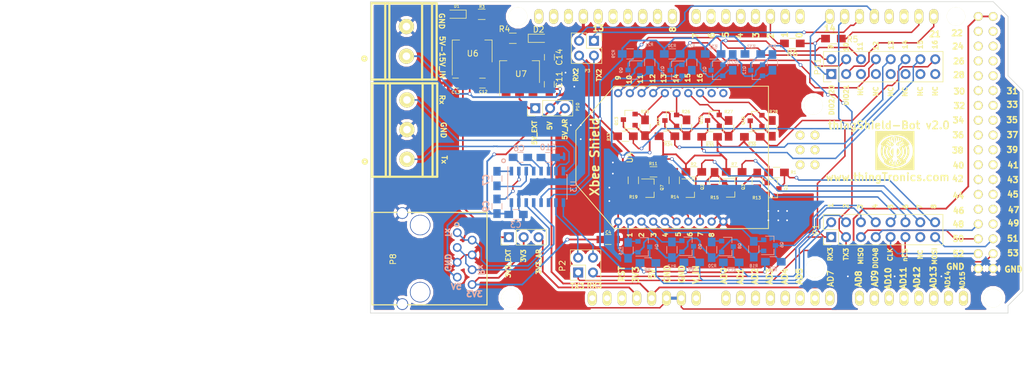
<source format=kicad_pcb>
(kicad_pcb (version 4) (host pcbnew 4.0.4-stable)
  (layers (0 F.Cu signal) (31 B.Cu signal) (34 B.Paste user) (35 F.Paste user) (36 B.SilkS user) (37 F.SilkS user) (38 B.Mask user hide) (39 F.Mask user) (44 Edge.Cuts user))
  (net 0 "")
  (net 1 5V)
  (net 2 GND)
  (net 3 3V3)
  (net 4 "Net-(C7-Pad1)")
  (net 5 "Net-(C7-Pad2)")
  (net 6 "Net-(C8-Pad1)")
  (net 7 "Net-(C8-Pad2)")
  (net 8 "Net-(C9-Pad2)")
  (net 9 "Net-(C10-Pad2)")
  (net 10 EXT_PWR_IN)
  (net 11 3V3_EXT)
  (net 12 5V_EXT)
  (net 13 "Net-(D1-Pad1)")
  (net 14 "Net-(D2-Pad1)")
  (net 15 RX3)
  (net 16 "Net-(P1-Pad2)")
  (net 17 TX3)
  (net 18 "Net-(P1-Pad4)")
  (net 19 MISO)
  (net 20 "Net-(P1-Pad6)")
  (net 21 nRESET)
  (net 22 "Net-(P1-Pad8)")
  (net 23 CLK)
  (net 24 "Net-(P1-Pad10)")
  (net 25 nCS)
  (net 26 "Net-(P1-Pad12)")
  (net 27 "Net-(P1-Pad14)")
  (net 28 MOSI)
  (net 29 "Net-(P1-Pad16)")
  (net 30 "Net-(P2-Pad2)")
  (net 31 "Net-(P2-Pad4)")
  (net 32 TX2)
  (net 33 "Net-(P3-Pad2)")
  (net 34 RX2)
  (net 35 "Net-(P3-Pad4)")
  (net 36 RX_232_2)
  (net 37 TX_232_2)
  (net 38 3V3_AR)
  (net 39 RX_232_1)
  (net 40 TX_232_1)
  (net 41 5V_AR)
  (net 42 INT_2)
  (net 43 "Net-(P11-Pad2)")
  (net 44 SCL)
  (net 45 "Net-(P11-Pad4)")
  (net 46 "Net-(P11-Pad6)")
  (net 47 "Net-(P11-Pad8)")
  (net 48 "Net-(P11-Pad10)")
  (net 49 "Net-(P11-Pad12)")
  (net 50 "Net-(P11-Pad14)")
  (net 51 "Net-(P11-Pad16)")
  (net 52 SDA)
  (net 53 "Net-(P11-Pad1)")
  (net 54 "Net-(Q1-Pad2)")
  (net 55 "Net-(Q2-Pad2)")
  (net 56 "Net-(Q3-Pad2)")
  (net 57 "Net-(Q4-Pad2)")
  (net 58 "Net-(Q5-Pad2)")
  (net 59 "Net-(Q6-Pad2)")
  (net 60 "Net-(Q7-Pad2)")
  (net 61 "Net-(Q8-Pad2)")
  (net 62 "Net-(Q9-Pad2)")
  (net 63 "Net-(Q10-Pad2)")
  (net 64 "Net-(Q11-Pad2)")
  (net 65 "Net-(Q12-Pad2)")
  (net 66 "Net-(Q13-Pad2)")
  (net 67 "Net-(Q14-Pad2)")
  (net 68 "Net-(Q15-Pad2)")
  (net 69 "Net-(Q16-Pad2)")
  (module via:VIA_0.6mm (layer F.Cu) (at 201.8 114.7)
    (fp_text reference REF** hide)
    (fp_text value VIA_0.6mm hide)
    (pad 1 thru_hole circle (at 0 0) (size 0.6 0.6) (drill 0.3) (layers *.Cu) (net 2 GND))
  )
  (module via:VIA_0.6mm (layer F.Cu) (at 197.8 114.7)
    (fp_text reference REF** hide)
    (fp_text value VIA_0.6mm hide)
    (pad 1 thru_hole circle (at 0 0) (size 0.6 0.6) (drill 0.3) (layers *.Cu) (net 2 GND))
  )
  (module via:VIA_0.6mm (layer F.Cu) (at 193.8 114.7)
    (fp_text reference REF** hide)
    (fp_text value VIA_0.6mm hide)
    (pad 1 thru_hole circle (at 0 0) (size 0.6 0.6) (drill 0.3) (layers *.Cu) (net 2 GND))
  )
  (module via:VIA_0.6mm (layer F.Cu) (at 189.8 114.7)
    (fp_text reference REF** hide)
    (fp_text value VIA_0.6mm hide)
    (pad 1 thru_hole circle (at 0 0) (size 0.6 0.6) (drill 0.3) (layers *.Cu) (net 2 GND))
  )
  (module via:VIA_0.6mm (layer F.Cu) (at 185.8 114.7)
    (fp_text reference REF** hide)
    (fp_text value VIA_0.6mm hide)
    (pad 1 thru_hole circle (at 0 0) (size 0.6 0.6) (drill 0.3) (layers *.Cu) (net 2 GND))
  )
  (module via:VIA_0.6mm (layer F.Cu) (at 137.5 79.8)
    (fp_text reference REF** hide)
    (fp_text value VIA_0.6mm hide)
    (pad 1 thru_hole circle (at 0 0) (size 0.6 0.6) (drill 0.3) (layers *.Cu) (net 2 GND))
  )
  (module via:VIA_0.6mm (layer F.Cu) (at 139 82.2)
    (fp_text reference REF** hide)
    (fp_text value VIA_0.6mm hide)
    (pad 1 thru_hole circle (at 0 0) (size 0.6 0.6) (drill 0.3) (layers *.Cu) (net 2 GND))
  )
  (module via:VIA_0.6mm (layer F.Cu) (at 139 79.8)
    (fp_text reference REF** hide)
    (fp_text value VIA_0.6mm hide)
    (pad 1 thru_hole circle (at 0 0) (size 0.6 0.6) (drill 0.3) (layers *.Cu) (net 2 GND))
  )
  (module via:VIA_0.6mm (layer F.Cu) (at 140.1 91.2)
    (fp_text reference REF** hide)
    (fp_text value VIA_0.6mm hide)
    (pad 1 thru_hole circle (at 0 0) (size 0.6 0.6) (drill 0.3) (layers *.Cu) (net 2 GND))
  )
  (module via:VIA_0.6mm (layer F.Cu) (at 140.1 88.8)
    (fp_text reference REF** hide)
    (fp_text value VIA_0.6mm hide)
    (pad 1 thru_hole circle (at 0 0) (size 0.6 0.6) (drill 0.3) (layers *.Cu) (net 2 GND))
  )
  (module via:VIA_0.6mm (layer F.Cu) (at 138.4 88.8)
    (fp_text reference REF** hide)
    (fp_text value VIA_0.6mm hide)
    (pad 1 thru_hole circle (at 0 0) (size 0.6 0.6) (drill 0.3) (layers *.Cu) (net 2 GND))
  )
  (module via:VIA_0.6mm (layer F.Cu) (at 145 101.8)
    (fp_text reference REF** hide)
    (fp_text value VIA_0.6mm hide)
    (pad 1 thru_hole circle (at 0 0) (size 0.6 0.6) (drill 0.3) (layers *.Cu) (net 2 GND))
  )
  (module via:VIA_0.6mm (layer F.Cu) (at 145 99.5)
    (fp_text reference REF** hide)
    (fp_text value VIA_0.6mm hide)
    (pad 1 thru_hole circle (at 0 0) (size 0.6 0.6) (drill 0.3) (layers *.Cu) (net 2 GND))
  )
  (module via:VIA_0.6mm (layer F.Cu) (at 145.6 97.1)
    (fp_text reference REF** hide)
    (fp_text value VIA_0.6mm hide)
    (pad 1 thru_hole circle (at 0 0) (size 0.6 0.6) (drill 0.3) (layers *.Cu) (net 2 GND))
  )
  (module via:VIA_0.6mm (layer F.Cu) (at 145.6 95.2)
    (fp_text reference REF** hide)
    (fp_text value VIA_0.6mm hide)
    (pad 1 thru_hole circle (at 0 0) (size 0.6 0.6) (drill 0.3) (layers *.Cu) (net 2 GND))
  )
  (module via:VIA_0.6mm (layer F.Cu) (at 175.4 105.1)
    (fp_text reference REF** hide)
    (fp_text value VIA_0.6mm hide)
    (pad 1 thru_hole circle (at 0 0) (size 0.6 0.6) (drill 0.3) (layers *.Cu) (net 2 GND))
  )
  (module via:VIA_0.6mm (layer F.Cu) (at 173.9 105.1)
    (fp_text reference REF** hide)
    (fp_text value VIA_0.6mm hide)
    (pad 1 thru_hole circle (at 0 0) (size 0.6 0.6) (drill 0.3) (layers *.Cu) (net 2 GND))
  )
  (module via:VIA_0.6mm (layer F.Cu) (at 172.2 105.1)
    (fp_text reference REF** hide)
    (fp_text value VIA_0.6mm hide)
    (pad 1 thru_hole circle (at 0 0) (size 0.6 0.6) (drill 0.3) (layers *.Cu) (net 2 GND))
  )
  (module via:VIA_0.6mm (layer F.Cu) (at 175.4 103.5)
    (fp_text reference REF** hide)
    (fp_text value VIA_0.6mm hide)
    (pad 1 thru_hole circle (at 0 0) (size 0.6 0.6) (drill 0.3) (layers *.Cu) (net 2 GND))
  )
  (module via:VIA_0.6mm (layer F.Cu) (at 172.2 103.5)
    (fp_text reference REF** hide)
    (fp_text value VIA_0.6mm hide)
    (pad 1 thru_hole circle (at 0 0) (size 0.6 0.6) (drill 0.3) (layers *.Cu) (net 2 GND))
  )
  (module TO_SOT_Packages_SMD:SOT-23 (layer B.Cu) (at 150.9 109.65)
    (fp_text reference Q4 (at 2.2 0 90) (layer B.SilkS) (effects (font (size 0.5 0.5) (thickness 0.1)) (justify mirror)))
    (fp_text value BSS138)
    (pad 1 smd rect (at -1 0.95) (size 0.9 0.8) (layers B.Cu B.Paste B.Mask) (net 3 3V3))
    (pad 2 smd rect (at -1 -0.95) (size 0.9 0.8) (layers B.Cu B.Paste B.Mask) (net 57 "Net-(Q4-Pad2)"))
    (pad 3 smd rect (at 1 0) (size 0.9 0.8) (layers B.Cu B.Paste B.Mask) (net 16 "Net-(P1-Pad2)"))
  )
  (module Resistors_SMD:R_0805_HandSoldering (layer F.Cu) (at 176.3 74.8 180)
    (fp_text reference R6 (at 0 -1.7 180) (layer F.SilkS))
    (fp_text value 0E)
    (pad 1 smd rect (at -1.35 0 180) (size 1.5 1.3) (layers F.Cu F.Paste F.Mask) (net 53 "Net-(P11-Pad1)"))
    (pad 2 smd rect (at 1.35 0 180) (size 1.5 1.3) (layers F.Cu F.Paste F.Mask) (net 42 INT_2))
  )
  (module Arduino:ARDUINO_MEGA_SHIELD (layer F.Cu) (at 114.13 120.98)
    (fp_text reference U1 hide)
    (fp_text value ARDUINO_MEGA_SHIELD hide)
    (pad 14 thru_hole oval (at 68.58 -50.8 90) (size 2.54 1.524) (drill 1.016) (layers *.Cu *.Mask F.SilkS) (net 17 TX3))
    (pad 15 thru_hole oval (at 71.12 -50.8 90) (size 2.54 1.524) (drill 1.016) (layers *.Cu *.Mask F.SilkS) (net 15 RX3))
    (pad 16 thru_hole oval (at 73.66 -50.8 90) (size 2.54 1.524) (drill 1.016) (layers *.Cu *.Mask F.SilkS) (net 32 TX2))
    (pad 17 thru_hole oval (at 76.2 -50.8 90) (size 2.54 1.524) (drill 1.016) (layers *.Cu *.Mask F.SilkS) (net 34 RX2))
    (pad 18 thru_hole oval (at 78.74 -50.8 90) (size 2.54 1.524) (drill 1.016) (layers *.Cu *.Mask F.SilkS))
    (pad 19 thru_hole oval (at 81.28 -50.8 90) (size 2.54 1.524) (drill 1.016) (layers *.Cu *.Mask F.SilkS))
    (pad 20 thru_hole oval (at 83.82 -50.8 90) (size 2.54 1.524) (drill 1.016) (layers *.Cu *.Mask F.SilkS) (net 52 SDA))
    (pad 21 thru_hole oval (at 86.36 -50.8 90) (size 2.54 1.524) (drill 1.016) (layers *.Cu *.Mask F.SilkS) (net 44 SCL))
    (pad AD15 thru_hole oval (at 91.44 -2.54 90) (size 2.54 1.524) (drill 1.016) (layers *.Cu *.Mask F.SilkS))
    (pad AD14 thru_hole oval (at 88.9 -2.54 90) (size 2.54 1.524) (drill 1.016) (layers *.Cu *.Mask F.SilkS))
    (pad AD13 thru_hole oval (at 86.36 -2.54 90) (size 2.54 1.524) (drill 1.016) (layers *.Cu *.Mask F.SilkS))
    (pad AD12 thru_hole oval (at 83.82 -2.54 90) (size 2.54 1.524) (drill 1.016) (layers *.Cu *.Mask F.SilkS))
    (pad AD8 thru_hole oval (at 73.66 -2.54 90) (size 2.54 1.524) (drill 1.016) (layers *.Cu *.Mask F.SilkS))
    (pad AD7 thru_hole oval (at 68.58 -2.54 90) (size 2.54 1.524) (drill 1.016) (layers *.Cu *.Mask F.SilkS))
    (pad AD6 thru_hole oval (at 66.04 -2.54 90) (size 2.54 1.524) (drill 1.016) (layers *.Cu *.Mask F.SilkS))
    (pad AD9 thru_hole oval (at 76.2 -2.54 90) (size 2.54 1.524) (drill 1.016) (layers *.Cu *.Mask F.SilkS))
    (pad AD10 thru_hole oval (at 78.74 -2.54 90) (size 2.54 1.524) (drill 1.016) (layers *.Cu *.Mask F.SilkS))
    (pad AD11 thru_hole oval (at 81.28 -2.54 90) (size 2.54 1.524) (drill 1.016) (layers *.Cu *.Mask F.SilkS))
    (pad AD5 thru_hole oval (at 63.5 -2.54 90) (size 2.54 1.524) (drill 1.016) (layers *.Cu *.Mask F.SilkS))
    (pad AD4 thru_hole oval (at 60.96 -2.54 90) (size 2.54 1.524) (drill 1.016) (layers *.Cu *.Mask F.SilkS))
    (pad AD3 thru_hole oval (at 58.42 -2.54 90) (size 2.54 1.524) (drill 1.016) (layers *.Cu *.Mask F.SilkS))
    (pad AD0 thru_hole oval (at 50.8 -2.54 90) (size 2.54 1.524) (drill 1.016) (layers *.Cu *.Mask F.SilkS))
    (pad AD1 thru_hole oval (at 53.34 -2.54 90) (size 2.54 1.524) (drill 1.016) (layers *.Cu *.Mask F.SilkS))
    (pad AD2 thru_hole oval (at 55.88 -2.54 90) (size 2.54 1.524) (drill 1.016) (layers *.Cu *.Mask F.SilkS))
    (pad V_IN thru_hole oval (at 45.72 -2.54 90) (size 2.54 1.524) (drill 1.016) (layers *.Cu *.Mask F.SilkS))
    (pad GND2 thru_hole oval (at 43.18 -2.54 90) (size 2.54 1.524) (drill 1.016) (layers *.Cu *.Mask F.SilkS) (net 2 GND))
    (pad GND1 thru_hole oval (at 40.64 -2.54 90) (size 2.54 1.524) (drill 1.016) (layers *.Cu *.Mask F.SilkS) (net 2 GND))
    (pad 3V3 thru_hole oval (at 35.56 -2.54 90) (size 2.54 1.524) (drill 1.016) (layers *.Cu *.Mask F.SilkS) (net 38 3V3_AR))
    (pad RST thru_hole oval (at 33.02 -2.54 90) (size 2.54 1.524) (drill 1.016) (layers *.Cu *.Mask F.SilkS))
    (pad 0 thru_hole oval (at 63.5 -50.8 90) (size 2.54 1.524) (drill 1.016) (layers *.Cu *.Mask F.SilkS))
    (pad 1 thru_hole oval (at 60.96 -50.8 90) (size 2.54 1.524) (drill 1.016) (layers *.Cu *.Mask F.SilkS))
    (pad 2 thru_hole oval (at 58.42 -50.8 90) (size 2.54 1.524) (drill 1.016) (layers *.Cu *.Mask F.SilkS) (net 42 INT_2))
    (pad 3 thru_hole oval (at 55.88 -50.8 90) (size 2.54 1.524) (drill 1.016) (layers *.Cu *.Mask F.SilkS))
    (pad 4 thru_hole oval (at 53.34 -50.8 90) (size 2.54 1.524) (drill 1.016) (layers *.Cu *.Mask F.SilkS))
    (pad 5 thru_hole oval (at 50.8 -50.8 90) (size 2.54 1.524) (drill 1.016) (layers *.Cu *.Mask F.SilkS))
    (pad 6 thru_hole oval (at 48.26 -50.8 90) (size 2.54 1.524) (drill 1.016) (layers *.Cu *.Mask F.SilkS))
    (pad 7 thru_hole oval (at 45.72 -50.8 90) (size 2.54 1.524) (drill 1.016) (layers *.Cu *.Mask F.SilkS))
    (pad 8 thru_hole oval (at 41.656 -50.8 90) (size 2.54 1.524) (drill 1.016) (layers *.Cu *.Mask F.SilkS))
    (pad 9 thru_hole oval (at 39.116 -50.8 90) (size 2.54 1.524) (drill 1.016) (layers *.Cu *.Mask F.SilkS))
    (pad 10 thru_hole oval (at 36.576 -50.8 90) (size 2.54 1.524) (drill 1.016) (layers *.Cu *.Mask F.SilkS))
    (pad 11 thru_hole oval (at 34.036 -50.8 90) (size 2.54 1.524) (drill 1.016) (layers *.Cu *.Mask F.SilkS))
    (pad 12 thru_hole oval (at 31.496 -50.8 90) (size 2.54 1.524) (drill 1.016) (layers *.Cu *.Mask F.SilkS))
    (pad 13 thru_hole oval (at 28.956 -50.8 90) (size 2.54 1.524) (drill 1.016) (layers *.Cu *.Mask F.SilkS))
    (pad GND3 thru_hole oval (at 26.416 -50.8 90) (size 2.54 1.524) (drill 1.016) (layers *.Cu *.Mask F.SilkS) (net 2 GND))
    (pad AREF thru_hole oval (at 23.876 -50.8 90) (size 2.54 1.524) (drill 1.016) (layers *.Cu *.Mask F.SilkS))
    (pad 5V thru_hole oval (at 38.1 -2.54 90) (size 2.54 1.524) (drill 1.016) (layers *.Cu *.Mask F.SilkS) (net 41 5V_AR))
    (pad "" np_thru_hole circle (at 96.52 -2.54 90) (size 3.175 3.175) (drill 3.175) (layers *.Cu *.Mask F.SilkS))
    (pad "" np_thru_hole circle (at 90.17 -50.8 90) (size 3.175 3.175) (drill 3.175) (layers *.Cu *.Mask F.SilkS))
    (pad "" np_thru_hole circle (at 15.24 -50.8 90) (size 3.175 3.175) (drill 3.175) (layers *.Cu *.Mask F.SilkS))
    (pad "" np_thru_hole circle (at 13.97 -2.54 90) (size 3.175 3.175) (drill 3.175) (layers *.Cu *.Mask F.SilkS))
    (pad 22 thru_hole circle (at 93.98 -48.26) (size 1.524 1.524) (drill 1.016) (layers *.Cu *.Mask F.SilkS))
    (pad 23 thru_hole circle (at 96.52 -48.26) (size 1.524 1.524) (drill 1.016) (layers *.Cu *.Mask F.SilkS))
    (pad 24 thru_hole circle (at 93.98 -45.72) (size 1.524 1.524) (drill 1.016) (layers *.Cu *.Mask F.SilkS))
    (pad 25 thru_hole circle (at 96.52 -45.72) (size 1.524 1.524) (drill 1.016) (layers *.Cu *.Mask F.SilkS))
    (pad 26 thru_hole circle (at 93.98 -43.18) (size 1.524 1.524) (drill 1.016) (layers *.Cu *.Mask F.SilkS))
    (pad 27 thru_hole circle (at 96.52 -43.18) (size 1.524 1.524) (drill 1.016) (layers *.Cu *.Mask F.SilkS))
    (pad 28 thru_hole circle (at 93.98 -40.64) (size 1.524 1.524) (drill 1.016) (layers *.Cu *.Mask F.SilkS))
    (pad 29 thru_hole circle (at 96.52 -40.64) (size 1.524 1.524) (drill 1.016) (layers *.Cu *.Mask F.SilkS))
    (pad 5V_4 thru_hole circle (at 93.98 -50.8) (size 1.524 1.524) (drill 1.016) (layers *.Cu *.Mask F.SilkS) (net 41 5V_AR))
    (pad 5V_5 thru_hole circle (at 96.52 -50.8) (size 1.524 1.524) (drill 1.016) (layers *.Cu *.Mask F.SilkS) (net 41 5V_AR))
    (pad 31 thru_hole circle (at 96.52 -38.1) (size 1.524 1.524) (drill 1.016) (layers *.Cu *.Mask F.SilkS))
    (pad 30 thru_hole circle (at 93.98 -38.1) (size 1.524 1.524) (drill 1.016) (layers *.Cu *.Mask F.SilkS))
    (pad 32 thru_hole circle (at 93.98 -35.56) (size 1.524 1.524) (drill 1.016) (layers *.Cu *.Mask F.SilkS))
    (pad 33 thru_hole circle (at 96.52 -35.56) (size 1.524 1.524) (drill 1.016) (layers *.Cu *.Mask F.SilkS))
    (pad 34 thru_hole circle (at 93.98 -33.02) (size 1.524 1.524) (drill 1.016) (layers *.Cu *.Mask F.SilkS))
    (pad 35 thru_hole circle (at 96.52 -33.02) (size 1.524 1.524) (drill 1.016) (layers *.Cu *.Mask F.SilkS))
    (pad 36 thru_hole circle (at 93.98 -30.48) (size 1.524 1.524) (drill 1.016) (layers *.Cu *.Mask F.SilkS))
    (pad 37 thru_hole circle (at 96.52 -30.48) (size 1.524 1.524) (drill 1.016) (layers *.Cu *.Mask F.SilkS))
    (pad 38 thru_hole circle (at 93.98 -27.94) (size 1.524 1.524) (drill 1.016) (layers *.Cu *.Mask F.SilkS))
    (pad 39 thru_hole circle (at 96.52 -27.94) (size 1.524 1.524) (drill 1.016) (layers *.Cu *.Mask F.SilkS))
    (pad 40 thru_hole circle (at 93.98 -25.4) (size 1.524 1.524) (drill 1.016) (layers *.Cu *.Mask F.SilkS))
    (pad 41 thru_hole circle (at 96.52 -25.4) (size 1.524 1.524) (drill 1.016) (layers *.Cu *.Mask F.SilkS))
    (pad 42 thru_hole circle (at 93.98 -22.86) (size 1.524 1.524) (drill 1.016) (layers *.Cu *.Mask F.SilkS))
    (pad 43 thru_hole circle (at 96.52 -22.86) (size 1.524 1.524) (drill 1.016) (layers *.Cu *.Mask F.SilkS))
    (pad 44 thru_hole circle (at 93.98 -20.32) (size 1.524 1.524) (drill 1.016) (layers *.Cu *.Mask F.SilkS))
    (pad 45 thru_hole circle (at 96.52 -20.32) (size 1.524 1.524) (drill 1.016) (layers *.Cu *.Mask F.SilkS))
    (pad 46 thru_hole circle (at 93.98 -17.78) (size 1.524 1.524) (drill 1.016) (layers *.Cu *.Mask F.SilkS))
    (pad 47 thru_hole circle (at 96.52 -17.78) (size 1.524 1.524) (drill 1.016) (layers *.Cu *.Mask F.SilkS))
    (pad 48 thru_hole circle (at 93.98 -15.24) (size 1.524 1.524) (drill 1.016) (layers *.Cu *.Mask F.SilkS) (net 21 nRESET))
    (pad 49 thru_hole circle (at 96.52 -15.24) (size 1.524 1.524) (drill 1.016) (layers *.Cu *.Mask F.SilkS))
    (pad 50 thru_hole circle (at 93.98 -12.7) (size 1.524 1.524) (drill 1.016) (layers *.Cu *.Mask F.SilkS) (net 19 MISO))
    (pad 51 thru_hole circle (at 96.52 -12.7) (size 1.524 1.524) (drill 1.016) (layers *.Cu *.Mask F.SilkS) (net 28 MOSI))
    (pad 52 thru_hole circle (at 93.98 -10.16) (size 1.524 1.524) (drill 1.016) (layers *.Cu *.Mask F.SilkS) (net 23 CLK))
    (pad 53 thru_hole circle (at 96.52 -10.16) (size 1.524 1.524) (drill 1.016) (layers *.Cu *.Mask F.SilkS) (net 25 nCS))
    (pad GND4 thru_hole circle (at 93.98 -7.62) (size 1.524 1.524) (drill 1.016) (layers *.Cu *.Mask F.SilkS) (net 2 GND))
    (pad GND5 thru_hole circle (at 96.52 -7.62) (size 1.524 1.524) (drill 1.016) (layers *.Cu *.Mask F.SilkS) (net 2 GND))
    (pad SP1 thru_hole circle (at 63.5 -30.48) (size 1.524 1.524) (drill 0.8128) (layers *.Cu *.Mask F.SilkS))
    (pad SP2 thru_hole circle (at 66.04 -30.48) (size 1.524 1.524) (drill 0.8128) (layers *.Cu *.Mask F.SilkS))
    (pad SP3 thru_hole circle (at 63.5 -27.94) (size 1.524 1.524) (drill 0.8128) (layers *.Cu *.Mask F.SilkS))
    (pad SP4 thru_hole circle (at 66.04 -27.94) (size 1.524 1.524) (drill 0.8128) (layers *.Cu *.Mask F.SilkS))
    (pad SP5 thru_hole circle (at 63.5 -25.4) (size 1.524 1.524) (drill 0.8128) (layers *.Cu *.Mask F.SilkS))
    (pad SP6 thru_hole circle (at 66.04 -25.4) (size 1.524 1.524) (drill 0.8128) (layers *.Cu *.Mask F.SilkS))
    (pad "" np_thru_hole circle (at 65.786 -35.56) (size 3.175 3.175) (drill 3.175) (layers *.Cu *.Mask F.SilkS))
    (pad "" np_thru_hole circle (at 66.04 -7.62) (size 3.175 3.175) (drill 3.175) (layers *.Cu *.Mask F.SilkS))
    (pad IO_R thru_hole oval (at 30.48 -2.54 90) (size 2.54 1.524) (drill 1.016) (layers *.Cu *.Mask F.SilkS))
    (pad NC thru_hole oval (at 27.94 -2.54 90) (size 2.54 1.524) (drill 1.016) (layers *.Cu *.Mask F.SilkS))
    (pad SDA thru_hole oval (at 21.336 -50.8 90) (size 2.54 1.524) (drill 1.016) (layers *.Cu *.Mask F.SilkS))
    (pad SCL thru_hole oval (at 18.796 -50.8 90) (size 2.54 1.524) (drill 1.016) (layers *.Cu *.Mask F.SilkS))
  )
  (module Housings_SOIC:SOIC-16_3.9x9.9mm_Pitch1.27mm (layer B.Cu) (at 132.685 99.37 270)
    (fp_text reference U3 (at -0.07 -6.215 270) (layer B.SilkS) (effects (justify mirror)))
    (fp_text value MAX232)
    (pad 1 smd rect (at -2.7 4.445 270) (size 1.5 0.6) (layers B.Cu B.Paste B.Mask) (net 4 "Net-(C7-Pad1)"))
    (pad 2 smd rect (at -2.7 3.175 270) (size 1.5 0.6) (layers B.Cu B.Paste B.Mask) (net 8 "Net-(C9-Pad2)"))
    (pad 3 smd rect (at -2.7 1.905 270) (size 1.5 0.6) (layers B.Cu B.Paste B.Mask) (net 5 "Net-(C7-Pad2)"))
    (pad 4 smd rect (at -2.7 0.635 270) (size 1.5 0.6) (layers B.Cu B.Paste B.Mask) (net 6 "Net-(C8-Pad1)"))
    (pad 5 smd rect (at -2.7 -0.635 270) (size 1.5 0.6) (layers B.Cu B.Paste B.Mask) (net 7 "Net-(C8-Pad2)"))
    (pad 6 smd rect (at -2.7 -1.905 270) (size 1.5 0.6) (layers B.Cu B.Paste B.Mask) (net 9 "Net-(C10-Pad2)"))
    (pad 7 smd rect (at -2.7 -3.175 270) (size 1.5 0.6) (layers B.Cu B.Paste B.Mask) (net 37 TX_232_2))
    (pad 8 smd rect (at -2.7 -4.445 270) (size 1.5 0.6) (layers B.Cu B.Paste B.Mask) (net 36 RX_232_2))
    (pad 9 smd rect (at 2.7 -4.445 270) (size 1.5 0.6) (layers B.Cu B.Paste B.Mask) (net 31 "Net-(P2-Pad4)"))
    (pad 10 smd rect (at 2.7 -3.175 270) (size 1.5 0.6) (layers B.Cu B.Paste B.Mask) (net 30 "Net-(P2-Pad2)"))
    (pad 11 smd rect (at 2.7 -1.905 270) (size 1.5 0.6) (layers B.Cu B.Paste B.Mask) (net 33 "Net-(P3-Pad2)"))
    (pad 12 smd rect (at 2.7 -0.635 270) (size 1.5 0.6) (layers B.Cu B.Paste B.Mask) (net 35 "Net-(P3-Pad4)"))
    (pad 13 smd rect (at 2.7 0.635 270) (size 1.5 0.6) (layers B.Cu B.Paste B.Mask) (net 39 RX_232_1))
    (pad 14 smd rect (at 2.7 1.905 270) (size 1.5 0.6) (layers B.Cu B.Paste B.Mask) (net 40 TX_232_1))
    (pad 15 smd rect (at 2.7 3.175 270) (size 1.5 0.6) (layers B.Cu B.Paste B.Mask) (net 2 GND))
    (pad 16 smd rect (at 2.7 4.445 270) (size 1.5 0.6) (layers B.Cu B.Paste B.Mask) (net 1 5V))
  )
  (module Capacitors_SMD:C_0805_HandSoldering (layer B.Cu) (at 134.55 94.34 180)
    (fp_text reference C10 (at 0 1.75 180) (layer B.SilkS) (effects (justify mirror)))
    (fp_text value 1uF)
    (pad 1 smd rect (at -1.25 0 180) (size 1.5 1.25) (layers B.Cu B.Paste B.Mask) (net 2 GND))
    (pad 2 smd rect (at 1.25 0 180) (size 1.5 1.25) (layers B.Cu B.Paste B.Mask) (net 9 "Net-(C10-Pad2)"))
  )
  (module Capacitors_SMD:C_0805_HandSoldering (layer B.Cu) (at 125.77 102.7 90)
    (fp_text reference C9 (at 0 -1.87 90) (layer B.SilkS) (effects (font (thickness 0.25)) (justify mirror)))
    (fp_text value 1uF)
    (pad 1 smd rect (at -1.25 0 90) (size 1.5 1.25) (layers B.Cu B.Paste B.Mask) (net 1 5V))
    (pad 2 smd rect (at 1.25 0 90) (size 1.5 1.25) (layers B.Cu B.Paste B.Mask) (net 8 "Net-(C9-Pad2)"))
  )
  (module Capacitors_SMD:C_0805_HandSoldering (layer B.Cu) (at 129.03 104.1)
    (fp_text reference C3 (at -0.04 1.77) (layer B.SilkS) (effects (justify mirror)))
    (fp_text value 1uF)
    (pad 1 smd rect (at -1.25 0) (size 1.5 1.25) (layers B.Cu B.Paste B.Mask) (net 1 5V))
    (pad 2 smd rect (at 1.25 0) (size 1.5 1.25) (layers B.Cu B.Paste B.Mask) (net 2 GND))
  )
  (module Capacitors_SMD:C_0805_HandSoldering (layer F.Cu) (at 144.81 108.39)
    (fp_text reference C4 (at 0 -1.25) (layer F.SilkS) (effects (font (size 0.5 0.5) (thickness 0.1))))
    (fp_text value 1uF)
    (pad 1 smd rect (at -1.25 0) (size 1.5 1.25) (layers F.Cu F.Paste F.Mask) (net 3 3V3))
    (pad 2 smd rect (at 1.25 0) (size 1.5 1.25) (layers F.Cu F.Paste F.Mask) (net 2 GND))
  )
  (module Capacitors_SMD:C_0805_HandSoldering (layer B.Cu) (at 125.77 97.95 270)
    (fp_text reference C7 (at 0.25 1.87 270) (layer B.SilkS) (effects (font (thickness 0.25)) (justify mirror)))
    (fp_text value 1uF)
    (pad 1 smd rect (at -1.25 0 270) (size 1.5 1.25) (layers B.Cu B.Paste B.Mask) (net 4 "Net-(C7-Pad1)"))
    (pad 2 smd rect (at 1.25 0 270) (size 1.5 1.25) (layers B.Cu B.Paste B.Mask) (net 5 "Net-(C7-Pad2)"))
  )
  (module Capacitors_SMD:C_0805_HandSoldering (layer B.Cu) (at 129.78 94.32)
    (fp_text reference C8 (at -0.22 -1.56) (layer B.SilkS) (effects (justify mirror)))
    (fp_text value 1uF)
    (pad 1 smd rect (at -1.25 0) (size 1.5 1.25) (layers B.Cu B.Paste B.Mask) (net 6 "Net-(C8-Pad1)"))
    (pad 2 smd rect (at 1.25 0) (size 1.5 1.25) (layers B.Cu B.Paste B.Mask) (net 7 "Net-(C8-Pad2)"))
  )
  (module Capacitors_SMD:C_0805_HandSoldering (layer F.Cu) (at 134.72 81.8 90)
    (fp_text reference C11 (at 0.82 1.71 90) (layer F.SilkS))
    (fp_text value 10uF)
    (pad 1 smd rect (at -1.25 0 90) (size 1.5 1.25) (layers F.Cu F.Paste F.Mask) (net 10 EXT_PWR_IN))
    (pad 2 smd rect (at 1.25 0 90) (size 1.5 1.25) (layers F.Cu F.Paste F.Mask) (net 2 GND))
  )
  (module Capacitors_SMD:C_0805_HandSoldering (layer F.Cu) (at 123.29 81.6)
    (fp_text reference C12 (at 0.13 1.48) (layer F.SilkS) (effects (font (size 0.5 0.5) (thickness 0.1))))
    (fp_text value 10uF)
    (pad 1 smd rect (at -1.25 0) (size 1.5 1.25) (layers F.Cu F.Paste F.Mask) (net 10 EXT_PWR_IN))
    (pad 2 smd rect (at 1.25 0) (size 1.5 1.25) (layers F.Cu F.Paste F.Mask) (net 2 GND))
  )
  (module Capacitors_SMD:C_0805_HandSoldering (layer F.Cu) (at 118.69 81.59 180)
    (fp_text reference C13 (at -0.04 -1.56 360) (layer F.SilkS) (effects (font (size 0.5 0.5) (thickness 0.1))))
    (fp_text value 10uF)
    (pad 1 smd rect (at -1.25 0 180) (size 1.5 1.25) (layers F.Cu F.Paste F.Mask) (net 11 3V3_EXT))
    (pad 2 smd rect (at 1.25 0 180) (size 1.5 1.25) (layers F.Cu F.Paste F.Mask) (net 2 GND))
  )
  (module Capacitors_SMD:C_0805_HandSoldering (layer F.Cu) (at 134.74 77.17 270)
    (fp_text reference C14 (at -0.03 -1.69 270) (layer F.SilkS))
    (fp_text value 10uF)
    (pad 1 smd rect (at -1.25 0 270) (size 1.5 1.25) (layers F.Cu F.Paste F.Mask) (net 12 5V_EXT))
    (pad 2 smd rect (at 1.25 0 270) (size 1.5 1.25) (layers F.Cu F.Paste F.Mask) (net 2 GND))
  )
  (module LEDs:LED_0805 (layer F.Cu) (at 118.71 69.79 180)
    (fp_text reference D1 (at -0.18 1.37 180) (layer F.SilkS) (effects (font (size 0.5 0.5) (thickness 0.1))))
    (fp_text value PWR)
    (pad 2 smd rect (at 1.1 0) (size 1.2 1.2) (layers F.Cu F.Paste F.Mask) (net 11 3V3_EXT))
    (pad 1 smd rect (at -1.1 0) (size 1.2 1.2) (layers F.Cu F.Paste F.Mask) (net 13 "Net-(D1-Pad1)"))
  )
  (module LEDs:LED_0805 (layer F.Cu) (at 132.92 73.92)
    (fp_text reference D2 (at -0.03 -1.5) (layer F.SilkS))
    (fp_text value PWR)
    (pad 2 smd rect (at 1.1 0 180) (size 1.2 1.2) (layers F.Cu F.Paste F.Mask) (net 12 5V_EXT))
    (pad 1 smd rect (at -1.1 0 180) (size 1.2 1.2) (layers F.Cu F.Paste F.Mask) (net 14 "Net-(D2-Pad1)"))
  )
  (module Pin_Headers:Pin_Header_Straight_2x08_Pitch2.54mm (layer F.Cu) (at 182.95 107.97 90)
    (fp_text reference P1 (at 1.27 -2.59 90) (layer F.SilkS))
    (fp_text value LEFT_CONN_02X08)
    (pad 1 thru_hole rect (at 0 0 90) (size 1.7 1.7) (drill 1) (layers *.Cu *.Mask) (net 15 RX3))
    (pad 2 thru_hole oval (at 2.54 0 90) (size 1.7 1.7) (drill 1) (layers *.Cu *.Mask) (net 16 "Net-(P1-Pad2)"))
    (pad 3 thru_hole oval (at 0 2.54 90) (size 1.7 1.7) (drill 1) (layers *.Cu *.Mask) (net 17 TX3))
    (pad 4 thru_hole oval (at 2.54 2.54 90) (size 1.7 1.7) (drill 1) (layers *.Cu *.Mask) (net 18 "Net-(P1-Pad4)"))
    (pad 5 thru_hole oval (at 0 5.08 90) (size 1.7 1.7) (drill 1) (layers *.Cu *.Mask) (net 19 MISO))
    (pad 6 thru_hole oval (at 2.54 5.08 90) (size 1.7 1.7) (drill 1) (layers *.Cu *.Mask) (net 20 "Net-(P1-Pad6)"))
    (pad 7 thru_hole oval (at 0 7.62 90) (size 1.7 1.7) (drill 1) (layers *.Cu *.Mask) (net 21 nRESET))
    (pad 8 thru_hole oval (at 2.54 7.62 90) (size 1.7 1.7) (drill 1) (layers *.Cu *.Mask) (net 22 "Net-(P1-Pad8)"))
    (pad 9 thru_hole oval (at 0 10.16 90) (size 1.7 1.7) (drill 1) (layers *.Cu *.Mask) (net 23 CLK))
    (pad 10 thru_hole oval (at 2.54 10.16 90) (size 1.7 1.7) (drill 1) (layers *.Cu *.Mask) (net 24 "Net-(P1-Pad10)"))
    (pad 11 thru_hole oval (at 0 12.7 90) (size 1.7 1.7) (drill 1) (layers *.Cu *.Mask) (net 25 nCS))
    (pad 12 thru_hole oval (at 2.54 12.7 90) (size 1.7 1.7) (drill 1) (layers *.Cu *.Mask) (net 26 "Net-(P1-Pad12)"))
    (pad 13 thru_hole oval (at 0 15.24 90) (size 1.7 1.7) (drill 1) (layers *.Cu *.Mask))
    (pad 14 thru_hole oval (at 2.54 15.24 90) (size 1.7 1.7) (drill 1) (layers *.Cu *.Mask) (net 27 "Net-(P1-Pad14)"))
    (pad 15 thru_hole oval (at 0 17.78 90) (size 1.7 1.7) (drill 1) (layers *.Cu *.Mask) (net 28 MOSI))
    (pad 16 thru_hole oval (at 2.54 17.78 90) (size 1.7 1.7) (drill 1) (layers *.Cu *.Mask) (net 29 "Net-(P1-Pad16)"))
  )
  (module Pin_Headers:Pin_Header_Straight_2x02_Pitch2.54mm (layer F.Cu) (at 139.66 114.04 90)
    (fp_text reference P2 (at 1.14 -2.7 270) (layer F.SilkS))
    (fp_text value RS232_JMPR_2)
    (pad 1 thru_hole rect (at 0 0 90) (size 1.7 1.7) (drill 1) (layers *.Cu *.Mask) (net 17 TX3))
    (pad 2 thru_hole oval (at 2.54 0 90) (size 1.7 1.7) (drill 1) (layers *.Cu *.Mask) (net 30 "Net-(P2-Pad2)"))
    (pad 3 thru_hole oval (at 0 2.54 90) (size 1.7 1.7) (drill 1) (layers *.Cu *.Mask) (net 15 RX3))
    (pad 4 thru_hole oval (at 2.54 2.54 90) (size 1.7 1.7) (drill 1) (layers *.Cu *.Mask) (net 31 "Net-(P2-Pad4)"))
  )
  (module Pin_Headers:Pin_Header_Straight_2x02_Pitch2.54mm (layer F.Cu) (at 142.36 74.35 270)
    (fp_text reference P3 (at 5.14 1.11 360) (layer F.SilkS) (effects (font (size 0.5 0.5) (thickness 0.1))))
    (fp_text value RS232_JMPR_1)
    (pad 1 thru_hole rect (at 0 0 270) (size 1.7 1.7) (drill 1) (layers *.Cu *.Mask) (net 32 TX2))
    (pad 2 thru_hole oval (at 2.54 0 270) (size 1.7 1.7) (drill 1) (layers *.Cu *.Mask) (net 33 "Net-(P3-Pad2)"))
    (pad 3 thru_hole oval (at 0 2.54 270) (size 1.7 1.7) (drill 1) (layers *.Cu *.Mask) (net 34 RX2))
    (pad 4 thru_hole oval (at 2.54 2.54 270) (size 1.7 1.7) (drill 1) (layers *.Cu *.Mask) (net 35 "Net-(P3-Pad4)"))
  )
  (module Connectors:gmkds_3-3-5,08 (layer F.Cu) (at 110.37 94.64 90)
    (fp_text reference P5 hide)
    (fp_text value CONN_COM hide)
    (pad 2 thru_hole circle (at 5.08 0 90) (size 2.6 2.6) (drill 1.3) (layers *.Cu *.Mask F.SilkS) (net 2 GND))
    (pad 3 thru_hole circle (at 10.16 0 90) (size 2.6 2.6) (drill 1.3) (layers *.Cu *.Mask F.SilkS) (net 36 RX_232_2))
    (pad 1 thru_hole circle (at 0 0 90) (size 2.6 2.6) (drill 1.3) (layers *.Cu *.Mask F.SilkS) (net 37 TX_232_2))
  )
  (module Pin_Headers:Pin_Header_Straight_1x03_Pitch2.54mm (layer F.Cu) (at 127.8 108 90)
    (fp_text reference P6 hide)
    (fp_text value JMPR_3V3)
    (pad 1 thru_hole rect (at 0 0 90) (size 1.7 1.7) (drill 1) (layers *.Cu *.Mask) (net 11 3V3_EXT))
    (pad 2 thru_hole oval (at 0 2.54 90) (size 1.7 1.7) (drill 1) (layers *.Cu *.Mask) (net 3 3V3))
    (pad 3 thru_hole oval (at 0 5.08 90) (size 1.7 1.7) (drill 1) (layers *.Cu *.Mask) (net 38 3V3_AR))
  )
  (module Connectors:gmkds_3-2-5,08 (layer F.Cu) (at 110.28 76.99 90)
    (fp_text reference P7 hide)
    (fp_text value PWR_CONN hide)
    (pad 2 thru_hole circle (at 5.08 0 90) (size 2.6 2.6) (drill 1.3) (layers *.Cu *.Mask F.SilkS) (net 2 GND))
    (pad 1 thru_hole circle (at 0 0 90) (size 2.6 2.6) (drill 1.3) (layers *.Cu *.Mask F.SilkS) (net 10 EXT_PWR_IN))
  )
  (module "conn-io:RJ45_18.7 X 15.84" (layer F.Cu) (at 104.4 111.66 270)
    (fp_text reference P8 (at 0.1 -3.6 270) (layer F.SilkS))
    (fp_text value CNT-RJ45_10PIN)
    (pad "" np_thru_hole circle (at -5.75 -8.23 270) (size 3.5 3.5) (drill 3.25) (layers *.Cu *.Mask))
    (pad "" np_thru_hole circle (at 5.75 -8.23 270) (size 3.5 3.5) (drill 3.25) (layers *.Cu *.Mask))
    (pad 9 thru_hole circle (at -7.8 -5.18 270) (size 2 2) (drill 1.7) (layers *.Cu *.Mask) (net 2 GND))
    (pad 10 thru_hole circle (at 7.8 -5.18 270) (size 2 2) (drill 1.7) (layers *.Cu *.Mask) (net 2 GND))
    (pad 8 thru_hole circle (at 4.445 -17.12 270) (size 1.5 1.5) (drill 1) (layers *.Cu *.Mask) (net 3 3V3))
    (pad 6 thru_hole circle (at 1.905 -17.12 270) (size 1.5 1.5) (drill 1) (layers *.Cu *.Mask) (net 39 RX_232_1))
    (pad 4 thru_hole circle (at -0.635 -17.12 270) (size 1.5 1.5) (drill 1) (layers *.Cu *.Mask) (net 2 GND))
    (pad 2 thru_hole circle (at -3.175 -17.12 270) (size 1.5 1.5) (drill 1) (layers *.Cu *.Mask) (net 40 TX_232_1))
    (pad 7 thru_hole circle (at 3.175 -14.58 270) (size 1.5 1.5) (drill 1) (layers *.Cu *.Mask) (net 1 5V))
    (pad 5 thru_hole circle (at 0.635 -14.58 270) (size 1.5 1.5) (drill 1) (layers *.Cu *.Mask) (net 2 GND))
    (pad 3 thru_hole circle (at -1.905 -14.58 270) (size 1.5 1.5) (drill 1) (layers *.Cu *.Mask) (net 39 RX_232_1))
    (pad 1 thru_hole circle (at -4.445 -14.58 270) (size 1.5 1.5) (drill 1) (layers *.Cu *.Mask) (net 40 TX_232_1))
  )
  (module Pin_Headers:Pin_Header_Straight_1x03_Pitch2.54mm (layer F.Cu) (at 132.32 85.9 90)
    (fp_text reference P10 (at 0.23 7.26 90) (layer F.SilkS) (effects (font (size 0.5 0.5) (thickness 0.1))))
    (fp_text value JMPR_5V)
    (pad 1 thru_hole rect (at 0 0 90) (size 1.7 1.7) (drill 1) (layers *.Cu *.Mask) (net 12 5V_EXT))
    (pad 2 thru_hole oval (at 0 2.54 90) (size 1.7 1.7) (drill 1) (layers *.Cu *.Mask) (net 1 5V))
    (pad 3 thru_hole oval (at 0 5.08 90) (size 1.7 1.7) (drill 1) (layers *.Cu *.Mask) (net 41 5V_AR))
  )
  (module Pin_Headers:Pin_Header_Straight_2x08_Pitch2.54mm (layer F.Cu) (at 182.97 80.05 90)
    (fp_text reference P11 (at 1.27 -2.33 90) (layer F.SilkS))
    (fp_text value RIGHT_CONN_02X08)
    (pad 1 thru_hole rect (at 0 0 90) (size 1.7 1.7) (drill 1) (layers *.Cu *.Mask) (net 53 "Net-(P11-Pad1)"))
    (pad 2 thru_hole oval (at 2.54 0 90) (size 1.7 1.7) (drill 1) (layers *.Cu *.Mask) (net 43 "Net-(P11-Pad2)"))
    (pad 3 thru_hole oval (at 0 2.54 90) (size 1.7 1.7) (drill 1) (layers *.Cu *.Mask) (net 44 SCL))
    (pad 4 thru_hole oval (at 2.54 2.54 90) (size 1.7 1.7) (drill 1) (layers *.Cu *.Mask) (net 45 "Net-(P11-Pad4)"))
    (pad 5 thru_hole oval (at 0 5.08 90) (size 1.7 1.7) (drill 1) (layers *.Cu *.Mask))
    (pad 6 thru_hole oval (at 2.54 5.08 90) (size 1.7 1.7) (drill 1) (layers *.Cu *.Mask) (net 46 "Net-(P11-Pad6)"))
    (pad 7 thru_hole oval (at 0 7.62 90) (size 1.7 1.7) (drill 1) (layers *.Cu *.Mask))
    (pad 8 thru_hole oval (at 2.54 7.62 90) (size 1.7 1.7) (drill 1) (layers *.Cu *.Mask) (net 47 "Net-(P11-Pad8)"))
    (pad 9 thru_hole oval (at 0 10.16 90) (size 1.7 1.7) (drill 1) (layers *.Cu *.Mask))
    (pad 10 thru_hole oval (at 2.54 10.16 90) (size 1.7 1.7) (drill 1) (layers *.Cu *.Mask) (net 48 "Net-(P11-Pad10)"))
    (pad 11 thru_hole oval (at 0 12.7 90) (size 1.7 1.7) (drill 1) (layers *.Cu *.Mask))
    (pad 12 thru_hole oval (at 2.54 12.7 90) (size 1.7 1.7) (drill 1) (layers *.Cu *.Mask) (net 49 "Net-(P11-Pad12)"))
    (pad 13 thru_hole oval (at 0 15.24 90) (size 1.7 1.7) (drill 1) (layers *.Cu *.Mask))
    (pad 14 thru_hole oval (at 2.54 15.24 90) (size 1.7 1.7) (drill 1) (layers *.Cu *.Mask) (net 50 "Net-(P11-Pad14)"))
    (pad 15 thru_hole oval (at 0 17.78 90) (size 1.7 1.7) (drill 1) (layers *.Cu *.Mask))
    (pad 16 thru_hole oval (at 2.54 17.78 90) (size 1.7 1.7) (drill 1) (layers *.Cu *.Mask) (net 51 "Net-(P11-Pad16)"))
  )
  (module Resistors_SMD:R_0805_HandSoldering (layer F.Cu) (at 173.6 96.9 180)
    (fp_text reference R1 (at -2.9 0.01 180) (layer F.SilkS) (effects (font (size 0.5 0.5) (thickness 0.1))))
    (fp_text value 10K)
    (pad 1 smd rect (at -1.35 0 180) (size 1.5 1.3) (layers F.Cu F.Paste F.Mask) (net 29 "Net-(P1-Pad16)"))
    (pad 2 smd rect (at 1.35 0 180) (size 1.5 1.3) (layers F.Cu F.Paste F.Mask) (net 1 5V))
  )
  (module Resistors_SMD:R_0805_HandSoldering (layer F.Cu) (at 159.45 96.8 180)
    (fp_text reference R2 (at 0.05 1.3 180) (layer F.SilkS) (effects (font (size 0.5 0.5) (thickness 0.1))))
    (fp_text value 10K)
    (pad 1 smd rect (at -1.35 0 180) (size 1.5 1.3) (layers F.Cu F.Paste F.Mask) (net 26 "Net-(P1-Pad12)"))
    (pad 2 smd rect (at 1.35 0 180) (size 1.5 1.3) (layers F.Cu F.Paste F.Mask) (net 1 5V))
  )
  (module Resistors_SMD:R_0805_HandSoldering (layer F.Cu) (at 123.16 69.82)
    (fp_text reference R3 (at 0.03 -1.32) (layer F.SilkS) (effects (font (size 0.5 0.5) (thickness 0.1))))
    (fp_text value 1K)
    (pad 1 smd rect (at -1.35 0) (size 1.5 1.3) (layers F.Cu F.Paste F.Mask) (net 13 "Net-(D1-Pad1)"))
    (pad 2 smd rect (at 1.35 0) (size 1.5 1.3) (layers F.Cu F.Paste F.Mask) (net 2 GND))
  )
  (module Resistors_SMD:R_0805_HandSoldering (layer F.Cu) (at 128.48 73.92 180)
    (fp_text reference R4 (at 1.42 1.59 180) (layer F.SilkS))
    (fp_text value 1K)
    (pad 1 smd rect (at -1.35 0 180) (size 1.5 1.3) (layers F.Cu F.Paste F.Mask) (net 14 "Net-(D2-Pad1)"))
    (pad 2 smd rect (at 1.35 0 180) (size 1.5 1.3) (layers F.Cu F.Paste F.Mask) (net 2 GND))
  )
  (module Resistors_SMD:R_0805_HandSoldering (layer F.Cu) (at 183.33 73.97)
    (fp_text reference R5 (at 3.27 0.13) (layer F.SilkS))
    (fp_text value 0E)
    (pad 1 smd rect (at -1.35 0) (size 1.5 1.3) (layers F.Cu F.Paste F.Mask) (net 53 "Net-(P11-Pad1)"))
    (pad 2 smd rect (at 1.35 0) (size 1.5 1.3) (layers F.Cu F.Paste F.Mask) (net 52 SDA))
  )
  (module Xbee:XBee_Socket_without_Jtag (layer F.Cu) (at 146.5 105.32 90)
    (fp_text reference U4 (at 11 2 90) (layer F.SilkS))
    (fp_text value XBEE_MODULE)
    (pad 20 thru_hole circle (at 22 0 90) (size 1.4 1.4) (drill 0.8) (layers *.Cu *.Mask) (net 62 "Net-(Q9-Pad2)"))
    (pad 19 thru_hole circle (at 22 2 90) (size 1.4 1.4) (drill 0.8) (layers *.Cu *.Mask) (net 63 "Net-(Q10-Pad2)"))
    (pad 18 thru_hole circle (at 22 4 90) (size 1.4 1.4) (drill 0.8) (layers *.Cu *.Mask) (net 64 "Net-(Q11-Pad2)"))
    (pad 17 thru_hole circle (at 22 6 90) (size 1.4 1.4) (drill 0.8) (layers *.Cu *.Mask) (net 65 "Net-(Q12-Pad2)"))
    (pad 16 thru_hole circle (at 22 8 90) (size 1.4 1.4) (drill 0.8) (layers *.Cu *.Mask) (net 66 "Net-(Q13-Pad2)"))
    (pad 15 thru_hole circle (at 22 10 90) (size 1.4 1.4) (drill 0.8) (layers *.Cu *.Mask) (net 67 "Net-(Q14-Pad2)"))
    (pad 14 thru_hole circle (at 22 12 90) (size 1.4 1.4) (drill 0.8) (layers *.Cu *.Mask) (net 68 "Net-(Q15-Pad2)"))
    (pad 13 thru_hole circle (at 22 14 90) (size 1.4 1.4) (drill 0.8) (layers *.Cu *.Mask) (net 69 "Net-(Q16-Pad2)"))
    (pad 12 thru_hole circle (at 22 16 90) (size 1.4 1.4) (drill 0.8) (layers *.Cu *.Mask))
    (pad 11 thru_hole circle (at 22 18 90) (size 1.4 1.4) (drill 0.8) (layers *.Cu *.Mask))
    (pad 10 thru_hole circle (at 0 18 90) (size 1.4 1.4) (drill 0.8) (layers *.Cu *.Mask) (net 2 GND))
    (pad 9 thru_hole circle (at 0 16 90) (size 1.4 1.4) (drill 0.8) (layers *.Cu *.Mask) (net 54 "Net-(Q1-Pad2)"))
    (pad 8 thru_hole circle (at 0 14 90) (size 1.4 1.4) (drill 0.8) (layers *.Cu *.Mask) (net 56 "Net-(Q3-Pad2)"))
    (pad 7 thru_hole circle (at 0 12 90) (size 1.4 1.4) (drill 0.8) (layers *.Cu *.Mask) (net 55 "Net-(Q2-Pad2)"))
    (pad 6 thru_hole circle (at 0 10 90) (size 1.4 1.4) (drill 0.8) (layers *.Cu *.Mask) (net 60 "Net-(Q7-Pad2)"))
    (pad 5 thru_hole circle (at 0 8 90) (size 1.4 1.4) (drill 0.8) (layers *.Cu *.Mask) (net 59 "Net-(Q6-Pad2)"))
    (pad 4 thru_hole circle (at 0 6 90) (size 1.4 1.4) (drill 0.8) (layers *.Cu *.Mask) (net 61 "Net-(Q8-Pad2)"))
    (pad 3 thru_hole circle (at 0 4 90) (size 1.4 1.4) (drill 0.8) (layers *.Cu *.Mask) (net 58 "Net-(Q5-Pad2)"))
    (pad 2 thru_hole circle (at 0 2 90) (size 1.4 1.4) (drill 0.8) (layers *.Cu *.Mask) (net 57 "Net-(Q4-Pad2)"))
    (pad 1 thru_hole circle (at 0 0 90) (size 1.4 1.4) (drill 0.8) (layers *.Cu *.Mask) (net 3 3V3))
  )
  (module TO_SOT_Packages_SMD:SOT-223 (layer F.Cu) (at 121.53 76.13 90)
    (fp_text reference U6 (at -0.39 0.09 180) (layer F.SilkS))
    (fp_text value LM1117-3.3)
    (pad 4 smd rect (at 3.15 0 90) (size 2 3.8) (layers F.Cu F.Paste F.Mask) (net 11 3V3_EXT))
    (pad 2 smd rect (at -3.15 0 90) (size 2 1.5) (layers F.Cu F.Paste F.Mask) (net 11 3V3_EXT))
    (pad 3 smd rect (at -3.15 2.3 90) (size 2 1.5) (layers F.Cu F.Paste F.Mask) (net 10 EXT_PWR_IN))
    (pad 1 smd rect (at -3.15 -2.3 90) (size 2 1.5) (layers F.Cu F.Paste F.Mask) (net 2 GND))
  )
  (module TO_SOT_Packages_SMD:SOT-223 (layer F.Cu) (at 129.63 79.67 90)
    (fp_text reference U7 (at -0.35 0.26 180) (layer F.SilkS))
    (fp_text value LM1117-5.0)
    (pad 4 smd rect (at 3.15 0 90) (size 2 3.8) (layers F.Cu F.Paste F.Mask) (net 12 5V_EXT))
    (pad 2 smd rect (at -3.15 0 90) (size 2 1.5) (layers F.Cu F.Paste F.Mask) (net 12 5V_EXT))
    (pad 3 smd rect (at -3.15 2.3 90) (size 2 1.5) (layers F.Cu F.Paste F.Mask) (net 10 EXT_PWR_IN))
    (pad 1 smd rect (at -3.15 -2.3 90) (size 2 1.5) (layers F.Cu F.Paste F.Mask) (net 2 GND))
  )
  (module TO_SOT_Packages_SMD:SOT-23 (layer F.Cu) (at 173 99.65)
    (fp_text reference Q1 (at 2.2 -0.15 90) (layer F.SilkS) (effects (font (size 0.5 0.5) (thickness 0.1))))
    (fp_text value BSS138)
    (pad 1 smd rect (at -1 -0.95) (size 0.9 0.8) (layers F.Cu F.Paste F.Mask) (net 3 3V3))
    (pad 2 smd rect (at -1 0.95) (size 0.9 0.8) (layers F.Cu F.Paste F.Mask) (net 54 "Net-(Q1-Pad2)"))
    (pad 3 smd rect (at 1 0) (size 0.9 0.8) (layers F.Cu F.Paste F.Mask) (net 29 "Net-(P1-Pad16)"))
  )
  (module TO_SOT_Packages_SMD:SOT-23 (layer F.Cu) (at 158.8 99.6)
    (fp_text reference Q2 (at 2.1 -0.2 90) (layer F.SilkS) (effects (font (size 0.5 0.5) (thickness 0.1))))
    (fp_text value BSS138)
    (pad 1 smd rect (at -1 -0.95) (size 0.9 0.8) (layers F.Cu F.Paste F.Mask) (net 3 3V3))
    (pad 2 smd rect (at -1 0.95) (size 0.9 0.8) (layers F.Cu F.Paste F.Mask) (net 55 "Net-(Q2-Pad2)"))
    (pad 3 smd rect (at 1 0) (size 0.9 0.8) (layers F.Cu F.Paste F.Mask) (net 26 "Net-(P1-Pad12)"))
  )
  (module TO_SOT_Packages_SMD:SOT-23 (layer F.Cu) (at 165.7 99.55)
    (fp_text reference Q3 (at 2.2 -0.15 90) (layer F.SilkS) (effects (font (size 0.5 0.5) (thickness 0.1))))
    (fp_text value BSS138)
    (pad 1 smd rect (at -1 -0.95) (size 0.9 0.8) (layers F.Cu F.Paste F.Mask) (net 3 3V3))
    (pad 2 smd rect (at -1 0.95) (size 0.9 0.8) (layers F.Cu F.Paste F.Mask) (net 56 "Net-(Q3-Pad2)"))
    (pad 3 smd rect (at 1 0) (size 0.9 0.8) (layers F.Cu F.Paste F.Mask) (net 27 "Net-(P1-Pad14)"))
  )
  (module TO_SOT_Packages_SMD:SOT-23 (layer B.Cu) (at 158.4 109.55)
    (fp_text reference Q5 (at 2.1 0.05 90) (layer B.SilkS) (effects (font (size 0.5 0.5) (thickness 0.1)) (justify mirror)))
    (fp_text value BSS138)
    (pad 1 smd rect (at -1 0.95) (size 0.9 0.8) (layers B.Cu B.Paste B.Mask) (net 3 3V3))
    (pad 2 smd rect (at -1 -0.95) (size 0.9 0.8) (layers B.Cu B.Paste B.Mask) (net 58 "Net-(Q5-Pad2)"))
    (pad 3 smd rect (at 1 0) (size 0.9 0.8) (layers B.Cu B.Paste B.Mask) (net 18 "Net-(P1-Pad4)"))
  )
  (module TO_SOT_Packages_SMD:SOT-23 (layer B.Cu) (at 172.4 109.4)
    (fp_text reference Q6 (at 2.1 -0.1 90) (layer B.SilkS) (effects (font (size 0.5 0.5) (thickness 0.1)) (justify mirror)))
    (fp_text value BSS138)
    (pad 1 smd rect (at -1 0.95) (size 0.9 0.8) (layers B.Cu B.Paste B.Mask) (net 3 3V3))
    (pad 2 smd rect (at -1 -0.95) (size 0.9 0.8) (layers B.Cu B.Paste B.Mask) (net 59 "Net-(Q6-Pad2)"))
    (pad 3 smd rect (at 1 0) (size 0.9 0.8) (layers B.Cu B.Paste B.Mask) (net 22 "Net-(P1-Pad8)"))
  )
  (module TO_SOT_Packages_SMD:SOT-23 (layer F.Cu) (at 151.9 99.6)
    (fp_text reference Q7 (at 2.1 -0.1 90) (layer F.SilkS) (effects (font (size 0.5 0.5) (thickness 0.1))))
    (fp_text value BSS138)
    (pad 1 smd rect (at -1 -0.95) (size 0.9 0.8) (layers F.Cu F.Paste F.Mask) (net 3 3V3))
    (pad 2 smd rect (at -1 0.95) (size 0.9 0.8) (layers F.Cu F.Paste F.Mask) (net 60 "Net-(Q7-Pad2)"))
    (pad 3 smd rect (at 1 0) (size 0.9 0.8) (layers F.Cu F.Paste F.Mask) (net 24 "Net-(P1-Pad10)"))
  )
  (module TO_SOT_Packages_SMD:SOT-23 (layer B.Cu) (at 165.2 109.6)
    (fp_text reference Q8 (at 2.1 -0.1 270) (layer B.SilkS) (effects (font (size 0.5 0.5) (thickness 0.1)) (justify mirror)))
    (fp_text value BSS138)
    (pad 1 smd rect (at -1 0.95) (size 0.9 0.8) (layers B.Cu B.Paste B.Mask) (net 3 3V3))
    (pad 2 smd rect (at -1 -0.95) (size 0.9 0.8) (layers B.Cu B.Paste B.Mask) (net 61 "Net-(Q8-Pad2)"))
    (pad 3 smd rect (at 1 0) (size 0.9 0.8) (layers B.Cu B.Paste B.Mask) (net 20 "Net-(P1-Pad6)"))
  )
  (module TO_SOT_Packages_SMD:SOT-23 (layer B.Cu) (at 149.2 79.35 180)
    (fp_text reference Q9 (at 2.2 -0.05 450) (layer B.SilkS) (effects (font (size 0.5 0.5) (thickness 0.1)) (justify mirror)))
    (fp_text value BSS138)
    (pad 1 smd rect (at -1 0.95 180) (size 0.9 0.8) (layers B.Cu B.Paste B.Mask) (net 3 3V3))
    (pad 2 smd rect (at -1 -0.95 180) (size 0.9 0.8) (layers B.Cu B.Paste B.Mask) (net 62 "Net-(Q9-Pad2)"))
    (pad 3 smd rect (at 1 0 180) (size 0.9 0.8) (layers B.Cu B.Paste B.Mask) (net 43 "Net-(P11-Pad2)"))
  )
  (module TO_SOT_Packages_SMD:SOT-23 (layer B.Cu) (at 156.4 79.4 180)
    (fp_text reference Q10 (at 2.3 0 450) (layer B.SilkS) (effects (font (size 0.5 0.5) (thickness 0.1)) (justify mirror)))
    (fp_text value BSS138)
    (pad 1 smd rect (at -1 0.95 180) (size 0.9 0.8) (layers B.Cu B.Paste B.Mask) (net 3 3V3))
    (pad 2 smd rect (at -1 -0.95 180) (size 0.9 0.8) (layers B.Cu B.Paste B.Mask) (net 63 "Net-(Q10-Pad2)"))
    (pad 3 smd rect (at 1 0 180) (size 0.9 0.8) (layers B.Cu B.Paste B.Mask) (net 45 "Net-(P11-Pad4)"))
  )
  (module TO_SOT_Packages_SMD:SOT-23 (layer B.Cu) (at 163.4 79.4 180)
    (fp_text reference Q11 (at 2.1 -0.1 450) (layer B.SilkS) (effects (font (size 0.5 0.5) (thickness 0.1)) (justify mirror)))
    (fp_text value BSS138)
    (pad 1 smd rect (at -1 0.95 180) (size 0.9 0.8) (layers B.Cu B.Paste B.Mask) (net 3 3V3))
    (pad 2 smd rect (at -1 -0.95 180) (size 0.9 0.8) (layers B.Cu B.Paste B.Mask) (net 64 "Net-(Q11-Pad2)"))
    (pad 3 smd rect (at 1 0 180) (size 0.9 0.8) (layers B.Cu B.Paste B.Mask) (net 46 "Net-(P11-Pad6)"))
  )
  (module TO_SOT_Packages_SMD:SOT-23 (layer B.Cu) (at 170.2 79.4 180)
    (fp_text reference Q12 (at 2.1 0 450) (layer B.SilkS) (effects (font (size 0.5 0.5) (thickness 0.1)) (justify mirror)))
    (fp_text value BSS138)
    (pad 1 smd rect (at -1 0.95 180) (size 0.9 0.8) (layers B.Cu B.Paste B.Mask) (net 3 3V3))
    (pad 2 smd rect (at -1 -0.95 180) (size 0.9 0.8) (layers B.Cu B.Paste B.Mask) (net 65 "Net-(Q12-Pad2)"))
    (pad 3 smd rect (at 1 0 180) (size 0.9 0.8) (layers B.Cu B.Paste B.Mask) (net 47 "Net-(P11-Pad8)"))
  )
  (module TO_SOT_Packages_SMD:SOT-23 (layer F.Cu) (at 148.4 87.85 180)
    (fp_text reference Q13 (at 2.2 -0.25 270) (layer F.SilkS) (effects (font (size 0.5 0.5) (thickness 0.1))))
    (fp_text value BSS138)
    (pad 1 smd rect (at -1 -0.95 180) (size 0.9 0.8) (layers F.Cu F.Paste F.Mask) (net 3 3V3))
    (pad 2 smd rect (at -1 0.95 180) (size 0.9 0.8) (layers F.Cu F.Paste F.Mask) (net 66 "Net-(Q13-Pad2)"))
    (pad 3 smd rect (at 1 0 180) (size 0.9 0.8) (layers F.Cu F.Paste F.Mask) (net 48 "Net-(P11-Pad10)"))
  )
  (module TO_SOT_Packages_SMD:SOT-23 (layer F.Cu) (at 155.5 88 180)
    (fp_text reference Q14 (at 2.1 -0.2 270) (layer F.SilkS) (effects (font (size 0.5 0.5) (thickness 0.1))))
    (fp_text value BSS138)
    (pad 1 smd rect (at -1 -0.95 180) (size 0.9 0.8) (layers F.Cu F.Paste F.Mask) (net 3 3V3))
    (pad 2 smd rect (at -1 0.95 180) (size 0.9 0.8) (layers F.Cu F.Paste F.Mask) (net 67 "Net-(Q14-Pad2)"))
    (pad 3 smd rect (at 1 0 180) (size 0.9 0.8) (layers F.Cu F.Paste F.Mask) (net 49 "Net-(P11-Pad12)"))
  )
  (module TO_SOT_Packages_SMD:SOT-23 (layer F.Cu) (at 162.8 88 180)
    (fp_text reference Q15 (at 2.1 0.1 270) (layer F.SilkS) (effects (font (size 0.5 0.5) (thickness 0.1))))
    (fp_text value BSS138)
    (pad 1 smd rect (at -1 -0.95 180) (size 0.9 0.8) (layers F.Cu F.Paste F.Mask) (net 3 3V3))
    (pad 2 smd rect (at -1 0.95 180) (size 0.9 0.8) (layers F.Cu F.Paste F.Mask) (net 68 "Net-(Q15-Pad2)"))
    (pad 3 smd rect (at 1 0 180) (size 0.9 0.8) (layers F.Cu F.Paste F.Mask) (net 50 "Net-(P11-Pad14)"))
  )
  (module TO_SOT_Packages_SMD:SOT-23 (layer F.Cu) (at 170.1 88.05 180)
    (fp_text reference Q16 (at 2.2 0.05 270) (layer F.SilkS) (effects (font (size 0.5 0.5) (thickness 0.1))))
    (fp_text value BSS138)
    (pad 1 smd rect (at -1 -0.95 180) (size 0.9 0.8) (layers F.Cu F.Paste F.Mask) (net 3 3V3))
    (pad 2 smd rect (at -1 0.95 180) (size 0.9 0.8) (layers F.Cu F.Paste F.Mask) (net 69 "Net-(Q16-Pad2)"))
    (pad 3 smd rect (at 1 0 180) (size 0.9 0.8) (layers F.Cu F.Paste F.Mask) (net 51 "Net-(P11-Pad16)"))
  )
  (module Resistors_SMD:R_0805_HandSoldering (layer F.Cu) (at 166.35 96.8 180)
    (fp_text reference R7 (at 0 1.3 180) (layer F.SilkS) (effects (font (size 0.5 0.5) (thickness 0.1))))
    (fp_text value 10K)
    (pad 1 smd rect (at -1.35 0 180) (size 1.5 1.3) (layers F.Cu F.Paste F.Mask) (net 27 "Net-(P1-Pad14)"))
    (pad 2 smd rect (at 1.35 0 180) (size 1.5 1.3) (layers F.Cu F.Paste F.Mask) (net 1 5V))
  )
  (module Resistors_SMD:R_0805_HandSoldering (layer B.Cu) (at 151.6 112.4 180)
    (fp_text reference R8 (at 0.1 -1.3 360) (layer B.SilkS) (effects (font (size 0.5 0.5) (thickness 0.1)) (justify mirror)))
    (fp_text value 10K)
    (pad 1 smd rect (at -1.35 0 180) (size 1.5 1.3) (layers B.Cu B.Paste B.Mask) (net 16 "Net-(P1-Pad2)"))
    (pad 2 smd rect (at 1.35 0 180) (size 1.5 1.3) (layers B.Cu B.Paste B.Mask) (net 1 5V))
  )
  (module Resistors_SMD:R_0805_HandSoldering (layer B.Cu) (at 159.1 112.3 180)
    (fp_text reference R9 (at 0.1 -1.3 180) (layer B.SilkS) (effects (font (size 0.5 0.5) (thickness 0.1)) (justify mirror)))
    (fp_text value 10K)
    (pad 1 smd rect (at -1.35 0 180) (size 1.5 1.3) (layers B.Cu B.Paste B.Mask) (net 18 "Net-(P1-Pad4)"))
    (pad 2 smd rect (at 1.35 0 180) (size 1.5 1.3) (layers B.Cu B.Paste B.Mask) (net 1 5V))
  )
  (module Resistors_SMD:R_0805_HandSoldering (layer B.Cu) (at 173.05 112.2 180)
    (fp_text reference R10 (at 0.05 -1.4 180) (layer B.SilkS) (effects (font (size 0.5 0.5) (thickness 0.1)) (justify mirror)))
    (fp_text value 10K)
    (pad 1 smd rect (at -1.35 0 180) (size 1.5 1.3) (layers B.Cu B.Paste B.Mask) (net 22 "Net-(P1-Pad8)"))
    (pad 2 smd rect (at 1.35 0 180) (size 1.5 1.3) (layers B.Cu B.Paste B.Mask) (net 1 5V))
  )
  (module Resistors_SMD:R_0805_HandSoldering (layer F.Cu) (at 152.55 96.8 180)
    (fp_text reference R11 (at 0.05 1.4 360) (layer F.SilkS) (effects (font (size 0.5 0.5) (thickness 0.1))))
    (fp_text value 10K)
    (pad 1 smd rect (at -1.35 0 180) (size 1.5 1.3) (layers F.Cu F.Paste F.Mask) (net 24 "Net-(P1-Pad10)"))
    (pad 2 smd rect (at 1.35 0 180) (size 1.5 1.3) (layers F.Cu F.Paste F.Mask) (net 1 5V))
  )
  (module Resistors_SMD:R_0805_HandSoldering (layer B.Cu) (at 165.85 112.3 180)
    (fp_text reference R12 (at -0.15 -1.4 180) (layer B.SilkS) (effects (font (size 0.5 0.5) (thickness 0.1)) (justify mirror)))
    (fp_text value 10K)
    (pad 1 smd rect (at -1.35 0 180) (size 1.5 1.3) (layers B.Cu B.Paste B.Mask) (net 20 "Net-(P1-Pad6)"))
    (pad 2 smd rect (at 1.35 0 180) (size 1.5 1.3) (layers B.Cu B.Paste B.Mask) (net 1 5V))
  )
  (module Resistors_SMD:R_0805_HandSoldering (layer F.Cu) (at 170.3 98.35 90)
    (fp_text reference R13 (at -2.9 -0.1 180) (layer F.SilkS) (effects (font (size 0.5 0.5) (thickness 0.1))))
    (fp_text value 10K)
    (pad 1 smd rect (at -1.35 0 90) (size 1.5 1.3) (layers F.Cu F.Paste F.Mask) (net 54 "Net-(Q1-Pad2)"))
    (pad 2 smd rect (at 1.35 0 90) (size 1.5 1.3) (layers F.Cu F.Paste F.Mask) (net 3 3V3))
  )
  (module Resistors_SMD:R_0805_HandSoldering (layer F.Cu) (at 156.1 98.25 90)
    (fp_text reference R14 (at -2.85 0.1 180) (layer F.SilkS) (effects (font (size 0.5 0.5) (thickness 0.1))))
    (fp_text value 10K)
    (pad 1 smd rect (at -1.35 0 90) (size 1.5 1.3) (layers F.Cu F.Paste F.Mask) (net 55 "Net-(Q2-Pad2)"))
    (pad 2 smd rect (at 1.35 0 90) (size 1.5 1.3) (layers F.Cu F.Paste F.Mask) (net 3 3V3))
  )
  (module Resistors_SMD:R_0805_HandSoldering (layer F.Cu) (at 163 98.25 90)
    (fp_text reference R15 (at -2.95 0 180) (layer F.SilkS) (effects (font (size 0.5 0.5) (thickness 0.1))))
    (fp_text value 10K)
    (pad 1 smd rect (at -1.35 0 90) (size 1.5 1.3) (layers F.Cu F.Paste F.Mask) (net 56 "Net-(Q3-Pad2)"))
    (pad 2 smd rect (at 1.35 0 90) (size 1.5 1.3) (layers F.Cu F.Paste F.Mask) (net 3 3V3))
  )
  (module Resistors_SMD:R_0805_HandSoldering (layer B.Cu) (at 148.2 110.25 270)
    (fp_text reference R16 (at 0.1 1.3 450) (layer B.SilkS) (effects (font (size 0.5 0.5) (thickness 0.1)) (justify mirror)))
    (fp_text value 10K)
    (pad 1 smd rect (at -1.35 0 270) (size 1.5 1.3) (layers B.Cu B.Paste B.Mask) (net 57 "Net-(Q4-Pad2)"))
    (pad 2 smd rect (at 1.35 0 270) (size 1.5 1.3) (layers B.Cu B.Paste B.Mask) (net 3 3V3))
  )
  (module Resistors_SMD:R_0805_HandSoldering (layer B.Cu) (at 155.7 110.15 270)
    (fp_text reference R17 (at 2.85 0 360) (layer B.SilkS) (effects (font (size 0.5 0.5) (thickness 0.1)) (justify mirror)))
    (fp_text value 10K)
    (pad 1 smd rect (at -1.35 0 270) (size 1.5 1.3) (layers B.Cu B.Paste B.Mask) (net 58 "Net-(Q5-Pad2)"))
    (pad 2 smd rect (at 1.35 0 270) (size 1.5 1.3) (layers B.Cu B.Paste B.Mask) (net 3 3V3))
  )
  (module Resistors_SMD:R_0805_HandSoldering (layer B.Cu) (at 169.7 110.05 270)
    (fp_text reference R18 (at 2.85 0 360) (layer B.SilkS) (effects (font (size 0.5 0.5) (thickness 0.1)) (justify mirror)))
    (fp_text value 10K)
    (pad 1 smd rect (at -1.35 0 270) (size 1.5 1.3) (layers B.Cu B.Paste B.Mask) (net 59 "Net-(Q6-Pad2)"))
    (pad 2 smd rect (at 1.35 0 270) (size 1.5 1.3) (layers B.Cu B.Paste B.Mask) (net 3 3V3))
  )
  (module Resistors_SMD:R_0805_HandSoldering (layer F.Cu) (at 149.1 98.25 90)
    (fp_text reference R19 (at -2.85 0 360) (layer F.SilkS) (effects (font (size 0.5 0.5) (thickness 0.1))))
    (fp_text value 10K)
    (pad 1 smd rect (at -1.35 0 90) (size 1.5 1.3) (layers F.Cu F.Paste F.Mask) (net 60 "Net-(Q7-Pad2)"))
    (pad 2 smd rect (at 1.35 0 90) (size 1.5 1.3) (layers F.Cu F.Paste F.Mask) (net 3 3V3))
  )
  (module Resistors_SMD:R_0805_HandSoldering (layer B.Cu) (at 162.5 110.15 270)
    (fp_text reference R20 (at 2.75 -0.1 540) (layer B.SilkS) (effects (font (size 0.5 0.5) (thickness 0.1)) (justify mirror)))
    (fp_text value 10K)
    (pad 1 smd rect (at -1.35 0 270) (size 1.5 1.3) (layers B.Cu B.Paste B.Mask) (net 61 "Net-(Q8-Pad2)"))
    (pad 2 smd rect (at 1.35 0 270) (size 1.5 1.3) (layers B.Cu B.Paste B.Mask) (net 3 3V3))
  )
  (module Resistors_SMD:R_0805_HandSoldering (layer B.Cu) (at 151.9 78.05 90)
    (fp_text reference R21 (at 3.05 -0.1 180) (layer B.SilkS) (effects (font (size 0.5 0.5) (thickness 0.1)) (justify mirror)))
    (fp_text value 10K)
    (pad 1 smd rect (at -1.35 0 90) (size 1.5 1.3) (layers B.Cu B.Paste B.Mask) (net 62 "Net-(Q9-Pad2)"))
    (pad 2 smd rect (at 1.35 0 90) (size 1.5 1.3) (layers B.Cu B.Paste B.Mask) (net 3 3V3))
  )
  (module Resistors_SMD:R_0805_HandSoldering (layer B.Cu) (at 159.1 78.05 90)
    (fp_text reference R22 (at 2.85 -0.1 360) (layer B.SilkS) (effects (font (size 0.5 0.5) (thickness 0.1)) (justify mirror)))
    (fp_text value 10K)
    (pad 1 smd rect (at -1.35 0 90) (size 1.5 1.3) (layers B.Cu B.Paste B.Mask) (net 63 "Net-(Q10-Pad2)"))
    (pad 2 smd rect (at 1.35 0 90) (size 1.5 1.3) (layers B.Cu B.Paste B.Mask) (net 3 3V3))
  )
  (module Resistors_SMD:R_0805_HandSoldering (layer B.Cu) (at 166.1 78.05 90)
    (fp_text reference R23 (at 0 0 180) (layer B.SilkS) (effects (font (size 0.5 0.5) (thickness 0.1)) (justify mirror)))
    (fp_text value 10K)
    (pad 1 smd rect (at -1.35 0 90) (size 1.5 1.3) (layers B.Cu B.Paste B.Mask) (net 64 "Net-(Q11-Pad2)"))
    (pad 2 smd rect (at 1.35 0 90) (size 1.5 1.3) (layers B.Cu B.Paste B.Mask) (net 3 3V3))
  )
  (module Resistors_SMD:R_0805_HandSoldering (layer B.Cu) (at 172.9 78.05 90)
    (fp_text reference R24 (at 2.75 -0.1 360) (layer B.SilkS) (effects (font (size 0.5 0.5) (thickness 0.1)) (justify mirror)))
    (fp_text value 10K)
    (pad 1 smd rect (at -1.35 0 90) (size 1.5 1.3) (layers B.Cu B.Paste B.Mask) (net 65 "Net-(Q12-Pad2)"))
    (pad 2 smd rect (at 1.35 0 90) (size 1.5 1.3) (layers B.Cu B.Paste B.Mask) (net 3 3V3))
  )
  (module Resistors_SMD:R_0805_HandSoldering (layer F.Cu) (at 151.1 89.25 270)
    (fp_text reference R25 (at -2.75 0 360) (layer F.SilkS) (effects (font (size 0.5 0.5) (thickness 0.1))))
    (fp_text value 10K)
    (pad 1 smd rect (at -1.35 0 270) (size 1.5 1.3) (layers F.Cu F.Paste F.Mask) (net 66 "Net-(Q13-Pad2)"))
    (pad 2 smd rect (at 1.35 0 270) (size 1.5 1.3) (layers F.Cu F.Paste F.Mask) (net 3 3V3))
  )
  (module Resistors_SMD:R_0805_HandSoldering (layer F.Cu) (at 158.2 89.25 270)
    (fp_text reference R26 (at -2.75 0.1 360) (layer F.SilkS) (effects (font (size 0.5 0.5) (thickness 0.1))))
    (fp_text value 10K)
    (pad 1 smd rect (at -1.35 0 270) (size 1.5 1.3) (layers F.Cu F.Paste F.Mask) (net 67 "Net-(Q14-Pad2)"))
    (pad 2 smd rect (at 1.35 0 270) (size 1.5 1.3) (layers F.Cu F.Paste F.Mask) (net 3 3V3))
  )
  (module Resistors_SMD:R_0805_HandSoldering (layer F.Cu) (at 165.4 89.35 270)
    (fp_text reference R27 (at -2.85 0 540) (layer F.SilkS) (effects (font (size 0.5 0.5) (thickness 0.1))))
    (fp_text value 10K)
    (pad 1 smd rect (at -1.35 0 270) (size 1.5 1.3) (layers F.Cu F.Paste F.Mask) (net 68 "Net-(Q15-Pad2)"))
    (pad 2 smd rect (at 1.35 0 270) (size 1.5 1.3) (layers F.Cu F.Paste F.Mask) (net 3 3V3))
  )
  (module Resistors_SMD:R_0805_HandSoldering (layer F.Cu) (at 172.8 89.35 270)
    (fp_text reference R28 (at -2.85 -0.3 360) (layer F.SilkS) (effects (font (size 0.5 0.5) (thickness 0.1))))
    (fp_text value 10K)
    (pad 1 smd rect (at -1.35 0 270) (size 1.5 1.3) (layers F.Cu F.Paste F.Mask) (net 69 "Net-(Q16-Pad2)"))
    (pad 2 smd rect (at 1.35 0 270) (size 1.5 1.3) (layers F.Cu F.Paste F.Mask) (net 3 3V3))
  )
  (module Resistors_SMD:R_0805_HandSoldering (layer B.Cu) (at 148.55 76.6 180)
    (fp_text reference R29 (at 2.85 0 270) (layer B.SilkS) (effects (font (size 0.5 0.5) (thickness 0.1)) (justify mirror)))
    (fp_text value 10K)
    (pad 1 smd rect (at -1.35 0 180) (size 1.5 1.3) (layers B.Cu B.Paste B.Mask) (net 43 "Net-(P11-Pad2)"))
    (pad 2 smd rect (at 1.35 0 180) (size 1.5 1.3) (layers B.Cu B.Paste B.Mask) (net 1 5V))
  )
  (module Resistors_SMD:R_0805_HandSoldering (layer B.Cu) (at 155.75 76.6 180)
    (fp_text reference R30 (at 0.05 1.4 180) (layer B.SilkS) (effects (font (size 0.5 0.5) (thickness 0.1)) (justify mirror)))
    (fp_text value 10K)
    (pad 1 smd rect (at -1.35 0 180) (size 1.5 1.3) (layers B.Cu B.Paste B.Mask) (net 45 "Net-(P11-Pad4)"))
    (pad 2 smd rect (at 1.35 0 180) (size 1.5 1.3) (layers B.Cu B.Paste B.Mask) (net 1 5V))
  )
  (module Resistors_SMD:R_0805_HandSoldering (layer B.Cu) (at 162.75 76.6 180)
    (fp_text reference R31 (at -0.05 1.3 360) (layer B.SilkS) (effects (font (size 0.5 0.5) (thickness 0.1)) (justify mirror)))
    (fp_text value 10K)
    (pad 1 smd rect (at -1.35 0 180) (size 1.5 1.3) (layers B.Cu B.Paste B.Mask) (net 46 "Net-(P11-Pad6)"))
    (pad 2 smd rect (at 1.35 0 180) (size 1.5 1.3) (layers B.Cu B.Paste B.Mask) (net 1 5V))
  )
  (module Resistors_SMD:R_0805_HandSoldering (layer B.Cu) (at 169.55 76.6 180)
    (fp_text reference R32 (at 0.25 1.3 180) (layer B.SilkS) (effects (font (size 0.5 0.5) (thickness 0.1)) (justify mirror)))
    (fp_text value 10K)
    (pad 1 smd rect (at -1.35 0 180) (size 1.5 1.3) (layers B.Cu B.Paste B.Mask) (net 47 "Net-(P11-Pad8)"))
    (pad 2 smd rect (at 1.35 0 180) (size 1.5 1.3) (layers B.Cu B.Paste B.Mask) (net 1 5V))
  )
  (module Resistors_SMD:R_0805_HandSoldering (layer F.Cu) (at 147.75 90.7 180)
    (fp_text reference R33 (at 2.85 -0.1 270) (layer F.SilkS) (effects (font (size 0.5 0.5) (thickness 0.1))))
    (fp_text value 10K)
    (pad 1 smd rect (at -1.35 0 180) (size 1.5 1.3) (layers F.Cu F.Paste F.Mask) (net 48 "Net-(P11-Pad10)"))
    (pad 2 smd rect (at 1.35 0 180) (size 1.5 1.3) (layers F.Cu F.Paste F.Mask) (net 1 5V))
  )
  (module Resistors_SMD:R_0805_HandSoldering (layer F.Cu) (at 154.85 90.7 180)
    (fp_text reference R34 (at -0.25 -1.4 360) (layer F.SilkS) (effects (font (size 0.5 0.5) (thickness 0.1))))
    (fp_text value 10K)
    (pad 1 smd rect (at -1.35 0 180) (size 1.5 1.3) (layers F.Cu F.Paste F.Mask) (net 49 "Net-(P11-Pad12)"))
    (pad 2 smd rect (at 1.35 0 180) (size 1.5 1.3) (layers F.Cu F.Paste F.Mask) (net 1 5V))
  )
  (module Resistors_SMD:R_0805_HandSoldering (layer F.Cu) (at 162.15 90.8)
    (fp_text reference R35 (at 0.05 1.4 180) (layer F.SilkS) (effects (font (size 0.5 0.5) (thickness 0.1))))
    (fp_text value 10K)
    (pad 1 smd rect (at -1.35 0) (size 1.5 1.3) (layers F.Cu F.Paste F.Mask) (net 50 "Net-(P11-Pad14)"))
    (pad 2 smd rect (at 1.35 0) (size 1.5 1.3) (layers F.Cu F.Paste F.Mask) (net 1 5V))
  )
  (module Resistors_SMD:R_0805_HandSoldering (layer F.Cu) (at 169.45 90.8 180)
    (fp_text reference R36 (at 0.05 -1.3 360) (layer F.SilkS) (effects (font (size 0.5 0.5) (thickness 0.1))))
    (fp_text value 10K)
    (pad 1 smd rect (at -1.35 0 180) (size 1.5 1.3) (layers F.Cu F.Paste F.Mask) (net 51 "Net-(P11-Pad16)"))
    (pad 2 smd rect (at 1.35 0 180) (size 1.5 1.3) (layers F.Cu F.Paste F.Mask) (net 1 5V))
  )
  (module "Fab Details table:Fab Details table" (layer F.Cu) (at 41 70.2)
    (fp_text reference REF** hide)
    (fp_text value "Fab Details table")
  )
  (module via:VIA_0.6mm (layer F.Cu) (at 173.9 103.5)
    (fp_text reference REF** hide)
    (fp_text value VIA_0.6mm hide)
    (pad 1 thru_hole circle (at 0 0) (size 0.6 0.6) (drill 0.3) (layers *.Cu) (net 2 GND))
  )
  (module logos:thingTronics_10mm (layer F.Cu) (at 193.8 93.1)
    (fp_text reference G*** hide)
    (fp_text value LOGO hide)
  )
  (gr_circle (center 118.9 105.846698) (end 119.19 105.656698) (layer B.SilkS) (width 0.2))
  (gr_text 2 (at 172.6 73.5 90) (layer F.SilkS) (effects (font (size 1 1) (thickness 0.25))))
  (gr_text 3 (at 170.1 73.4 90) (layer F.SilkS) (effects (font (size 1 1) (thickness 0.25))))
  (gr_text 4 (at 167.3 73.5 90) (layer F.SilkS) (effects (font (size 1 1) (thickness 0.25))))
  (gr_text 5 (at 164.9 73.3 90) (layer F.SilkS) (effects (font (size 1 1) (thickness 0.25))))
  (gr_text 6 (at 162.5 73.4 90) (layer F.SilkS) (effects (font (size 1 1) (thickness 0.25))))
  (gr_text "Xbee Shield" (at 142.5 94.2 90) (layer F.SilkS) (effects (font (size 1.5 1.5) (thickness 0.3))))
  (gr_circle (center 126.9 94.9) (end 127 95.2) (layer B.SilkS) (width 0.2))
  (gr_text 16 (at 200.7 75 90) (layer F.SilkS) (effects (font (size 0.8 0.8) (thickness 0.2))))
  (gr_text 15 (at 198.2 75 90) (layer F.SilkS) (effects (font (size 0.8 0.8) (thickness 0.2))))
  (gr_text 14 (at 195.6 75 90) (layer F.SilkS) (effects (font (size 0.8 0.8) (thickness 0.2))))
  (gr_text 13 (at 193.2 75.1 90) (layer F.SilkS) (effects (font (size 0.8 0.8) (thickness 0.2))))
  (gr_text 12 (at 190.6 75.2 90) (layer F.SilkS) (effects (font (size 0.8 0.8) (thickness 0.2))))
  (gr_text 11 (at 187.9 75.3 90) (layer F.SilkS) (effects (font (size 0.8 0.8) (thickness 0.2))))
  (gr_text 10 (at 185.5 75.4 90) (layer F.SilkS) (effects (font (size 0.8 0.8) (thickness 0.2))))
  (gr_text 9 (at 182.9 75.4 90) (layer F.SilkS) (effects (font (size 0.8 0.8) (thickness 0.2))))
  (gr_text 16 (at 160.5 80.7 90) (layer F.SilkS) (effects (font (size 0.8 0.8) (thickness 0.2))))
  (gr_text 15 (at 158.4 80.7 90) (layer F.SilkS) (effects (font (size 0.8 0.8) (thickness 0.2))))
  (gr_text 14 (at 156.4 80.8 90) (layer F.SilkS) (effects (font (size 0.8 0.8) (thickness 0.2))))
  (gr_text 13 (at 154.3 80.8 90) (layer F.SilkS) (effects (font (size 0.8 0.8) (thickness 0.2))))
  (gr_text 12 (at 152.4 80.8 90) (layer F.SilkS) (effects (font (size 0.8 0.8) (thickness 0.2))))
  (gr_text 11 (at 150.3 80.9 90) (layer F.SilkS) (effects (font (size 0.8 0.8) (thickness 0.2))))
  (gr_text 10 (at 148.4 81 90) (layer F.SilkS) (effects (font (size 0.8 0.8) (thickness 0.2))))
  (gr_text 9 (at 146.5 80.7 90) (layer F.SilkS) (effects (font (size 0.8 0.8) (thickness 0.2))))
  (gr_text 8 (at 162.5 107.6 90) (layer F.SilkS) (effects (font (size 0.8 0.8) (thickness 0.2))))
  (gr_text 7 (at 160.6 107.5 90) (layer F.SilkS) (effects (font (size 0.8 0.8) (thickness 0.2))))
  (gr_text 6 (at 158.8 107.5 90) (layer F.SilkS) (effects (font (size 0.8 0.8) (thickness 0.2))))
  (gr_text 5 (at 156.8 107.5 90) (layer F.SilkS) (effects (font (size 0.8 0.8) (thickness 0.2))))
  (gr_text 4 (at 154.6 107.6 90) (layer F.SilkS) (effects (font (size 0.8 0.8) (thickness 0.2))))
  (gr_text 3 (at 152.6 107.6 90) (layer F.SilkS) (effects (font (size 0.8 0.8) (thickness 0.2))))
  (gr_text 2 (at 150.5 107.6 90) (layer F.SilkS) (effects (font (size 0.8 0.8) (thickness 0.2))))
  (gr_text 1 (at 148.5 107.6 90) (layer F.SilkS) (effects (font (size 0.8 0.8) (thickness 0.2))))
  (gr_text 1 (at 175 73.3 90) (layer F.SilkS) (effects (font (size 1 1) (thickness 0.25))))
  (gr_text AD5 (at 177.5 114.7 90) (layer F.SilkS) (effects (font (size 1 1) (thickness 0.25))))
  (gr_text AD4 (at 175 114.7 90) (layer F.SilkS) (effects (font (size 1 1) (thickness 0.25))))
  (gr_text AD3 (at 172.4 114.7 90) (layer F.SilkS) (effects (font (size 1 1) (thickness 0.25))))
  (gr_text AD2 (at 169.9 114.7 90) (layer F.SilkS) (effects (font (size 1 1) (thickness 0.25))))
  (gr_text AD1 (at 167.4 114.7 90) (layer F.SilkS) (effects (font (size 1 1) (thickness 0.25))))
  (gr_text GND (at 157.4 114.3 90) (layer F.SilkS) (effects (font (size 1 1) (thickness 0.25))))
  (gr_text V_IN (at 159.8 114.4 90) (layer F.SilkS) (effects (font (size 1 1) (thickness 0.25))))
  (gr_text GND (at 154.9 114.3 90) (layer F.SilkS) (effects (font (size 1 1) (thickness 0.25))))
  (gr_text 5V (at 152.3 114.3 90) (layer F.SilkS) (effects (font (size 1 1) (thickness 0.25))))
  (gr_text 3V3 (at 149.5 114.4 90) (layer F.SilkS) (effects (font (size 1 1) (thickness 0.25))))
  (gr_text www.thingTronics.com (at 192.6 97.7) (layer F.SilkS) (effects (font (size 1.3 1.3) (thickness 0.25))))
  (gr_text "thingShield-Bot v2.0" (at 192.82 88.81) (layer F.SilkS) (effects (font (size 1.3 1.3) (thickness 0.25))))
  (gr_text 3V3 (at 121.91 117.73) (layer B.SilkS) (effects (font (size 1 1) (thickness 0.25)) (justify mirror)))
  (gr_text 5V (at 118.81 116.46) (layer B.SilkS) (effects (font (size 1 1) (thickness 0.25)) (justify mirror)))
  (gr_text GND (at 117.38 112.37 270) (layer B.SilkS) (effects (font (size 1 1) (thickness 0.25)) (justify mirror)))
  (gr_text Rx (at 123.05 113.61 270) (layer B.SilkS) (effects (font (size 1 1) (thickness 0.25)) (justify mirror)))
  (gr_text Tx (at 117.43 107.25 270) (layer B.SilkS) (effects (font (size 1 1) (thickness 0.25)) (justify mirror)))
  (gr_circle (center 118.9 105.85) (end 119.19 106.04) (layer F.SilkS) (width 0.2))
  (gr_text 5V_AR (at 137.4 89.5 90) (layer F.SilkS) (effects (font (size 0.8 0.8) (thickness 0.2))))
  (gr_text 5V (at 134.8 88.9 90) (layer F.SilkS) (effects (font (size 0.8 0.8) (thickness 0.2))))
  (gr_text 5V_EXT (at 132.2 90.1 90) (layer F.SilkS) (effects (font (size 0.8 0.8) (thickness 0.2))))
  (gr_text 3V3_AR (at 132.9 112.2 90) (layer F.SilkS) (effects (font (size 0.8 0.8) (thickness 0.2))))
  (gr_text 3V3 (at 130.3 111.2 90) (layer F.SilkS) (effects (font (size 0.8 0.8) (thickness 0.2))))
  (gr_text 3V3_EXT (at 127.7 112.5 90) (layer F.SilkS) (effects (font (size 0.8 0.8) (thickness 0.2))))
  (gr_text 13 (at 143.11 72.2) (layer F.SilkS) (effects (font (size 1 1) (thickness 0.25))))
  (gr_text 8 (at 155.86 72.4 90) (layer F.SilkS) (effects (font (size 1 1) (thickness 0.25))))
  (gr_text 7 (at 159.8 73.5 90) (layer F.SilkS) (effects (font (size 1 1) (thickness 0.25))))
  (gr_text 0 (at 177.5 73.4 90) (layer F.SilkS) (effects (font (size 1 1) (thickness 0.25))))
  (gr_text 14 (at 182.7 72.2) (layer F.SilkS) (effects (font (size 1 1) (thickness 0.25))))
  (gr_text 21 (at 200.7 73.2) (layer F.SilkS) (effects (font (size 1 1) (thickness 0.25))))
  (gr_text RST (at 147.1 114.3 90) (layer F.SilkS) (effects (font (size 1 1) (thickness 0.25))))
  (gr_text AD0 (at 164.6 114.6 90) (layer F.SilkS) (effects (font (size 1 1) (thickness 0.25))))
  (gr_text AD7 (at 182.85 115.08 90) (layer F.SilkS) (effects (font (size 1 1) (thickness 0.2))))
  (gr_text AD15 (at 205.39 115.38 90) (layer F.SilkS) (effects (font (size 0.8 0.8) (thickness 0.2))))
  (gr_text AD14 (at 202.87 115.29 90) (layer F.SilkS) (effects (font (size 0.8 0.8) (thickness 0.2))))
  (gr_text AD13 (at 200.42 114.83 90) (layer F.SilkS) (effects (font (size 1 1) (thickness 0.25))))
  (gr_text AD12 (at 197.6 114.92 90) (layer F.SilkS) (effects (font (size 1 1) (thickness 0.25))))
  (gr_text AD11 (at 195.28 114.98 90) (layer F.SilkS) (effects (font (size 1 1) (thickness 0.25))))
  (gr_text AD10 (at 192.69 115.07 90) (layer F.SilkS) (effects (font (size 1 1) (thickness 0.25))))
  (gr_text AD9 (at 190.43 115.05 90) (layer F.SilkS) (effects (font (size 1 1) (thickness 0.25))))
  (gr_text GND (at 214.14 113.5) (layer F.SilkS) (effects (font (size 1 1) (thickness 0.25))))
  (gr_text GND (at 204.19 113.04) (layer F.SilkS) (effects (font (size 1 1) (thickness 0.25))))
  (gr_text 53 (at 214.05 110.71) (layer F.SilkS) (effects (font (size 1 1) (thickness 0.25))))
  (gr_text 51 (at 214.02 108.22) (layer F.SilkS) (effects (font (size 1 1) (thickness 0.25))))
  (gr_text 47 (at 214.15 103.33) (layer F.SilkS) (effects (font (size 1 1) (thickness 0.25))))
  (gr_text 49 (at 214.13 105.59) (layer F.SilkS) (effects (font (size 1 1) (thickness 0.25))))
  (gr_text 45 (at 214.03 100.66) (layer F.SilkS) (effects (font (size 1 1) (thickness 0.25))))
  (gr_text 43 (at 214 98.17) (layer F.SilkS) (effects (font (size 1 1) (thickness 0.25))))
  (gr_text 41 (at 214.07 95.65) (layer F.SilkS) (effects (font (size 1 1) (thickness 0.25))))
  (gr_text 39 (at 213.93 93.01) (layer F.SilkS) (effects (font (size 1 1) (thickness 0.25))))
  (gr_text 37 (at 213.96 90.46) (layer F.SilkS) (effects (font (size 1 1) (thickness 0.25))))
  (gr_text 35 (at 213.9 87.91) (layer F.SilkS) (effects (font (size 1 1) (thickness 0.25))))
  (gr_text 33 (at 213.94 85.28) (layer F.SilkS) (effects (font (size 1 1) (thickness 0.25))))
  (gr_text 31 (at 213.94 82.96) (layer F.SilkS) (effects (font (size 1 1) (thickness 0.25))))
  (gr_text 22 (at 204.49 73.03) (layer F.SilkS) (effects (font (size 1 1) (thickness 0.25))))
  (gr_text 24 (at 204.64 75.3) (layer F.SilkS) (effects (font (size 1 1) (thickness 0.25))))
  (gr_text 26 (at 204.79 77.85) (layer F.SilkS) (effects (font (size 1 1) (thickness 0.25))))
  (gr_text 28 (at 204.8 80.2) (layer F.SilkS) (effects (font (size 1 1) (thickness 0.25))))
  (gr_text 30 (at 204.86 83.03) (layer F.SilkS) (effects (font (size 1 1) (thickness 0.25))))
  (gr_text 32 (at 204.86 85.48) (layer F.SilkS) (effects (font (size 1 1) (thickness 0.25))))
  (gr_text 34 (at 204.71 87.96) (layer F.SilkS) (effects (font (size 1 1) (thickness 0.25))))
  (gr_text 36 (at 204.68 90.5) (layer F.SilkS) (effects (font (size 1 1) (thickness 0.25))))
  (gr_text 38 (at 204.6 93.12) (layer F.SilkS) (effects (font (size 1 1) (thickness 0.25))))
  (gr_text 40 (at 204.72 95.71) (layer F.SilkS) (effects (font (size 1 1) (thickness 0.25))))
  (gr_text 42 (at 204.61 97.98) (layer F.SilkS) (effects (font (size 1 1) (thickness 0.25))))
  (gr_text 44 (at 204.71 100.92) (layer F.SilkS) (effects (font (size 1 1) (thickness 0.25))))
  (gr_text 46 (at 204.76 103.45) (layer F.SilkS) (effects (font (size 1 1) (thickness 0.25))))
  (gr_text 48 (at 204.7 105.78) (layer F.SilkS) (effects (font (size 1 1) (thickness 0.25))))
  (gr_text 50 (at 204.7 108.26) (layer F.SilkS) (effects (font (size 1 1) (thickness 0.25))))
  (gr_text 52 (at 204.71 110.83) (layer F.SilkS) (effects (font (size 1 1) (thickness 0.25))))
  (gr_text AD8 (at 187.63 115.15 90) (layer F.SilkS) (effects (font (size 1 1) (thickness 0.25))))
  (gr_text 8 (at 200.49 102.73 90) (layer F.SilkS) (effects (font (size 0.8 0.8) (thickness 0.2))))
  (gr_text 7 (at 198.08 102.76 90) (layer F.SilkS) (effects (font (size 0.8 0.8) (thickness 0.2))))
  (gr_text 6 (at 195.69 102.73 90) (layer F.SilkS) (effects (font (size 0.8 0.8) (thickness 0.2))))
  (gr_text 5 (at 193.12 102.74 90) (layer F.SilkS) (effects (font (size 0.8 0.8) (thickness 0.2))))
  (gr_text 4 (at 190.45 102.67 90) (layer F.SilkS) (effects (font (size 0.8 0.8) (thickness 0.2))))
  (gr_text 3 (at 187.91 102.76 90) (layer F.SilkS) (effects (font (size 0.8 0.8) (thickness 0.2))))
  (gr_text 2 (at 185.47 102.64 90) (layer F.SilkS) (effects (font (size 0.8 0.8) (thickness 0.2))))
  (gr_text 1 (at 182.86 102.53 90) (layer F.SilkS) (effects (font (size 0.8 0.8) (thickness 0.2))))
  (gr_text MOSI (at 200.64 111.25 90) (layer F.SilkS) (effects (font (size 0.8 0.8) (thickness 0.2))))
  (gr_text NC (at 198.2 110.98 90) (layer F.SilkS) (effects (font (size 0.8 0.8) (thickness 0.2))))
  (gr_text nCS (at 195.56 111.04 90) (layer F.SilkS) (effects (font (size 0.8 0.8) (thickness 0.2))))
  (gr_text CLK (at 193.04 110.97 90) (layer F.SilkS) (effects (font (size 0.8 0.8) (thickness 0.2))))
  (gr_text DIO48 (at 190.53 111.59 90) (layer F.SilkS) (effects (font (size 0.8 0.8) (thickness 0.2))))
  (gr_text MISO (at 188.01 111.2 90) (layer F.SilkS) (effects (font (size 0.8 0.8) (thickness 0.2))))
  (gr_text TX3 (at 185.49 110.92 90) (layer F.SilkS) (effects (font (size 0.8 0.8) (thickness 0.2))))
  (gr_text RX3 (at 182.8 110.92 90) (layer F.SilkS) (effects (font (size 0.8 0.8) (thickness 0.2))))
  (gr_text NC (at 200.75 82.99 90) (layer F.SilkS) (effects (font (size 0.8 0.8) (thickness 0.2))))
  (gr_text NC (at 198.19 83.02 90) (layer F.SilkS) (effects (font (size 0.8 0.8) (thickness 0.2))))
  (gr_text NC (at 195.58 83.1 90) (layer F.SilkS) (effects (font (size 0.8 0.8) (thickness 0.2))))
  (gr_text NC (at 193.15 83.1 90) (layer F.SilkS) (effects (font (size 0.8 0.8) (thickness 0.2))))
  (gr_text NC (at 190.6 83.02 90) (layer F.SilkS) (effects (font (size 0.8 0.8) (thickness 0.2))))
  (gr_text NC (at 187.97 82.94 90) (layer F.SilkS) (effects (font (size 0.8 0.8) (thickness 0.2))))
  (gr_text DIO21 (at 185.52 83.65 90) (layer F.SilkS) (effects (font (size 0.8 0.8) (thickness 0.2))))
  (gr_text DIO2/20 (at 183.04 84.52 90) (layer F.SilkS) (effects (font (size 0.8 0.8) (thickness 0.2))))
  (gr_text TX2 (at 143.24 80.23 90) (layer F.SilkS) (effects (font (size 0.8 0.8) (thickness 0.2))))
  (gr_text RX2 (at 139.27 80.17 90) (layer F.SilkS) (effects (font (size 0.8 0.8) (thickness 0.2))))
  (gr_text RX3 (at 142.44 116.29) (layer F.SilkS) (effects (font (size 0.9 0.9) (thickness 0.2))))
  (gr_text TX3 (at 139.51 116.38) (layer F.SilkS) (effects (font (size 0.9 0.9) (thickness 0.2))))
  (gr_text 5V-15V_IN (at 116.42 77.18 270) (layer F.SilkS) (effects (font (size 0.9 0.9) (thickness 0.2))))
  (gr_text GND (at 116.32 70.97 270) (layer F.SilkS) (effects (font (size 0.9 0.9) (thickness 0.2))))
  (gr_text GND (at 116.62 89.64 270) (layer F.SilkS) (effects (font (size 0.9 0.9) (thickness 0.2))))
  (gr_text Tx (at 116.76 94.72 270) (layer F.SilkS) (effects (font (size 0.9 0.9) (thickness 0.2))))
  (gr_text Rx (at 116.39 84.42 270) (layer F.SilkS) (effects (font (size 0.9 0.9) (thickness 0.2))))
  (gr_line (start 104.13 67.65) (end 104.13 120.99) (layer Edge.Cuts) (width 0.1))
  (gr_line (start 210.66 67.65) (end 104.13 67.65) (layer Edge.Cuts) (width 0.1))
  (gr_line (start 213.2 70.19) (end 210.66 67.65) (layer Edge.Cuts) (width 0.1))
  (gr_line (start 213.2 80.35) (end 213.2 70.19) (layer Edge.Cuts) (width 0.1))
  (gr_line (start 215.73 82.89) (end 213.2 80.35) (layer Edge.Cuts) (width 0.1))
  (gr_line (start 215.73 117.18) (end 215.73 82.89) (layer Edge.Cuts) (width 0.1))
  (gr_line (start 213.2 119.72) (end 215.73 117.18) (layer Edge.Cuts) (width 0.1))
  (gr_line (start 213.2 119.72) (end 213.2 120.99) (layer Edge.Cuts) (width 0.1))
  (gr_line (start 104.13 120.99) (end 213.2 120.99) (layer Edge.Cuts) (width 0.1))
  (segment (start 134.86 85.9) (end 136.26 84.5) (width 0.3) (layer F.Cu) (net 1))
  (segment (start 136.26 84.5) (end 140.2 84.5) (width 0.3) (layer F.Cu) (net 1))
  (segment (start 140.2 84.5) (end 143.100001 87.400001) (width 0.3) (layer F.Cu) (net 1))
  (segment (start 143.100001 87.400001) (end 143.4 87.7) (width 0.3) (layer F.Cu) (net 1))
  (segment (start 134.86 85.9) (end 134.86 86.24) (width 0.3) (layer F.Cu) (net 1))
  (segment (start 134.86 86.24) (end 127.3 93.8) (width 0.3) (layer F.Cu) (net 1))
  (segment (start 127.3 93.8) (end 125.3 93.8) (width 0.3) (layer F.Cu) (net 1))
  (segment (start 124.1 95) (end 125.000001 94.099999) (width 0.3) (layer B.Cu) (net 1))
  (via (at 125.3 93.8) (size 0.6) (drill 0.4) (layers F.Cu B.Cu) (net 1))
  (segment (start 124.845 103.95) (end 124.1 103.205) (width 0.3) (layer B.Cu) (net 1))
  (segment (start 124.1 103.205) (end 124.1 95) (width 0.3) (layer B.Cu) (net 1))
  (segment (start 125.000001 94.099999) (end 125.3 93.8) (width 0.3) (layer B.Cu) (net 1))
  (segment (start 150.9 113.9) (end 150.2 113.2) (width 0.3) (layer B.Cu) (net 1))
  (segment (start 150.2 113.2) (end 150.2 112.45) (width 0.3) (layer B.Cu) (net 1))
  (segment (start 150.2 112.45) (end 150.25 112.4) (width 0.3) (layer B.Cu) (net 1))
  (segment (start 149.3 113.4) (end 150.25 112.45) (width 0.3) (layer B.Cu) (net 1))
  (segment (start 150.25 112.45) (end 150.25 112.4) (width 0.3) (layer B.Cu) (net 1))
  (segment (start 171.6 113.9) (end 171.6 112.3) (width 0.3) (layer B.Cu) (net 1))
  (segment (start 171.6 112.3) (end 171.7 112.2) (width 0.3) (layer B.Cu) (net 1))
  (segment (start 164.4 114) (end 171.5 114) (width 0.3) (layer F.Cu) (net 1))
  (via (at 171.6 113.9) (size 0.6) (drill 0.4) (layers F.Cu B.Cu) (net 1))
  (segment (start 171.5 114) (end 171.6 113.9) (width 0.3) (layer F.Cu) (net 1))
  (segment (start 164.4 114) (end 164.4 112.4) (width 0.3) (layer B.Cu) (net 1))
  (segment (start 164.4 112.4) (end 164.5 112.3) (width 0.3) (layer B.Cu) (net 1))
  (segment (start 158 114) (end 164.4 114) (width 0.3) (layer F.Cu) (net 1))
  (via (at 164.4 114) (size 0.6) (drill 0.4) (layers F.Cu B.Cu) (net 1))
  (segment (start 158 114) (end 158 112.55) (width 0.3) (layer B.Cu) (net 1))
  (segment (start 158 112.55) (end 157.75 112.3) (width 0.3) (layer B.Cu) (net 1))
  (segment (start 150.9 113.9) (end 157.9 113.9) (width 0.3) (layer F.Cu) (net 1))
  (segment (start 157.9 113.9) (end 158 114) (width 0.3) (layer F.Cu) (net 1))
  (via (at 158 114) (size 0.6) (drill 0.4) (layers F.Cu B.Cu) (net 1))
  (via (at 150.9 113.9) (size 0.6) (drill 0.4) (layers F.Cu B.Cu) (net 1))
  (segment (start 143.4 87.7) (end 143.4 109.7) (width 0.3) (layer B.Cu) (net 1))
  (segment (start 143.4 109.7) (end 147.1 113.4) (width 0.3) (layer B.Cu) (net 1))
  (segment (start 147.1 113.4) (end 149.3 113.4) (width 0.3) (layer B.Cu) (net 1))
  (segment (start 143.4 87.275736) (end 143.4 87.7) (width 0.3) (layer B.Cu) (net 1))
  (segment (start 147.2 77.55) (end 143.4 81.35) (width 0.3) (layer B.Cu) (net 1))
  (segment (start 147.2 76.6) (end 147.2 77.55) (width 0.3) (layer B.Cu) (net 1))
  (segment (start 143.3 87.7) (end 143.4 87.7) (width 0.3) (layer F.Cu) (net 1))
  (via (at 143.4 87.7) (size 0.6) (drill 0.4) (layers F.Cu B.Cu) (net 1))
  (segment (start 146.4 90.7) (end 146.3 90.7) (width 0.3) (layer F.Cu) (net 1))
  (segment (start 143.4 81.35) (end 143.4 87.275736) (width 0.3) (layer B.Cu) (net 1))
  (segment (start 146.3 90.7) (end 143.3 87.7) (width 0.3) (layer F.Cu) (net 1))
  (segment (start 147.2 76.6) (end 147.2 75.65) (width 0.3) (layer B.Cu) (net 1))
  (segment (start 147.2 75.65) (end 148.550001 74.299999) (width 0.3) (layer B.Cu) (net 1))
  (segment (start 148.550001 74.299999) (end 152.999999 74.299999) (width 0.3) (layer B.Cu) (net 1))
  (segment (start 152.999999 74.299999) (end 154.4 75.7) (width 0.3) (layer B.Cu) (net 1))
  (segment (start 154.4 75.7) (end 154.4 76.6) (width 0.3) (layer B.Cu) (net 1))
  (segment (start 161.4 75.5) (end 163.3 73.6) (width 0.3) (layer B.Cu) (net 1))
  (segment (start 163.3 73.6) (end 166.4 73.6) (width 0.3) (layer B.Cu) (net 1))
  (segment (start 166.4 73.6) (end 168.2 75.4) (width 0.3) (layer B.Cu) (net 1))
  (segment (start 168.2 75.4) (end 168.2 76.6) (width 0.3) (layer B.Cu) (net 1))
  (segment (start 159.8 73.9) (end 161.4 75.5) (width 0.3) (layer B.Cu) (net 1))
  (segment (start 161.4 75.5) (end 161.4 76.6) (width 0.3) (layer B.Cu) (net 1))
  (segment (start 156.15 73.9) (end 159.8 73.9) (width 0.3) (layer B.Cu) (net 1))
  (segment (start 154.4 76.6) (end 154.4 75.65) (width 0.3) (layer B.Cu) (net 1))
  (segment (start 154.4 75.65) (end 156.15 73.9) (width 0.3) (layer B.Cu) (net 1))
  (segment (start 153.5 90.7) (end 154.2 91.4) (width 0.3) (layer F.Cu) (net 1))
  (segment (start 154.2 91.4) (end 154.2 93.9) (width 0.3) (layer F.Cu) (net 1))
  (segment (start 154.2 93.9) (end 153.5 94.6) (width 0.3) (layer F.Cu) (net 1))
  (segment (start 158.1 95.5) (end 159.6 94) (width 0.3) (layer F.Cu) (net 1))
  (segment (start 159.6 94) (end 164.3 94) (width 0.3) (layer F.Cu) (net 1))
  (segment (start 164.3 94) (end 165 94.7) (width 0.3) (layer F.Cu) (net 1))
  (segment (start 158.1 96.8) (end 158.1 96.1) (width 0.3) (layer F.Cu) (net 1))
  (segment (start 158.1 95.5) (end 158.1 96.1) (width 0.3) (layer F.Cu) (net 1))
  (segment (start 156.4 93.8) (end 158.1 95.5) (width 0.3) (layer F.Cu) (net 1))
  (segment (start 153.5 94.6) (end 154.3 93.8) (width 0.3) (layer F.Cu) (net 1))
  (segment (start 154.3 93.8) (end 156.4 93.8) (width 0.3) (layer F.Cu) (net 1))
  (segment (start 163.5 90.8) (end 163.5 93.2) (width 0.3) (layer F.Cu) (net 1))
  (segment (start 163.5 93.2) (end 164.5 94.2) (width 0.3) (layer F.Cu) (net 1))
  (segment (start 164.5 94.2) (end 165 94.7) (width 0.3) (layer F.Cu) (net 1))
  (segment (start 165 94.7) (end 165 96.8) (width 0.3) (layer F.Cu) (net 1))
  (segment (start 168.1 90.8) (end 168.1 91.75) (width 0.3) (layer F.Cu) (net 1))
  (segment (start 168.1 91.75) (end 172.25 95.9) (width 0.3) (layer F.Cu) (net 1))
  (segment (start 172.25 95.9) (end 172.25 95.95) (width 0.3) (layer F.Cu) (net 1))
  (segment (start 172.25 95.95) (end 172.25 96.9) (width 0.3) (layer F.Cu) (net 1))
  (segment (start 151.2 96.8) (end 151.2 96.2) (width 0.3) (layer F.Cu) (net 1))
  (segment (start 151.2 96.2) (end 146.4 91.4) (width 0.3) (layer F.Cu) (net 1))
  (segment (start 146.4 91.4) (end 146.4 90.7) (width 0.3) (layer F.Cu) (net 1))
  (segment (start 153.5 94.6) (end 151.3 96.8) (width 0.3) (layer F.Cu) (net 1))
  (segment (start 151.3 96.8) (end 151.2 96.8) (width 0.3) (layer F.Cu) (net 1))
  (segment (start 163.5 90.8) (end 163.5 91.75) (width 0.3) (layer F.Cu) (net 1))
  (segment (start 163.5 91.75) (end 164.25 92.5) (width 0.3) (layer F.Cu) (net 1))
  (segment (start 164.25 92.5) (end 167.1 92.5) (width 0.3) (layer F.Cu) (net 1))
  (segment (start 167.1 92.5) (end 168.1 91.5) (width 0.3) (layer F.Cu) (net 1))
  (segment (start 168.1 91.5) (end 168.1 90.8) (width 0.3) (layer F.Cu) (net 1))
  (segment (start 124.845 103.95) (end 119.35 103.95) (width 0.3) (layer B.Cu) (net 1))
  (segment (start 119.35 103.95) (end 117.3 106) (width 0.3) (layer B.Cu) (net 1))
  (segment (start 117.3 106) (end 117.3 113.5) (width 0.3) (layer B.Cu) (net 1))
  (segment (start 117.3 113.5) (end 118.635 114.835) (width 0.3) (layer B.Cu) (net 1))
  (segment (start 118.635 114.835) (end 118.98 114.835) (width 0.3) (layer B.Cu) (net 1))
  (segment (start 128.24 102.07) (end 128.24 103.64) (width 0.3) (layer B.Cu) (net 1))
  (segment (start 128.24 103.64) (end 127.78 104.1) (width 0.3) (layer B.Cu) (net 1))
  (segment (start 124.845 103.95) (end 125.77 103.95) (width 0.3) (layer B.Cu) (net 1))
  (segment (start 125.77 103.95) (end 127.63 103.95) (width 0.3) (layer B.Cu) (net 1))
  (segment (start 127.63 103.95) (end 127.78 104.1) (width 0.3) (layer B.Cu) (net 1))
  (segment (start 157.31 118.44) (end 157.31 119.96) (width 0.25) (layer F.Cu) (net 2))
  (segment (start 157.31 119.96) (end 157.65 120.3) (width 0.25) (layer F.Cu) (net 2))
  (segment (start 157.65 120.3) (end 183.8 120.3) (width 0.25) (layer F.Cu) (net 2))
  (segment (start 183.8 120.3) (end 184.9 119.2) (width 0.25) (layer F.Cu) (net 2))
  (segment (start 154.77 118.44) (end 155.782 118.44) (width 0.25) (layer F.Cu) (net 2))
  (segment (start 155.782 118.44) (end 157.31 118.44) (width 0.25) (layer F.Cu) (net 2))
  (segment (start 153.63299 120.08501) (end 154.77 118.948) (width 0.25) (layer F.Cu) (net 2))
  (segment (start 154.77 118.948) (end 154.77 118.44) (width 0.25) (layer F.Cu) (net 2))
  (segment (start 134.83 98.86) (end 135.234999 98.455001) (width 0.25) (layer B.Cu) (net 2))
  (segment (start 135.234999 98.455001) (end 135.234999 95.780001) (width 0.25) (layer B.Cu) (net 2))
  (segment (start 135.8 95.215) (end 135.8 94.34) (width 0.25) (layer B.Cu) (net 2))
  (segment (start 135.234999 95.780001) (end 135.8 95.215) (width 0.25) (layer B.Cu) (net 2))
  (segment (start 136.64 119.54) (end 137.18501 120.08501) (width 0.25) (layer F.Cu) (net 2))
  (segment (start 137.18501 120.08501) (end 153.63299 120.08501) (width 0.25) (layer F.Cu) (net 2))
  (segment (start 130.28 104.1) (end 129.51 103.33) (width 0.25) (layer B.Cu) (net 2))
  (segment (start 129.51 103.33) (end 129.51 102.07) (width 0.25) (layer B.Cu) (net 2))
  (segment (start 164.5 105.32) (end 164.5 105.84) (width 0.25) (layer B.Cu) (net 2))
  (segment (start 118.98 112.295) (end 120.25 111.025) (width 0.25) (layer F.Cu) (net 2))
  (segment (start 120.25 111.025) (end 121.52 111.025) (width 0.25) (layer F.Cu) (net 2))
  (segment (start 146.5 105.32) (end 146.5 109.9) (width 0.3) (layer B.Cu) (net 3))
  (segment (start 146.5 109.9) (end 148.2 111.6) (width 0.3) (layer B.Cu) (net 3))
  (segment (start 126.045001 114.954999) (end 130.34 110.66) (width 0.3) (layer F.Cu) (net 3))
  (segment (start 130.34 110.66) (end 130.34 108) (width 0.3) (layer F.Cu) (net 3))
  (segment (start 121.52 116.105) (end 122.670001 114.954999) (width 0.3) (layer F.Cu) (net 3))
  (segment (start 122.670001 114.954999) (end 126.045001 114.954999) (width 0.3) (layer F.Cu) (net 3))
  (segment (start 137.81 108.39) (end 137.8 108.4) (width 0.3) (layer F.Cu) (net 3))
  (segment (start 143.56 108.39) (end 137.81 108.39) (width 0.3) (layer F.Cu) (net 3))
  (segment (start 121.52 116.105) (end 130.095 116.105) (width 0.3) (layer B.Cu) (net 3))
  (segment (start 130.095 116.105) (end 137.500001 108.699999) (width 0.3) (layer B.Cu) (net 3))
  (segment (start 137.500001 108.699999) (end 137.8 108.4) (width 0.3) (layer B.Cu) (net 3))
  (via (at 137.8 108.4) (size 0.6) (drill 0.4) (layers F.Cu B.Cu) (net 3))
  (segment (start 162.5 111.5) (end 163.25 111.5) (width 0.3) (layer B.Cu) (net 3))
  (segment (start 163.25 111.5) (end 164.2 110.55) (width 0.3) (layer B.Cu) (net 3))
  (segment (start 149.9 110.6) (end 149.95 110.6) (width 0.3) (layer B.Cu) (net 3))
  (segment (start 150.9 109.65) (end 150.9 108.9) (width 0.3) (layer B.Cu) (net 3))
  (segment (start 149.95 110.6) (end 150.9 109.65) (width 0.3) (layer B.Cu) (net 3))
  (segment (start 150.9 108.9) (end 151.5 108.3) (width 0.3) (layer B.Cu) (net 3))
  (segment (start 151.5 108.3) (end 152.6 108.3) (width 0.3) (layer B.Cu) (net 3))
  (segment (start 152.6 108.3) (end 153.2 108.9) (width 0.3) (layer B.Cu) (net 3))
  (segment (start 153.2 108.9) (end 153.2 110) (width 0.3) (layer B.Cu) (net 3))
  (segment (start 153.2 110) (end 154.7 111.5) (width 0.3) (layer B.Cu) (net 3))
  (segment (start 154.7 111.5) (end 155.7 111.5) (width 0.3) (layer B.Cu) (net 3))
  (segment (start 149.9 110.6) (end 149.2 110.6) (width 0.3) (layer B.Cu) (net 3))
  (segment (start 149.2 110.6) (end 148.2 111.6) (width 0.3) (layer B.Cu) (net 3))
  (segment (start 155.7 111.5) (end 156.4 111.5) (width 0.3) (layer B.Cu) (net 3))
  (segment (start 156.4 111.5) (end 157.4 110.5) (width 0.3) (layer B.Cu) (net 3))
  (segment (start 157.4 110.5) (end 157.45 110.5) (width 0.3) (layer B.Cu) (net 3))
  (segment (start 157.45 110.5) (end 158.4 109.55) (width 0.3) (layer B.Cu) (net 3))
  (segment (start 158.4 109.55) (end 158.4 108.8) (width 0.3) (layer B.Cu) (net 3))
  (segment (start 158.4 108.8) (end 159 108.2) (width 0.3) (layer B.Cu) (net 3))
  (segment (start 159 108.2) (end 160 108.2) (width 0.3) (layer B.Cu) (net 3))
  (segment (start 160 108.2) (end 160.5 108.7) (width 0.3) (layer B.Cu) (net 3))
  (segment (start 160.5 108.7) (end 160.5 109.4) (width 0.3) (layer B.Cu) (net 3))
  (segment (start 162.5 111.4) (end 162.5 111.5) (width 0.3) (layer B.Cu) (net 3))
  (segment (start 160.5 109.4) (end 162.5 111.4) (width 0.3) (layer B.Cu) (net 3))
  (segment (start 169.7 111.4) (end 169.7 111.3) (width 0.3) (layer B.Cu) (net 3))
  (segment (start 169.7 111.3) (end 166.8 108.4) (width 0.3) (layer B.Cu) (net 3))
  (segment (start 166.8 108.4) (end 165.9 108.4) (width 0.3) (layer B.Cu) (net 3))
  (segment (start 164.2 110.1) (end 164.2 110.55) (width 0.3) (layer B.Cu) (net 3))
  (segment (start 165.9 108.4) (end 164.2 110.1) (width 0.3) (layer B.Cu) (net 3))
  (segment (start 171.4 110.35) (end 170.75 110.35) (width 0.3) (layer B.Cu) (net 3))
  (segment (start 170.75 110.35) (end 169.7 111.4) (width 0.3) (layer B.Cu) (net 3))
  (segment (start 146.5 105.32) (end 146.5 99.6) (width 0.3) (layer F.Cu) (net 3))
  (segment (start 146.5 99.6) (end 149.1 97) (width 0.3) (layer F.Cu) (net 3))
  (segment (start 149.1 97) (end 149.1 96.9) (width 0.3) (layer F.Cu) (net 3))
  (segment (start 150.15 78.4) (end 150.2 78.4) (width 0.3) (layer B.Cu) (net 3))
  (segment (start 148.3 80.8) (end 149.3 79.8) (width 0.3) (layer B.Cu) (net 3))
  (segment (start 149.3 79.25) (end 150.15 78.4) (width 0.3) (layer B.Cu) (net 3))
  (segment (start 147.3 94.2) (end 145.4 92.3) (width 0.3) (layer B.Cu) (net 3))
  (segment (start 145.4 92.3) (end 145.4 81.3) (width 0.3) (layer B.Cu) (net 3))
  (segment (start 145.4 81.3) (end 145.9 80.8) (width 0.3) (layer B.Cu) (net 3))
  (segment (start 145.9 80.8) (end 148.3 80.8) (width 0.3) (layer B.Cu) (net 3))
  (segment (start 149.3 79.8) (end 149.3 79.25) (width 0.3) (layer B.Cu) (net 3))
  (segment (start 149.1 96.8) (end 147.3 95) (width 0.3) (layer F.Cu) (net 3))
  (segment (start 147.3 94.624264) (end 147.3 94.2) (width 0.3) (layer F.Cu) (net 3))
  (segment (start 147.3 95) (end 147.3 94.624264) (width 0.3) (layer F.Cu) (net 3))
  (segment (start 149.1 96.9) (end 149.1 96.8) (width 0.3) (layer F.Cu) (net 3))
  (segment (start 147.599999 93.900001) (end 147.3 94.2) (width 0.3) (layer B.Cu) (net 3))
  (segment (start 148 93.5) (end 147.599999 93.900001) (width 0.3) (layer B.Cu) (net 3))
  (segment (start 151.9 93.5) (end 148 93.5) (width 0.3) (layer B.Cu) (net 3))
  (via (at 147.3 94.2) (size 0.6) (drill 0.4) (layers F.Cu B.Cu) (net 3))
  (segment (start 157.4 78.45) (end 156.65 78.45) (width 0.3) (layer B.Cu) (net 3))
  (segment (start 155.970002 80.4) (end 154.7 80.4) (width 0.3) (layer B.Cu) (net 3))
  (segment (start 156.65 78.45) (end 156.250001 78.849999) (width 0.3) (layer B.Cu) (net 3))
  (segment (start 156.250001 78.849999) (end 156.250001 80.120001) (width 0.3) (layer B.Cu) (net 3))
  (segment (start 156.250001 80.120001) (end 155.970002 80.4) (width 0.3) (layer B.Cu) (net 3))
  (segment (start 154.7 80.4) (end 153.4 79.1) (width 0.3) (layer B.Cu) (net 3))
  (segment (start 153.4 79.1) (end 153.4 78.3) (width 0.3) (layer B.Cu) (net 3))
  (segment (start 153.4 78.3) (end 151.9 76.8) (width 0.3) (layer B.Cu) (net 3))
  (segment (start 151.9 76.8) (end 151.9 76.7) (width 0.3) (layer B.Cu) (net 3))
  (segment (start 150.2 78.4) (end 151.9 76.7) (width 0.3) (layer B.Cu) (net 3))
  (segment (start 159.1 76.7) (end 159.1 76.75) (width 0.3) (layer B.Cu) (net 3))
  (segment (start 159.1 76.75) (end 157.4 78.45) (width 0.3) (layer B.Cu) (net 3))
  (segment (start 160.6 79.170002) (end 160.6 78.3) (width 0.3) (layer B.Cu) (net 3))
  (segment (start 160.6 78.3) (end 159.1 76.8) (width 0.3) (layer B.Cu) (net 3))
  (segment (start 159.1 76.8) (end 159.1 76.7) (width 0.3) (layer B.Cu) (net 3))
  (segment (start 162.800001 80.5) (end 161.929998 80.5) (width 0.3) (layer B.Cu) (net 3))
  (segment (start 161.929998 80.5) (end 160.6 79.170002) (width 0.3) (layer B.Cu) (net 3))
  (segment (start 164.4 78.45) (end 164.4 78.900001) (width 0.3) (layer B.Cu) (net 3))
  (segment (start 164.4 78.900001) (end 162.800001 80.5) (width 0.3) (layer B.Cu) (net 3))
  (segment (start 166.1 76.7) (end 166.1 76.75) (width 0.3) (layer B.Cu) (net 3))
  (segment (start 166.1 76.75) (end 164.4 78.45) (width 0.3) (layer B.Cu) (net 3))
  (segment (start 167.6 79.8) (end 167.6 78.3) (width 0.3) (layer B.Cu) (net 3))
  (segment (start 167.6 78.3) (end 166.1 76.8) (width 0.3) (layer B.Cu) (net 3))
  (segment (start 166.1 76.8) (end 166.1 76.7) (width 0.3) (layer B.Cu) (net 3))
  (segment (start 168.2 80.4) (end 167.6 79.8) (width 0.3) (layer B.Cu) (net 3))
  (segment (start 169.770002 80.4) (end 168.2 80.4) (width 0.3) (layer B.Cu) (net 3))
  (segment (start 171.2 78.45) (end 171.15 78.45) (width 0.3) (layer B.Cu) (net 3))
  (segment (start 171.15 78.45) (end 170.050001 79.549999) (width 0.3) (layer B.Cu) (net 3))
  (segment (start 170.050001 79.549999) (end 170.050001 80.120001) (width 0.3) (layer B.Cu) (net 3))
  (segment (start 170.050001 80.120001) (end 169.770002 80.4) (width 0.3) (layer B.Cu) (net 3))
  (segment (start 171.2 78.45) (end 171.2 78.4) (width 0.3) (layer B.Cu) (net 3))
  (segment (start 171.2 78.4) (end 172.9 76.7) (width 0.3) (layer B.Cu) (net 3))
  (segment (start 151.9 93.5) (end 151.9 91.4) (width 0.3) (layer F.Cu) (net 3))
  (segment (start 151.9 91.4) (end 151.1 90.6) (width 0.3) (layer F.Cu) (net 3))
  (via (at 151.9 93.5) (size 0.6) (drill 0.4) (layers F.Cu B.Cu) (net 3))
  (segment (start 149.35 88.8) (end 149.4 88.8) (width 0.3) (layer F.Cu) (net 3))
  (segment (start 163.8 88.95) (end 163.8 88.6) (width 0.3) (layer F.Cu) (net 3))
  (segment (start 163.8 88.6) (end 162.650001 87.450001) (width 0.3) (layer F.Cu) (net 3))
  (segment (start 162.650001 87.450001) (end 162.650001 87.279999) (width 0.3) (layer F.Cu) (net 3))
  (segment (start 162.650001 87.279999) (end 162.170002 86.8) (width 0.3) (layer F.Cu) (net 3))
  (segment (start 162.170002 86.8) (end 161.1 86.8) (width 0.3) (layer F.Cu) (net 3))
  (segment (start 161.1 86.8) (end 160.4 87.5) (width 0.3) (layer F.Cu) (net 3))
  (segment (start 160.4 87.5) (end 160.4 88.3) (width 0.3) (layer F.Cu) (net 3))
  (segment (start 160.4 88.3) (end 158.2 90.5) (width 0.3) (layer F.Cu) (net 3))
  (segment (start 158.2 90.5) (end 158.2 90.6) (width 0.3) (layer F.Cu) (net 3))
  (segment (start 171.1 89) (end 171.1 88.6) (width 0.3) (layer F.Cu) (net 3))
  (segment (start 171.1 88.6) (end 169.4 86.9) (width 0.3) (layer F.Cu) (net 3))
  (segment (start 169.4 86.9) (end 168.7 86.9) (width 0.3) (layer F.Cu) (net 3))
  (segment (start 168.7 86.9) (end 167.8 87.8) (width 0.3) (layer F.Cu) (net 3))
  (segment (start 167.8 87.8) (end 167.8 88.1) (width 0.3) (layer F.Cu) (net 3))
  (segment (start 167.8 88.1) (end 165.4 90.5) (width 0.3) (layer F.Cu) (net 3))
  (segment (start 165.4 90.5) (end 165.4 90.7) (width 0.3) (layer F.Cu) (net 3))
  (segment (start 171.1 89) (end 172.8 90.7) (width 0.3) (layer F.Cu) (net 3))
  (segment (start 163.8 88.95) (end 163.8 89.1) (width 0.3) (layer F.Cu) (net 3))
  (segment (start 163.8 89.1) (end 165.4 90.7) (width 0.3) (layer F.Cu) (net 3))
  (segment (start 156.5 88.95) (end 156.45 88.95) (width 0.3) (layer F.Cu) (net 3))
  (segment (start 155.1 86.6) (end 154.1 86.6) (width 0.3) (layer F.Cu) (net 3))
  (segment (start 156.45 88.95) (end 155.350001 87.850001) (width 0.3) (layer F.Cu) (net 3))
  (segment (start 153.3 88.6) (end 151.3 90.6) (width 0.3) (layer F.Cu) (net 3))
  (segment (start 155.350001 87.850001) (end 155.350001 86.850001) (width 0.3) (layer F.Cu) (net 3))
  (segment (start 155.350001 86.850001) (end 155.1 86.6) (width 0.3) (layer F.Cu) (net 3))
  (segment (start 154.1 86.6) (end 153.3 87.4) (width 0.3) (layer F.Cu) (net 3))
  (segment (start 153.3 87.4) (end 153.3 88.6) (width 0.3) (layer F.Cu) (net 3))
  (segment (start 151.3 90.6) (end 151.1 90.6) (width 0.3) (layer F.Cu) (net 3))
  (segment (start 156.5 88.95) (end 156.55 88.95) (width 0.3) (layer F.Cu) (net 3))
  (segment (start 156.55 88.95) (end 158.2 90.6) (width 0.3) (layer F.Cu) (net 3))
  (segment (start 149.4 88.8) (end 149.4 88.9) (width 0.3) (layer F.Cu) (net 3))
  (segment (start 149.4 88.9) (end 151.1 90.6) (width 0.3) (layer F.Cu) (net 3))
  (segment (start 164.7 98.6) (end 164.75 98.6) (width 0.3) (layer F.Cu) (net 3))
  (segment (start 164.75 98.6) (end 165.849999 99.699999) (width 0.3) (layer F.Cu) (net 3))
  (segment (start 165.849999 99.699999) (end 165.849999 100.270001) (width 0.3) (layer F.Cu) (net 3))
  (segment (start 165.849999 100.270001) (end 166.479998 100.9) (width 0.3) (layer F.Cu) (net 3))
  (segment (start 166.479998 100.9) (end 167.2 100.9) (width 0.3) (layer F.Cu) (net 3))
  (segment (start 167.2 100.9) (end 168 100.1) (width 0.3) (layer F.Cu) (net 3))
  (segment (start 169.9 97) (end 170.3 97) (width 0.3) (layer F.Cu) (net 3))
  (segment (start 168 100.1) (end 168 98.9) (width 0.3) (layer F.Cu) (net 3))
  (segment (start 168 98.9) (end 169.9 97) (width 0.3) (layer F.Cu) (net 3))
  (segment (start 157.8 98.65) (end 157.85 98.65) (width 0.3) (layer F.Cu) (net 3))
  (segment (start 159.629998 101) (end 160.2 101) (width 0.3) (layer F.Cu) (net 3))
  (segment (start 157.85 98.65) (end 158.650001 99.450001) (width 0.3) (layer F.Cu) (net 3))
  (segment (start 158.650001 99.450001) (end 158.650001 100.020003) (width 0.3) (layer F.Cu) (net 3))
  (segment (start 163 97) (end 163 96.9) (width 0.3) (layer F.Cu) (net 3))
  (segment (start 158.650001 100.020003) (end 159.629998 101) (width 0.3) (layer F.Cu) (net 3))
  (segment (start 160.2 101) (end 161.5 99.7) (width 0.3) (layer F.Cu) (net 3))
  (segment (start 161.5 99.7) (end 161.5 98.5) (width 0.3) (layer F.Cu) (net 3))
  (segment (start 161.5 98.5) (end 163 97) (width 0.3) (layer F.Cu) (net 3))
  (segment (start 150.9 98.65) (end 150.9 99.1) (width 0.3) (layer F.Cu) (net 3))
  (segment (start 150.9 99.1) (end 152.6 100.8) (width 0.3) (layer F.Cu) (net 3))
  (segment (start 154.7 98.4) (end 156.1 97) (width 0.3) (layer F.Cu) (net 3))
  (segment (start 152.6 100.8) (end 153.5 100.8) (width 0.3) (layer F.Cu) (net 3))
  (segment (start 153.5 100.8) (end 154.7 99.6) (width 0.3) (layer F.Cu) (net 3))
  (segment (start 154.7 99.6) (end 154.7 98.4) (width 0.3) (layer F.Cu) (net 3))
  (segment (start 156.1 97) (end 156.1 96.9) (width 0.3) (layer F.Cu) (net 3))
  (segment (start 170.3 97) (end 172 98.7) (width 0.3) (layer F.Cu) (net 3))
  (segment (start 163 96.9) (end 164.7 98.6) (width 0.3) (layer F.Cu) (net 3))
  (segment (start 156.1 96.9) (end 156.1 96.95) (width 0.3) (layer F.Cu) (net 3))
  (segment (start 156.1 96.95) (end 157.8 98.65) (width 0.3) (layer F.Cu) (net 3))
  (segment (start 150.9 98.65) (end 150.85 98.65) (width 0.3) (layer F.Cu) (net 3))
  (segment (start 150.85 98.65) (end 149.1 96.9) (width 0.3) (layer F.Cu) (net 3))
  (segment (start 143.685 108.39) (end 146.5 105.575) (width 0.3) (layer F.Cu) (net 3))
  (segment (start 146.5 105.575) (end 146.5 105.32) (width 0.3) (layer F.Cu) (net 3))
  (segment (start 143.56 108.39) (end 143.685 108.39) (width 0.3) (layer F.Cu) (net 3))
  (segment (start 125.77 96.7) (end 128.21 96.7) (width 0.25) (layer B.Cu) (net 4))
  (segment (start 128.21 96.7) (end 128.24 96.67) (width 0.25) (layer B.Cu) (net 4))
  (segment (start 128.15 96.76) (end 128.24 96.67) (width 0.25) (layer B.Cu) (net 4))
  (segment (start 130.78 96.67) (end 130.78 98.35) (width 0.25) (layer B.Cu) (net 5))
  (segment (start 130.78 98.35) (end 129.83 99.3) (width 0.25) (layer B.Cu) (net 5))
  (segment (start 125.87 99.3) (end 125.77 99.2) (width 0.25) (layer B.Cu) (net 5))
  (segment (start 129.83 99.3) (end 125.87 99.3) (width 0.25) (layer B.Cu) (net 5))
  (segment (start 128.53 94.32) (end 128.655 94.32) (width 0.25) (layer B.Cu) (net 6))
  (segment (start 128.655 94.32) (end 129.929999 95.594999) (width 0.25) (layer B.Cu) (net 6))
  (segment (start 129.929999 95.594999) (end 131.424999 95.594999) (width 0.25) (layer B.Cu) (net 6))
  (segment (start 131.424999 95.594999) (end 132.05 96.22) (width 0.25) (layer B.Cu) (net 6))
  (segment (start 132.05 96.22) (end 132.05 96.67) (width 0.25) (layer B.Cu) (net 6))
  (segment (start 131.03 94.32) (end 131.32 94.32) (width 0.25) (layer B.Cu) (net 7))
  (segment (start 131.32 94.32) (end 133.32 96.32) (width 0.25) (layer B.Cu) (net 7))
  (segment (start 133.32 96.32) (end 133.32 96.67) (width 0.25) (layer B.Cu) (net 7))
  (segment (start 125.77 101.45) (end 127.16 101.45) (width 0.25) (layer B.Cu) (net 8))
  (segment (start 127.16 101.45) (end 128.5 100.11) (width 0.25) (layer B.Cu) (net 8))
  (segment (start 129.51 96.67) (end 129.51 98.07) (width 0.25) (layer B.Cu) (net 8))
  (segment (start 129.51 98.07) (end 129.56 98.12) (width 0.25) (layer B.Cu) (net 8))
  (segment (start 129.260001 98.419999) (end 129.56 98.12) (width 0.25) (layer F.Cu) (net 8))
  (segment (start 128.5 99.18) (end 129.260001 98.419999) (width 0.25) (layer F.Cu) (net 8))
  (segment (start 128.5 100.11) (end 128.5 99.18) (width 0.25) (layer F.Cu) (net 8))
  (via (at 129.56 98.12) (size 0.6) (drill 0.4) (layers F.Cu B.Cu) (net 8))
  (segment (start 128.5 100.225) (end 128.5 100.11) (width 0.25) (layer B.Cu) (net 8))
  (via (at 128.5 100.11) (size 0.6) (drill 0.4) (layers F.Cu B.Cu) (net 8))
  (segment (start 133.3 94.34) (end 133.425 94.34) (width 0.25) (layer B.Cu) (net 9))
  (segment (start 133.425 94.34) (end 134.59 95.505) (width 0.25) (layer B.Cu) (net 9))
  (segment (start 134.59 95.505) (end 134.59 95.67) (width 0.25) (layer B.Cu) (net 9))
  (segment (start 134.59 95.67) (end 134.59 96.67) (width 0.25) (layer B.Cu) (net 9))
  (segment (start 131.93 82.82) (end 134.49 82.82) (width 0.3) (layer F.Cu) (net 10))
  (segment (start 134.49 82.82) (end 134.72 83.05) (width 0.3) (layer F.Cu) (net 10))
  (segment (start 121.11 83.44) (end 121.67 84) (width 0.3) (layer B.Cu) (net 10))
  (segment (start 121.67 84) (end 135.85 84) (width 0.3) (layer B.Cu) (net 10))
  (segment (start 135.85 84) (end 136.57 83.28) (width 0.3) (layer B.Cu) (net 10))
  (segment (start 136.57 83.28) (end 136.57 82.6) (width 0.3) (layer B.Cu) (net 10))
  (segment (start 136.57 82.6) (end 135.17 82.6) (width 0.3) (layer F.Cu) (net 10))
  (segment (start 135.17 82.6) (end 134.72 83.05) (width 0.3) (layer F.Cu) (net 10))
  (via (at 136.57 82.6) (size 0.6) (drill 0.4) (layers F.Cu B.Cu) (net 10))
  (segment (start 122.04 81.6) (end 122.165 81.6) (width 0.3) (layer F.Cu) (net 10))
  (segment (start 122.165 81.6) (end 123.83 79.935) (width 0.3) (layer F.Cu) (net 10))
  (segment (start 123.83 79.935) (end 123.83 79.28) (width 0.3) (layer F.Cu) (net 10))
  (segment (start 110.28 76.99) (end 112.44 76.99) (width 0.3) (layer B.Cu) (net 10))
  (segment (start 112.44 76.99) (end 118.89 83.44) (width 0.3) (layer B.Cu) (net 10))
  (segment (start 118.89 83.44) (end 121.11 83.44) (width 0.3) (layer B.Cu) (net 10))
  (segment (start 121.11 83.44) (end 121.11 82.53) (width 0.3) (layer F.Cu) (net 10))
  (segment (start 121.11 82.53) (end 122.04 81.6) (width 0.3) (layer F.Cu) (net 10))
  (via (at 121.11 83.44) (size 0.6) (drill 0.4) (layers F.Cu B.Cu) (net 10))
  (segment (start 119.94 102.84) (end 125.1 108) (width 0.3) (layer F.Cu) (net 11))
  (segment (start 125.1 108) (end 127.8 108) (width 0.3) (layer F.Cu) (net 11))
  (segment (start 119.94 81.59) (end 119.94 102.84) (width 0.3) (layer F.Cu) (net 11))
  (segment (start 121.53 72.98) (end 119.9 72.98) (width 0.3) (layer F.Cu) (net 11))
  (segment (start 119.9 72.98) (end 117.61 70.69) (width 0.3) (layer F.Cu) (net 11))
  (segment (start 117.61 70.69) (end 117.61 69.79) (width 0.3) (layer F.Cu) (net 11))
  (segment (start 121.53 79.28) (end 121.53 72.98) (width 0.3) (layer F.Cu) (net 11))
  (segment (start 119.94 81.59) (end 120.065 81.59) (width 0.3) (layer F.Cu) (net 11))
  (segment (start 120.065 81.59) (end 121.53 80.125) (width 0.3) (layer F.Cu) (net 11))
  (segment (start 121.53 80.125) (end 121.53 79.28) (width 0.3) (layer F.Cu) (net 11))
  (segment (start 129.63 82.82) (end 129.63 84.36) (width 0.3) (layer F.Cu) (net 12))
  (segment (start 129.63 84.36) (end 131.17 85.9) (width 0.3) (layer F.Cu) (net 12))
  (segment (start 131.17 85.9) (end 132.32 85.9) (width 0.3) (layer F.Cu) (net 12))
  (segment (start 129.63 76.52) (end 129.91 76.24) (width 0.3) (layer F.Cu) (net 12))
  (segment (start 129.91 76.24) (end 134.42 76.24) (width 0.3) (layer F.Cu) (net 12))
  (segment (start 134.42 76.24) (end 134.74 75.92) (width 0.3) (layer F.Cu) (net 12))
  (segment (start 134.02 73.92) (end 134.92 73.92) (width 0.3) (layer F.Cu) (net 12))
  (segment (start 134.92 73.92) (end 135.14 74.14) (width 0.3) (layer F.Cu) (net 12))
  (segment (start 135.14 74.14) (end 135.14 75.52) (width 0.3) (layer F.Cu) (net 12))
  (segment (start 135.14 75.52) (end 134.74 75.92) (width 0.3) (layer F.Cu) (net 12))
  (segment (start 129.63 82.82) (end 129.63 81.52) (width 0.3) (layer F.Cu) (net 12))
  (segment (start 129.63 81.52) (end 129.63 76.52) (width 0.3) (layer F.Cu) (net 12))
  (segment (start 129.63 83.07) (end 129.63 82.82) (width 0.3) (layer F.Cu) (net 12))
  (segment (start 119.81 69.79) (end 121.78 69.79) (width 0.25) (layer F.Cu) (net 13))
  (segment (start 121.78 69.79) (end 121.81 69.82) (width 0.25) (layer F.Cu) (net 13))
  (segment (start 131.82 73.92) (end 129.83 73.92) (width 0.25) (layer F.Cu) (net 14))
  (segment (start 185.3 88.7) (end 185.3 94.1) (width 0.25) (layer F.Cu) (net 15))
  (segment (start 180.6 98.8) (end 180.6 106.8) (width 0.25) (layer F.Cu) (net 15))
  (segment (start 185.3 94.1) (end 180.6 98.8) (width 0.25) (layer F.Cu) (net 15))
  (segment (start 180.6 106.8) (end 181.77 107.97) (width 0.25) (layer F.Cu) (net 15))
  (segment (start 181.77 107.97) (end 182.95 107.97) (width 0.25) (layer F.Cu) (net 15))
  (segment (start 185.25 70.18) (end 185.25 70.688) (width 0.25) (layer B.Cu) (net 15))
  (segment (start 185.25 70.688) (end 184.238 71.7) (width 0.25) (layer B.Cu) (net 15))
  (segment (start 184.238 71.7) (end 184.238 87.638) (width 0.25) (layer B.Cu) (net 15))
  (segment (start 184.238 87.638) (end 184.334999 87.734999) (width 0.25) (layer B.Cu) (net 15))
  (segment (start 184.334999 87.734999) (end 185.3 88.7) (width 0.25) (layer B.Cu) (net 15))
  (via (at 185.3 88.7) (size 0.6) (drill 0.4) (layers F.Cu B.Cu) (net 15))
  (segment (start 182.95 107.97) (end 178.75 107.97) (width 0.25) (layer F.Cu) (net 15))
  (segment (start 178.75 107.97) (end 172.02 114.7) (width 0.25) (layer F.Cu) (net 15))
  (segment (start 172.02 114.7) (end 142.859999 114.7) (width 0.25) (layer F.Cu) (net 15))
  (segment (start 142.859999 114.7) (end 142.259999 114.1) (width 0.25) (layer F.Cu) (net 15))
  (segment (start 142.259999 114.1) (end 142.2 114.04) (width 0.25) (layer B.Cu) (net 15))
  (segment (start 182.92 108) (end 182.95 107.97) (width 0.25) (layer B.Cu) (net 15))
  (segment (start 185.25 70.18) (end 185.25 70.688) (width 0.25) (layer F.Cu) (net 15))
  (segment (start 182.95 105.43) (end 178.257499 110.122501) (width 0.25) (layer B.Cu) (net 16))
  (segment (start 178.257499 110.122501) (end 178.257499 114.742501) (width 0.25) (layer B.Cu) (net 16))
  (segment (start 178.257499 114.742501) (end 177.1 115.9) (width 0.25) (layer B.Cu) (net 16))
  (segment (start 152.95 114.55) (end 152.95 112.4) (width 0.25) (layer B.Cu) (net 16))
  (segment (start 177.1 115.9) (end 154.3 115.9) (width 0.25) (layer B.Cu) (net 16))
  (segment (start 154.3 115.9) (end 152.95 114.55) (width 0.25) (layer B.Cu) (net 16))
  (segment (start 151.9 109.65) (end 151.9 111.45) (width 0.25) (layer B.Cu) (net 16))
  (segment (start 151.9 111.45) (end 152.85 112.4) (width 0.25) (layer B.Cu) (net 16))
  (segment (start 152.85 112.4) (end 152.95 112.4) (width 0.25) (layer B.Cu) (net 16))
  (segment (start 182.4 83.6) (end 179.4 80.6) (width 0.25) (layer B.Cu) (net 17))
  (segment (start 179.4 80.6) (end 179.4 73.6) (width 0.25) (layer B.Cu) (net 17))
  (segment (start 179.4 73.6) (end 182.71 70.29) (width 0.25) (layer B.Cu) (net 17))
  (segment (start 182.71 70.29) (end 182.71 70.18) (width 0.25) (layer B.Cu) (net 17))
  (segment (start 185 85) (end 183.6 83.6) (width 0.25) (layer F.Cu) (net 17))
  (segment (start 183.6 83.6) (end 182.4 83.6) (width 0.25) (layer F.Cu) (net 17))
  (via (at 182.4 83.6) (size 0.6) (drill 0.4) (layers F.Cu B.Cu) (net 17))
  (segment (start 186.5 88.7) (end 186.5 86.5) (width 0.25) (layer B.Cu) (net 17))
  (segment (start 186.5 86.5) (end 185 85) (width 0.25) (layer B.Cu) (net 17))
  (via (at 185 85) (size 0.6) (drill 0.4) (layers F.Cu B.Cu) (net 17))
  (segment (start 185.49 107.97) (end 184.314999 106.794999) (width 0.25) (layer F.Cu) (net 17))
  (segment (start 184.314999 106.794999) (end 184.314999 104.865999) (width 0.25) (layer F.Cu) (net 17))
  (segment (start 184.314999 104.865999) (end 186.5 102.680998) (width 0.25) (layer F.Cu) (net 17))
  (segment (start 186.5 102.680998) (end 186.5 88.7) (width 0.25) (layer F.Cu) (net 17))
  (via (at 186.5 88.7) (size 0.6) (drill 0.4) (layers F.Cu B.Cu) (net 17))
  (segment (start 139.66 114.04) (end 139.66 115.14) (width 0.25) (layer F.Cu) (net 17))
  (segment (start 173.01 115.4) (end 178.14 110.27) (width 0.25) (layer F.Cu) (net 17))
  (segment (start 184.53 110.27) (end 185.49 109.31) (width 0.25) (layer F.Cu) (net 17))
  (segment (start 139.66 115.14) (end 139.92 115.4) (width 0.25) (layer F.Cu) (net 17))
  (segment (start 139.92 115.4) (end 173.01 115.4) (width 0.25) (layer F.Cu) (net 17))
  (segment (start 178.14 110.27) (end 184.53 110.27) (width 0.25) (layer F.Cu) (net 17))
  (segment (start 185.49 109.31) (end 185.49 107.97) (width 0.25) (layer F.Cu) (net 17))
  (segment (start 159.4 109.55) (end 159.4 111.35) (width 0.25) (layer B.Cu) (net 18))
  (segment (start 159.4 111.35) (end 160.35 112.3) (width 0.25) (layer B.Cu) (net 18))
  (segment (start 160.35 112.3) (end 160.45 112.3) (width 0.25) (layer B.Cu) (net 18))
  (segment (start 160.45 114.85) (end 160.45 112.3) (width 0.25) (layer B.Cu) (net 18))
  (segment (start 161 115.4) (end 160.45 114.85) (width 0.25) (layer B.Cu) (net 18))
  (segment (start 185.49 105.43) (end 184.314999 104.254999) (width 0.25) (layer B.Cu) (net 18))
  (segment (start 181.745001 104.254999) (end 181 105) (width 0.25) (layer B.Cu) (net 18))
  (segment (start 184.314999 104.254999) (end 181.745001 104.254999) (width 0.25) (layer B.Cu) (net 18))
  (segment (start 177.5 114.7) (end 176.8 115.4) (width 0.25) (layer B.Cu) (net 18))
  (segment (start 181 105) (end 181 106.4) (width 0.25) (layer B.Cu) (net 18))
  (segment (start 181 106.4) (end 177.5 109.9) (width 0.25) (layer B.Cu) (net 18))
  (segment (start 177.5 109.9) (end 177.5 114.7) (width 0.25) (layer B.Cu) (net 18))
  (segment (start 176.8 115.4) (end 161 115.4) (width 0.25) (layer B.Cu) (net 18))
  (segment (start 188.03 107.97) (end 189.205001 106.794999) (width 0.25) (layer F.Cu) (net 19))
  (segment (start 197.625999 106.794999) (end 198.754001 106.794999) (width 0.25) (layer F.Cu) (net 19))
  (segment (start 200.160998 106.8) (end 200.165999 106.794999) (width 0.25) (layer F.Cu) (net 19))
  (segment (start 189.205001 106.794999) (end 191.134001 106.794999) (width 0.25) (layer F.Cu) (net 19))
  (segment (start 191.134001 106.794999) (end 191.139002 106.8) (width 0.25) (layer F.Cu) (net 19))
  (segment (start 201.299002 106.8) (end 202.63 106.8) (width 0.25) (layer F.Cu) (net 19))
  (segment (start 191.139002 106.8) (end 192.540998 106.8) (width 0.25) (layer F.Cu) (net 19))
  (segment (start 201.294001 106.794999) (end 201.299002 106.8) (width 0.25) (layer F.Cu) (net 19))
  (segment (start 192.540998 106.8) (end 192.545999 106.794999) (width 0.25) (layer F.Cu) (net 19))
  (segment (start 198.759002 106.8) (end 200.160998 106.8) (width 0.25) (layer F.Cu) (net 19))
  (segment (start 195.080998 106.8) (end 195.085999 106.794999) (width 0.25) (layer F.Cu) (net 19))
  (segment (start 192.545999 106.794999) (end 193.674001 106.794999) (width 0.25) (layer F.Cu) (net 19))
  (segment (start 204.11 108.28) (end 208.11 108.28) (width 0.25) (layer F.Cu) (net 19))
  (segment (start 193.674001 106.794999) (end 193.679002 106.8) (width 0.25) (layer F.Cu) (net 19))
  (segment (start 195.085999 106.794999) (end 196.214001 106.794999) (width 0.25) (layer F.Cu) (net 19))
  (segment (start 193.679002 106.8) (end 195.080998 106.8) (width 0.25) (layer F.Cu) (net 19))
  (segment (start 196.214001 106.794999) (end 196.219002 106.8) (width 0.25) (layer F.Cu) (net 19))
  (segment (start 196.219002 106.8) (end 197.620998 106.8) (width 0.25) (layer F.Cu) (net 19))
  (segment (start 197.620998 106.8) (end 197.625999 106.794999) (width 0.25) (layer F.Cu) (net 19))
  (segment (start 198.754001 106.794999) (end 198.759002 106.8) (width 0.25) (layer F.Cu) (net 19))
  (segment (start 200.165999 106.794999) (end 201.294001 106.794999) (width 0.25) (layer F.Cu) (net 19))
  (segment (start 202.63 106.8) (end 204.11 108.28) (width 0.25) (layer F.Cu) (net 19))
  (segment (start 166.2 109.6) (end 166.2 111.4) (width 0.25) (layer B.Cu) (net 20))
  (segment (start 166.2 111.4) (end 167.1 112.3) (width 0.25) (layer B.Cu) (net 20))
  (segment (start 167.1 112.3) (end 167.2 112.3) (width 0.25) (layer B.Cu) (net 20))
  (segment (start 167.2 112.3) (end 167.2 113.2) (width 0.25) (layer B.Cu) (net 20))
  (segment (start 167.2 113.2) (end 168.7 114.7) (width 0.25) (layer B.Cu) (net 20))
  (segment (start 168.7 114.7) (end 176.5 114.7) (width 0.25) (layer B.Cu) (net 20))
  (segment (start 176.9 114.3) (end 176.5 114.7) (width 0.25) (layer B.Cu) (net 20))
  (segment (start 176.9 109.86359) (end 176.9 114.3) (width 0.25) (layer B.Cu) (net 20))
  (segment (start 180.3 104.9) (end 180.3 106.46359) (width 0.25) (layer B.Cu) (net 20))
  (segment (start 180.3 106.46359) (end 176.9 109.86359) (width 0.25) (layer B.Cu) (net 20))
  (segment (start 182.2 103) (end 180.3 104.9) (width 0.25) (layer B.Cu) (net 20))
  (segment (start 186.802081 103) (end 182.2 103) (width 0.25) (layer B.Cu) (net 20))
  (segment (start 188.03 105.43) (end 188.03 104.227919) (width 0.25) (layer B.Cu) (net 20))
  (segment (start 188.03 104.227919) (end 186.802081 103) (width 0.25) (layer B.Cu) (net 20))
  (segment (start 198.759002 106.8) (end 198.754001 106.794999) (width 0.25) (layer B.Cu) (net 21))
  (segment (start 208.11 105.74) (end 207.05 106.8) (width 0.25) (layer B.Cu) (net 21))
  (segment (start 193.674001 106.794999) (end 192.545999 106.794999) (width 0.25) (layer B.Cu) (net 21))
  (segment (start 207.05 106.8) (end 201.299002 106.8) (width 0.25) (layer B.Cu) (net 21))
  (segment (start 191.74 106.8) (end 191.419999 107.120001) (width 0.25) (layer B.Cu) (net 21))
  (segment (start 196.214001 106.794999) (end 195.085999 106.794999) (width 0.25) (layer B.Cu) (net 21))
  (segment (start 201.299002 106.8) (end 201.294001 106.794999) (width 0.25) (layer B.Cu) (net 21))
  (segment (start 201.294001 106.794999) (end 200.165999 106.794999) (width 0.25) (layer B.Cu) (net 21))
  (segment (start 195.085999 106.794999) (end 195.080998 106.8) (width 0.25) (layer B.Cu) (net 21))
  (segment (start 197.620998 106.8) (end 196.219002 106.8) (width 0.25) (layer B.Cu) (net 21))
  (segment (start 200.165999 106.794999) (end 200.160998 106.8) (width 0.25) (layer B.Cu) (net 21))
  (segment (start 200.160998 106.8) (end 198.759002 106.8) (width 0.25) (layer B.Cu) (net 21))
  (segment (start 198.754001 106.794999) (end 197.625999 106.794999) (width 0.25) (layer B.Cu) (net 21))
  (segment (start 197.625999 106.794999) (end 197.620998 106.8) (width 0.25) (layer B.Cu) (net 21))
  (segment (start 196.219002 106.8) (end 196.214001 106.794999) (width 0.25) (layer B.Cu) (net 21))
  (segment (start 195.080998 106.8) (end 193.679002 106.8) (width 0.25) (layer B.Cu) (net 21))
  (segment (start 193.679002 106.8) (end 193.674001 106.794999) (width 0.25) (layer B.Cu) (net 21))
  (segment (start 192.545999 106.794999) (end 192.540998 106.8) (width 0.25) (layer B.Cu) (net 21))
  (segment (start 192.540998 106.8) (end 191.74 106.8) (width 0.25) (layer B.Cu) (net 21))
  (segment (start 191.419999 107.120001) (end 190.57 107.97) (width 0.25) (layer B.Cu) (net 21))
  (segment (start 173.4 109.4) (end 173.4 111.3) (width 0.25) (layer B.Cu) (net 22))
  (segment (start 173.4 111.3) (end 174.3 112.2) (width 0.25) (layer B.Cu) (net 22))
  (segment (start 174.3 112.2) (end 174.4 112.2) (width 0.25) (layer B.Cu) (net 22))
  (segment (start 190.57 105.43) (end 187.68999 102.54999) (width 0.25) (layer B.Cu) (net 22))
  (segment (start 187.68999 102.54999) (end 181.95001 102.54999) (width 0.25) (layer B.Cu) (net 22))
  (segment (start 179.84999 106.25001) (end 176.7 109.4) (width 0.25) (layer B.Cu) (net 22))
  (segment (start 181.95001 102.54999) (end 179.84999 104.65001) (width 0.25) (layer B.Cu) (net 22))
  (segment (start 179.84999 104.65001) (end 179.84999 106.25001) (width 0.25) (layer B.Cu) (net 22))
  (segment (start 176.7 109.4) (end 173.4 109.4) (width 0.25) (layer B.Cu) (net 22))
  (segment (start 208.11 110.82) (end 208.09 110.8) (width 0.25) (layer B.Cu) (net 23))
  (segment (start 208.09 110.8) (end 194.3 110.8) (width 0.25) (layer B.Cu) (net 23))
  (segment (start 194.3 110.8) (end 193.11 109.61) (width 0.25) (layer B.Cu) (net 23))
  (segment (start 193.11 109.61) (end 193.11 107.97) (width 0.25) (layer B.Cu) (net 23))
  (segment (start 193.11 105.43) (end 193.959999 104.580001) (width 0.25) (layer B.Cu) (net 24))
  (segment (start 193.959999 104.580001) (end 193.959999 104.159999) (width 0.25) (layer B.Cu) (net 24))
  (segment (start 193.959999 104.159999) (end 190.9 101.1) (width 0.25) (layer B.Cu) (net 24))
  (segment (start 190.9 101.1) (end 173.4 101.1) (width 0.25) (layer B.Cu) (net 24))
  (segment (start 173.4 101.1) (end 170.7 98.4) (width 0.25) (layer B.Cu) (net 24))
  (segment (start 170.7 98.4) (end 159.5 98.4) (width 0.25) (layer B.Cu) (net 24))
  (segment (start 159.5 98.4) (end 155.7 94.6) (width 0.25) (layer B.Cu) (net 24))
  (segment (start 152.9 99.6) (end 153.9 98.6) (width 0.25) (layer F.Cu) (net 24))
  (segment (start 153.9 98.6) (end 153.9 96.9) (width 0.25) (layer F.Cu) (net 24))
  (segment (start 153.9 96.9) (end 153.8 96.8) (width 0.25) (layer F.Cu) (net 24))
  (segment (start 153.8 96.8) (end 153.9 96.8) (width 0.25) (layer F.Cu) (net 24))
  (segment (start 155.7 94.6) (end 154.7 94.6) (width 0.25) (layer F.Cu) (net 24))
  (segment (start 154.7 94.6) (end 153.9 95.4) (width 0.25) (layer F.Cu) (net 24))
  (segment (start 153.9 95.4) (end 153.9 96.8) (width 0.25) (layer F.Cu) (net 24))
  (via (at 155.7 94.6) (size 0.6) (drill 0.4) (layers F.Cu B.Cu) (net 24))
  (segment (start 210.65 110.82) (end 209.27 112.2) (width 0.25) (layer F.Cu) (net 25))
  (segment (start 209.27 112.2) (end 196.7 112.2) (width 0.25) (layer F.Cu) (net 25))
  (segment (start 196.7 112.2) (end 195.6 111.1) (width 0.25) (layer F.Cu) (net 25))
  (segment (start 195.6 111.1) (end 195.6 108.02) (width 0.25) (layer F.Cu) (net 25))
  (segment (start 195.6 108.02) (end 195.65 107.97) (width 0.25) (layer F.Cu) (net 25))
  (segment (start 195.65 105.43) (end 195.65 104.227919) (width 0.25) (layer B.Cu) (net 26))
  (segment (start 195.65 104.227919) (end 191.522081 100.1) (width 0.25) (layer B.Cu) (net 26))
  (segment (start 191.522081 100.1) (end 173.9 100.1) (width 0.25) (layer B.Cu) (net 26))
  (segment (start 173.9 100.1) (end 171.3 97.5) (width 0.25) (layer B.Cu) (net 26))
  (segment (start 171.3 97.5) (end 165.4 97.5) (width 0.25) (layer B.Cu) (net 26))
  (segment (start 165.4 97.5) (end 163 95.1) (width 0.25) (layer B.Cu) (net 26))
  (segment (start 163 95.1) (end 162.7 94.8) (width 0.25) (layer F.Cu) (net 26))
  (segment (start 162.7 94.8) (end 161.4 94.8) (width 0.25) (layer F.Cu) (net 26))
  (segment (start 161.4 94.8) (end 160.8 95.4) (width 0.25) (layer F.Cu) (net 26))
  (segment (start 160.8 95.4) (end 160.8 96.8) (width 0.25) (layer F.Cu) (net 26))
  (segment (start 159.8 99.6) (end 159.8 97.7) (width 0.25) (layer F.Cu) (net 26))
  (segment (start 159.8 97.7) (end 160.7 96.8) (width 0.25) (layer F.Cu) (net 26))
  (segment (start 160.7 96.8) (end 160.8 96.8) (width 0.25) (layer F.Cu) (net 26))
  (via (at 163 95.1) (size 0.6) (drill 0.4) (layers F.Cu B.Cu) (net 26))
  (segment (start 198.19 105.43) (end 191.96 99.2) (width 0.25) (layer B.Cu) (net 27))
  (segment (start 191.96 99.2) (end 174.3 99.2) (width 0.25) (layer B.Cu) (net 27))
  (segment (start 174.3 99.2) (end 170.299999 95.199999) (width 0.25) (layer B.Cu) (net 27))
  (segment (start 170.299999 95.199999) (end 170 94.9) (width 0.25) (layer B.Cu) (net 27))
  (segment (start 166.7 97.8) (end 167.7 96.8) (width 0.25) (layer F.Cu) (net 27))
  (segment (start 166.7 99.55) (end 166.7 97.8) (width 0.25) (layer F.Cu) (net 27))
  (segment (start 167.7 96.8) (end 167.7 95.5) (width 0.25) (layer F.Cu) (net 27))
  (segment (start 167.7 95.5) (end 168.3 94.9) (width 0.25) (layer F.Cu) (net 27))
  (segment (start 168.3 94.9) (end 170 94.9) (width 0.25) (layer F.Cu) (net 27))
  (via (at 170 94.9) (size 0.6) (drill 0.4) (layers F.Cu B.Cu) (net 27))
  (segment (start 200.73 107.97) (end 202.36 109.6) (width 0.25) (layer B.Cu) (net 28))
  (segment (start 202.36 109.6) (end 209.33 109.6) (width 0.25) (layer B.Cu) (net 28))
  (segment (start 209.33 109.6) (end 209.888001 109.041999) (width 0.25) (layer B.Cu) (net 28))
  (segment (start 209.888001 109.041999) (end 210.65 108.28) (width 0.25) (layer B.Cu) (net 28))
  (segment (start 200.73 105.43) (end 200.13 105.43) (width 0.25) (layer B.Cu) (net 29))
  (segment (start 192.9 98.2) (end 177.4 98.2) (width 0.25) (layer B.Cu) (net 29))
  (segment (start 200.13 105.43) (end 192.9 98.2) (width 0.25) (layer B.Cu) (net 29))
  (segment (start 177.4 98.2) (end 177 97.8) (width 0.25) (layer B.Cu) (net 29))
  (segment (start 177 97.8) (end 175.85 97.8) (width 0.25) (layer F.Cu) (net 29))
  (segment (start 175.85 97.8) (end 174.95 96.9) (width 0.25) (layer F.Cu) (net 29))
  (via (at 177 97.8) (size 0.6) (drill 0.4) (layers F.Cu B.Cu) (net 29))
  (segment (start 174 99.65) (end 174.05 99.65) (width 0.25) (layer F.Cu) (net 29))
  (segment (start 174.05 99.65) (end 174.95 98.75) (width 0.25) (layer F.Cu) (net 29))
  (segment (start 174.95 98.75) (end 174.95 97.8) (width 0.25) (layer F.Cu) (net 29))
  (segment (start 174.95 97.8) (end 174.95 96.9) (width 0.25) (layer F.Cu) (net 29))
  (segment (start 175.05 97) (end 174.95 96.9) (width 0.25) (layer F.Cu) (net 29))
  (segment (start 139.66 111.5) (end 139.6 111.44) (width 0.25) (layer B.Cu) (net 30))
  (segment (start 139.6 111.44) (end 139.6 107.88) (width 0.25) (layer B.Cu) (net 30))
  (segment (start 139.6 107.88) (end 135.86 104.14) (width 0.25) (layer B.Cu) (net 30))
  (segment (start 135.86 104.14) (end 135.86 102.07) (width 0.25) (layer B.Cu) (net 30))
  (segment (start 137.13 102.07) (end 137.13 104.4) (width 0.25) (layer B.Cu) (net 31))
  (segment (start 137.13 104.4) (end 142.2 109.47) (width 0.25) (layer B.Cu) (net 31))
  (segment (start 142.2 109.47) (end 142.2 111.5) (width 0.25) (layer B.Cu) (net 31))
  (segment (start 185.07 72.9) (end 178.724264 72.9) (width 0.25) (layer F.Cu) (net 32))
  (segment (start 186.778 71.7) (end 186.27 71.7) (width 0.25) (layer F.Cu) (net 32))
  (segment (start 187.79 70.688) (end 186.778 71.7) (width 0.25) (layer F.Cu) (net 32))
  (segment (start 187.79 70.18) (end 187.79 70.688) (width 0.25) (layer F.Cu) (net 32))
  (segment (start 178.724264 72.9) (end 178.3 72.9) (width 0.25) (layer F.Cu) (net 32))
  (segment (start 186.27 71.7) (end 185.07 72.9) (width 0.25) (layer F.Cu) (net 32))
  (segment (start 142.36 74.35) (end 142.36 73.44) (width 0.25) (layer B.Cu) (net 32))
  (segment (start 142.36 73.44) (end 142.9 72.9) (width 0.25) (layer B.Cu) (net 32))
  (segment (start 142.9 72.9) (end 178.2 72.9) (width 0.25) (layer B.Cu) (net 32))
  (segment (start 178.2 72.9) (end 178.3 72.9) (width 0.25) (layer B.Cu) (net 32))
  (via (at 178.3 72.9) (size 0.6) (drill 0.4) (layers F.Cu B.Cu) (net 32))
  (segment (start 139.19 100.68) (end 142.36 97.51) (width 0.25) (layer B.Cu) (net 33))
  (segment (start 135.53 100.68) (end 139.19 100.68) (width 0.25) (layer B.Cu) (net 33))
  (segment (start 134.59 102.07) (end 134.59 101.62) (width 0.25) (layer B.Cu) (net 33))
  (segment (start 142.36 97.51) (end 142.36 78.092081) (width 0.25) (layer B.Cu) (net 33))
  (segment (start 134.59 101.62) (end 135.53 100.68) (width 0.25) (layer B.Cu) (net 33))
  (segment (start 142.36 78.092081) (end 142.36 76.89) (width 0.25) (layer B.Cu) (net 33))
  (segment (start 139.82 74.35) (end 139.82 73.48) (width 0.25) (layer B.Cu) (net 34))
  (segment (start 139.82 73.48) (end 141.24 72.06) (width 0.25) (layer B.Cu) (net 34))
  (segment (start 141.24 72.06) (end 156.63 72.06) (width 0.25) (layer B.Cu) (net 34))
  (segment (start 156.63 72.06) (end 157.9 70.79) (width 0.25) (layer B.Cu) (net 34))
  (segment (start 189.068 68.41) (end 190.33 69.672) (width 0.25) (layer B.Cu) (net 34))
  (segment (start 157.9 70.79) (end 157.9 69.52) (width 0.25) (layer B.Cu) (net 34))
  (segment (start 159.01 68.41) (end 189.068 68.41) (width 0.25) (layer B.Cu) (net 34))
  (segment (start 157.9 69.52) (end 159.01 68.41) (width 0.25) (layer B.Cu) (net 34))
  (segment (start 190.33 69.672) (end 190.33 70.18) (width 0.25) (layer B.Cu) (net 34))
  (segment (start 134.68 99.71) (end 139.13 99.71) (width 0.25) (layer B.Cu) (net 35))
  (segment (start 141.5 97.34) (end 141.5 78.57) (width 0.25) (layer B.Cu) (net 35))
  (segment (start 133.32 102.07) (end 133.32 101.07) (width 0.25) (layer B.Cu) (net 35))
  (segment (start 133.32 101.07) (end 134.68 99.71) (width 0.25) (layer B.Cu) (net 35))
  (segment (start 139.13 99.71) (end 141.5 97.34) (width 0.25) (layer B.Cu) (net 35))
  (segment (start 141.5 78.57) (end 139.82 76.89) (width 0.25) (layer B.Cu) (net 35))
  (segment (start 110.37 84.48) (end 112.208477 84.48) (width 0.25) (layer B.Cu) (net 36))
  (segment (start 137.7 91.4) (end 139 92.7) (width 0.25) (layer B.Cu) (net 36))
  (segment (start 112.208477 84.48) (end 119.128477 91.4) (width 0.25) (layer B.Cu) (net 36))
  (segment (start 139 95.35) (end 137.68 96.67) (width 0.25) (layer B.Cu) (net 36))
  (segment (start 119.128477 91.4) (end 137.7 91.4) (width 0.25) (layer B.Cu) (net 36))
  (segment (start 139 92.7) (end 139 95.35) (width 0.25) (layer B.Cu) (net 36))
  (segment (start 137.68 96.67) (end 137.13 96.67) (width 0.25) (layer B.Cu) (net 36))
  (segment (start 136.58 95.5) (end 137.6 95.5) (width 0.25) (layer B.Cu) (net 37))
  (segment (start 125.824001 92.424999) (end 125.175999 92.424999) (width 0.25) (layer B.Cu) (net 37))
  (segment (start 137.6 95.5) (end 138.1 95) (width 0.25) (layer B.Cu) (net 37))
  (segment (start 138.1 95) (end 138.1 93.4) (width 0.25) (layer B.Cu) (net 37))
  (segment (start 135.86 96.67) (end 135.86 96.22) (width 0.25) (layer B.Cu) (net 37))
  (segment (start 138.1 93.4) (end 137.15 92.45) (width 0.25) (layer B.Cu) (net 37))
  (segment (start 137.15 92.45) (end 125.849002 92.45) (width 0.25) (layer B.Cu) (net 37))
  (segment (start 125.849002 92.45) (end 125.824001 92.424999) (width 0.25) (layer B.Cu) (net 37))
  (segment (start 125.175999 92.424999) (end 125.150998 92.45) (width 0.25) (layer B.Cu) (net 37))
  (segment (start 135.86 96.22) (end 136.58 95.5) (width 0.25) (layer B.Cu) (net 37))
  (segment (start 125.150998 92.45) (end 120.6 92.45) (width 0.25) (layer B.Cu) (net 37))
  (segment (start 120.6 92.45) (end 120.27 92.45) (width 0.25) (layer B.Cu) (net 37))
  (segment (start 120.6 92.45) (end 115.23 92.45) (width 0.25) (layer B.Cu) (net 37))
  (segment (start 115.23 92.45) (end 113.04 94.64) (width 0.25) (layer B.Cu) (net 37))
  (segment (start 113.04 94.64) (end 110.37 94.64) (width 0.25) (layer B.Cu) (net 37))
  (segment (start 149.69 118.44) (end 149.69 117.932) (width 0.3) (layer F.Cu) (net 38))
  (segment (start 149.69 117.932) (end 148.358 116.6) (width 0.3) (layer F.Cu) (net 38))
  (segment (start 148.358 116.6) (end 136.3 116.6) (width 0.3) (layer F.Cu) (net 38))
  (segment (start 136.3 116.6) (end 133.6 113.9) (width 0.3) (layer F.Cu) (net 38))
  (segment (start 133.6 113.9) (end 133.6 108.6) (width 0.3) (layer F.Cu) (net 38))
  (segment (start 133.6 108.6) (end 133 108) (width 0.3) (layer F.Cu) (net 38))
  (segment (start 133 108) (end 132.88 108) (width 0.3) (layer F.Cu) (net 38))
  (segment (start 132.05 102.75) (end 132.05 102.07) (width 0.25) (layer B.Cu) (net 39))
  (segment (start 135.5 109.2) (end 135.5 106.2) (width 0.25) (layer B.Cu) (net 39))
  (segment (start 121.52 113.565) (end 131.135 113.565) (width 0.25) (layer B.Cu) (net 39))
  (segment (start 131.135 113.565) (end 135.5 109.2) (width 0.25) (layer B.Cu) (net 39))
  (segment (start 135.5 106.2) (end 132.05 102.75) (width 0.25) (layer B.Cu) (net 39))
  (segment (start 121.52 113.565) (end 120.444999 112.489999) (width 0.25) (layer B.Cu) (net 39))
  (segment (start 120.444999 112.489999) (end 120.444999 111.219999) (width 0.25) (layer B.Cu) (net 39))
  (segment (start 120.444999 111.219999) (end 119.729999 110.504999) (width 0.25) (layer B.Cu) (net 39))
  (segment (start 119.729999 110.504999) (end 118.98 109.755) (width 0.25) (layer B.Cu) (net 39))
  (segment (start 121.52 108.485) (end 121.785 108.485) (width 0.25) (layer B.Cu) (net 40))
  (segment (start 121.785 108.485) (end 123.1 109.8) (width 0.25) (layer B.Cu) (net 40))
  (segment (start 130.78 102.58) (end 130.78 102.07) (width 0.25) (layer B.Cu) (net 40))
  (segment (start 123.1 109.8) (end 123.1 111.9) (width 0.25) (layer B.Cu) (net 40))
  (segment (start 123.1 111.9) (end 124.1 112.9) (width 0.25) (layer B.Cu) (net 40))
  (segment (start 124.1 112.9) (end 131.1 112.9) (width 0.25) (layer B.Cu) (net 40))
  (segment (start 134.7 109.3) (end 134.7 106.5) (width 0.25) (layer B.Cu) (net 40))
  (segment (start 131.1 112.9) (end 134.7 109.3) (width 0.25) (layer B.Cu) (net 40))
  (segment (start 134.7 106.5) (end 130.78 102.58) (width 0.25) (layer B.Cu) (net 40))
  (segment (start 118.98 107.215) (end 120.25 108.485) (width 0.25) (layer B.Cu) (net 40))
  (segment (start 120.25 108.485) (end 121.52 108.485) (width 0.25) (layer B.Cu) (net 40))
  (segment (start 152.23 117.932) (end 150.223011 115.925011) (width 0.3) (layer F.Cu) (net 41))
  (segment (start 150.223011 115.925011) (end 137.095011 115.925011) (width 0.3) (layer F.Cu) (net 41))
  (segment (start 137.095011 115.925011) (end 135.1 113.93) (width 0.3) (layer F.Cu) (net 41))
  (segment (start 135.1 113.93) (end 135.1 88.2) (width 0.3) (layer F.Cu) (net 41))
  (segment (start 135.1 88.2) (end 137.4 85.9) (width 0.3) (layer F.Cu) (net 41))
  (segment (start 152.23 117.932) (end 153.562 116.6) (width 0.3) (layer F.Cu) (net 41))
  (segment (start 153.562 116.6) (end 180.8 116.6) (width 0.3) (layer F.Cu) (net 41))
  (segment (start 180.8 116.6) (end 186.779999 110.620001) (width 0.3) (layer F.Cu) (net 41))
  (segment (start 188.509998 103.1) (end 202.6 103.1) (width 0.3) (layer F.Cu) (net 41))
  (segment (start 186.779999 110.620001) (end 186.779999 104.829999) (width 0.3) (layer F.Cu) (net 41))
  (segment (start 186.779999 104.829999) (end 188.509998 103.1) (width 0.3) (layer F.Cu) (net 41))
  (segment (start 202.6 103.1) (end 206.4 99.3) (width 0.3) (layer F.Cu) (net 41))
  (segment (start 206.4 99.3) (end 206.4 71.89) (width 0.3) (layer F.Cu) (net 41))
  (segment (start 206.4 71.89) (end 208.11 70.18) (width 0.3) (layer F.Cu) (net 41))
  (segment (start 208.11 70.18) (end 210.65 70.18) (width 0.3) (layer F.Cu) (net 41))
  (segment (start 152.23 118.44) (end 152.23 117.932) (width 0.3) (layer F.Cu) (net 41))
  (segment (start 172.55 70.18) (end 172.55 73.55) (width 0.25) (layer F.Cu) (net 42))
  (segment (start 172.55 73.55) (end 173.8 74.8) (width 0.25) (layer F.Cu) (net 42))
  (segment (start 173.8 74.8) (end 174.95 74.8) (width 0.25) (layer F.Cu) (net 42))
  (segment (start 172.55 70.688) (end 172.55 70.18) (width 0.25) (layer F.Cu) (net 42))
  (segment (start 150.5 75) (end 149.9 75.6) (width 0.25) (layer B.Cu) (net 43))
  (segment (start 149.9 75.6) (end 149.9 76.6) (width 0.25) (layer B.Cu) (net 43))
  (segment (start 163.474998 73.8) (end 151.7 73.8) (width 0.25) (layer F.Cu) (net 43))
  (via (at 150.5 75) (size 0.6) (drill 0.4) (layers F.Cu B.Cu) (net 43))
  (segment (start 151.7 73.8) (end 150.5 75) (width 0.25) (layer F.Cu) (net 43))
  (segment (start 170.4 75.6) (end 165.274998 75.6) (width 0.25) (layer F.Cu) (net 43))
  (segment (start 165.274998 75.6) (end 163.474998 73.8) (width 0.25) (layer F.Cu) (net 43))
  (segment (start 171.6 76.8) (end 170.4 75.6) (width 0.25) (layer F.Cu) (net 43))
  (segment (start 181.057919 76.8) (end 171.6 76.8) (width 0.25) (layer F.Cu) (net 43))
  (segment (start 182.97 77.51) (end 181.767919 77.51) (width 0.25) (layer F.Cu) (net 43))
  (segment (start 181.767919 77.51) (end 181.057919 76.8) (width 0.25) (layer F.Cu) (net 43))
  (segment (start 149.9 76.6) (end 149.8 76.6) (width 0.25) (layer B.Cu) (net 43))
  (segment (start 149.8 76.6) (end 148.2 78.2) (width 0.25) (layer B.Cu) (net 43))
  (segment (start 148.2 78.2) (end 148.2 78.7) (width 0.25) (layer B.Cu) (net 43))
  (segment (start 148.2 78.7) (end 148.2 79.35) (width 0.25) (layer B.Cu) (net 43))
  (segment (start 185.51 80.05) (end 186.874999 78.685001) (width 0.25) (layer F.Cu) (net 44))
  (segment (start 186.874999 78.685001) (end 188.614001 78.685001) (width 0.25) (layer F.Cu) (net 44))
  (segment (start 189.414999 76.385001) (end 191.1 74.7) (width 0.25) (layer F.Cu) (net 44))
  (segment (start 188.614001 78.685001) (end 189.414999 77.884003) (width 0.25) (layer F.Cu) (net 44))
  (segment (start 189.414999 77.884003) (end 189.414999 76.385001) (width 0.25) (layer F.Cu) (net 44))
  (segment (start 191.1 74.7) (end 197.7 74.7) (width 0.25) (layer F.Cu) (net 44))
  (segment (start 197.7 74.7) (end 200.49 71.91) (width 0.25) (layer F.Cu) (net 44))
  (segment (start 200.49 71.91) (end 200.49 70.18) (width 0.25) (layer F.Cu) (net 44))
  (segment (start 158.8 74.7) (end 157.1 76.4) (width 0.25) (layer B.Cu) (net 45))
  (segment (start 157.1 76.4) (end 157.1 76.6) (width 0.25) (layer B.Cu) (net 45))
  (segment (start 164.8 77.7) (end 161.8 74.7) (width 0.25) (layer F.Cu) (net 45))
  (segment (start 161.8 74.7) (end 158.8 74.7) (width 0.25) (layer F.Cu) (net 45))
  (via (at 158.8 74.7) (size 0.6) (drill 0.4) (layers F.Cu B.Cu) (net 45))
  (segment (start 179.4 77.7) (end 164.8 77.7) (width 0.25) (layer F.Cu) (net 45))
  (segment (start 180.385001 78.685001) (end 179.4 77.7) (width 0.25) (layer F.Cu) (net 45))
  (segment (start 185.51 77.51) (end 184.334999 78.685001) (width 0.25) (layer F.Cu) (net 45))
  (segment (start 184.334999 78.685001) (end 180.385001 78.685001) (width 0.25) (layer F.Cu) (net 45))
  (segment (start 157.1 76.6) (end 157 76.6) (width 0.25) (layer B.Cu) (net 45))
  (segment (start 157 76.6) (end 155.4 78.2) (width 0.25) (layer B.Cu) (net 45))
  (segment (start 155.4 78.2) (end 155.4 79.4) (width 0.25) (layer B.Cu) (net 45))
  (segment (start 164.1 76.6) (end 164 76.6) (width 0.25) (layer B.Cu) (net 46))
  (segment (start 164 76.6) (end 162.4 78.2) (width 0.25) (layer B.Cu) (net 46))
  (segment (start 162.4 78.2) (end 162.4 78.75) (width 0.25) (layer B.Cu) (net 46))
  (segment (start 162.4 78.75) (end 162.4 79.4) (width 0.25) (layer B.Cu) (net 46))
  (segment (start 188.05 77.51) (end 186.54 76) (width 0.25) (layer F.Cu) (net 46))
  (segment (start 165 74.4) (end 164.9 74.3) (width 0.25) (layer F.Cu) (net 46))
  (segment (start 186.54 76) (end 186.5 76) (width 0.25) (layer F.Cu) (net 46))
  (segment (start 186.5 76) (end 186 75.5) (width 0.25) (layer F.Cu) (net 46))
  (segment (start 186 75.5) (end 180.9 75.5) (width 0.25) (layer F.Cu) (net 46))
  (segment (start 180.9 75.5) (end 180.3 76.1) (width 0.25) (layer F.Cu) (net 46))
  (segment (start 180.3 76.1) (end 173.5 76.1) (width 0.25) (layer F.Cu) (net 46))
  (segment (start 173.5 76.1) (end 171.8 74.4) (width 0.25) (layer F.Cu) (net 46))
  (segment (start 171.8 74.4) (end 165 74.4) (width 0.25) (layer F.Cu) (net 46))
  (segment (start 164.9 74.3) (end 164.4 74.3) (width 0.25) (layer B.Cu) (net 46))
  (segment (start 164.4 74.3) (end 164.1 74.6) (width 0.25) (layer B.Cu) (net 46))
  (segment (start 164.1 74.6) (end 164.1 76.6) (width 0.25) (layer B.Cu) (net 46))
  (via (at 164.9 74.3) (size 0.6) (drill 0.4) (layers F.Cu B.Cu) (net 46))
  (segment (start 190.59 77.51) (end 190.59 77.91) (width 0.25) (layer F.Cu) (net 47))
  (segment (start 190.59 77.91) (end 189.4 79.1) (width 0.25) (layer F.Cu) (net 47))
  (segment (start 189.4 79.1) (end 189.4 80.439002) (width 0.25) (layer F.Cu) (net 47))
  (segment (start 189.4 80.439002) (end 187.439002 82.4) (width 0.25) (layer F.Cu) (net 47))
  (segment (start 187.439002 82.4) (end 180.2 82.4) (width 0.25) (layer F.Cu) (net 47))
  (segment (start 180.2 82.4) (end 179.3 81.5) (width 0.25) (layer F.Cu) (net 47))
  (segment (start 179.3 81.5) (end 179.3 80.1) (width 0.25) (layer F.Cu) (net 47))
  (segment (start 179.3 80.1) (end 177.7 78.5) (width 0.25) (layer F.Cu) (net 47))
  (segment (start 177.7 78.5) (end 174.4 75.2) (width 0.25) (layer B.Cu) (net 47))
  (segment (start 174.4 75.2) (end 172.4 75.2) (width 0.25) (layer B.Cu) (net 47))
  (segment (start 172.4 75.2) (end 171 76.6) (width 0.25) (layer B.Cu) (net 47))
  (segment (start 171 76.6) (end 170.9 76.6) (width 0.25) (layer B.Cu) (net 47))
  (via (at 177.7 78.5) (size 0.6) (drill 0.4) (layers F.Cu B.Cu) (net 47))
  (segment (start 169.2 79.4) (end 169.2 78.2) (width 0.25) (layer B.Cu) (net 47))
  (segment (start 169.2 78.2) (end 170.8 76.6) (width 0.25) (layer B.Cu) (net 47))
  (segment (start 170.8 76.6) (end 170.9 76.6) (width 0.25) (layer B.Cu) (net 47))
  (segment (start 193.13 77.51) (end 191.765001 78.874999) (width 0.25) (layer B.Cu) (net 48))
  (segment (start 191.765001 84.434999) (end 186.8 89.4) (width 0.25) (layer B.Cu) (net 48))
  (segment (start 191.765001 78.874999) (end 191.765001 84.434999) (width 0.25) (layer B.Cu) (net 48))
  (segment (start 186.8 89.4) (end 153.9 89.4) (width 0.25) (layer B.Cu) (net 48))
  (segment (start 153.9 89.4) (end 150.799999 92.500001) (width 0.25) (layer B.Cu) (net 48))
  (segment (start 150.799999 92.500001) (end 150.5 92.8) (width 0.25) (layer B.Cu) (net 48))
  (segment (start 147.4 87.85) (end 147.4 89.1) (width 0.25) (layer F.Cu) (net 48))
  (segment (start 147.4 89.1) (end 149 90.7) (width 0.25) (layer F.Cu) (net 48))
  (segment (start 149 90.7) (end 149.1 90.7) (width 0.25) (layer F.Cu) (net 48))
  (segment (start 149.1 90.7) (end 149.1 91.9) (width 0.25) (layer F.Cu) (net 48))
  (segment (start 149.1 91.9) (end 150 92.8) (width 0.25) (layer F.Cu) (net 48))
  (segment (start 150 92.8) (end 150.5 92.8) (width 0.25) (layer F.Cu) (net 48))
  (via (at 150.5 92.8) (size 0.6) (drill 0.4) (layers F.Cu B.Cu) (net 48))
  (segment (start 154.5 88) (end 154.5 89.1) (width 0.25) (layer F.Cu) (net 49))
  (segment (start 154.5 89.1) (end 156.1 90.7) (width 0.25) (layer F.Cu) (net 49))
  (segment (start 156.1 90.7) (end 156.2 90.7) (width 0.25) (layer F.Cu) (net 49))
  (segment (start 195.67 77.51) (end 194.494999 78.685001) (width 0.25) (layer B.Cu) (net 49))
  (segment (start 194.494999 78.685001) (end 194.494999 82.705001) (width 0.25) (layer B.Cu) (net 49))
  (segment (start 194.494999 82.705001) (end 185.247001 91.952999) (width 0.25) (layer B.Cu) (net 49))
  (segment (start 160.974999 92.574999) (end 160.949998 92.6) (width 0.25) (layer B.Cu) (net 49))
  (segment (start 185.247001 91.952999) (end 175.552999 91.952999) (width 0.25) (layer B.Cu) (net 49))
  (segment (start 175.552999 91.952999) (end 174.930999 92.574999) (width 0.25) (layer B.Cu) (net 49))
  (segment (start 174.930999 92.574999) (end 160.974999 92.574999) (width 0.25) (layer B.Cu) (net 49))
  (segment (start 160.949998 92.6) (end 157 92.6) (width 0.25) (layer B.Cu) (net 49))
  (segment (start 157 92.6) (end 156.6 92.6) (width 0.25) (layer F.Cu) (net 49))
  (segment (start 156.6 92.6) (end 156.2 92.2) (width 0.25) (layer F.Cu) (net 49))
  (segment (start 156.2 92.2) (end 156.2 90.7) (width 0.25) (layer F.Cu) (net 49))
  (via (at 157 92.6) (size 0.6) (drill 0.4) (layers F.Cu B.Cu) (net 49))
  (segment (start 161.8 88) (end 161.8 89.9) (width 0.25) (layer F.Cu) (net 50))
  (segment (start 161.8 89.9) (end 160.9 90.8) (width 0.25) (layer F.Cu) (net 50))
  (segment (start 160.9 90.8) (end 160.8 90.8) (width 0.25) (layer F.Cu) (net 50))
  (segment (start 198.21 77.51) (end 197 78.72) (width 0.25) (layer B.Cu) (net 50))
  (segment (start 197 78.72) (end 197 81.2) (width 0.25) (layer B.Cu) (net 50))
  (segment (start 197 81.2) (end 183.707001 94.492999) (width 0.25) (layer B.Cu) (net 50))
  (segment (start 183.707001 94.492999) (end 176.392999 94.492999) (width 0.25) (layer B.Cu) (net 50))
  (segment (start 176.392999 94.492999) (end 175.4 93.5) (width 0.25) (layer B.Cu) (net 50))
  (segment (start 161.5 93.5) (end 161.2 93.2) (width 0.25) (layer B.Cu) (net 50))
  (segment (start 175.4 93.5) (end 161.5 93.5) (width 0.25) (layer B.Cu) (net 50))
  (segment (start 161.2 93.2) (end 160.8 92.8) (width 0.25) (layer F.Cu) (net 50))
  (segment (start 160.8 92.8) (end 160.8 90.8) (width 0.25) (layer F.Cu) (net 50))
  (via (at 161.2 93.2) (size 0.6) (drill 0.4) (layers F.Cu B.Cu) (net 50))
  (segment (start 200.75 77.51) (end 199.46 78.8) (width 0.25) (layer F.Cu) (net 51))
  (segment (start 199.46 78.8) (end 195.180998 78.8) (width 0.25) (layer F.Cu) (net 51))
  (segment (start 195.180998 78.8) (end 194.4 79.580998) (width 0.25) (layer F.Cu) (net 51))
  (segment (start 193.4 82) (end 192.6 82) (width 0.25) (layer F.Cu) (net 51))
  (segment (start 194.4 79.580998) (end 194.4 81) (width 0.25) (layer F.Cu) (net 51))
  (segment (start 170.9 90.8) (end 170.8 90.8) (width 0.25) (layer F.Cu) (net 51))
  (segment (start 194.4 81) (end 193.4 82) (width 0.25) (layer F.Cu) (net 51))
  (segment (start 178 88) (end 173.7 92.3) (width 0.25) (layer F.Cu) (net 51))
  (segment (start 192.6 82) (end 186.6 88) (width 0.25) (layer F.Cu) (net 51))
  (segment (start 186.6 88) (end 178 88) (width 0.25) (layer F.Cu) (net 51))
  (segment (start 173.7 92.3) (end 172.4 92.3) (width 0.25) (layer F.Cu) (net 51))
  (segment (start 172.4 92.3) (end 170.9 90.8) (width 0.25) (layer F.Cu) (net 51))
  (segment (start 170.8 90.8) (end 170.7 90.8) (width 0.25) (layer F.Cu) (net 51))
  (segment (start 170.7 90.8) (end 169.1 89.2) (width 0.25) (layer F.Cu) (net 51))
  (segment (start 169.1 89.2) (end 169.1 88.7) (width 0.25) (layer F.Cu) (net 51))
  (segment (start 169.1 88.7) (end 169.1 88.05) (width 0.25) (layer F.Cu) (net 51))
  (segment (start 184.68 73.97) (end 185.53 73.97) (width 0.25) (layer F.Cu) (net 52))
  (segment (start 185.53 73.97) (end 186.6 72.9) (width 0.25) (layer F.Cu) (net 52))
  (segment (start 197.95 71.65) (end 197.95 70.18) (width 0.25) (layer F.Cu) (net 52))
  (segment (start 186.6 72.9) (end 196.7 72.9) (width 0.25) (layer F.Cu) (net 52))
  (segment (start 196.7 72.9) (end 197.95 71.65) (width 0.25) (layer F.Cu) (net 52))
  (segment (start 180.200006 75.224264) (end 180.200006 74.8) (width 0.25) (layer B.Cu) (net 53))
  (segment (start 181.87 80.05) (end 180.200006 78.380006) (width 0.25) (layer B.Cu) (net 53))
  (segment (start 182.97 80.05) (end 181.87 80.05) (width 0.25) (layer B.Cu) (net 53))
  (segment (start 180.200006 74.749994) (end 180.200006 74.8) (width 0.25) (layer F.Cu) (net 53))
  (segment (start 180.98 73.97) (end 180.200006 74.749994) (width 0.25) (layer F.Cu) (net 53))
  (segment (start 181.98 73.97) (end 180.98 73.97) (width 0.25) (layer F.Cu) (net 53))
  (segment (start 180.200006 78.380006) (end 180.200006 75.224264) (width 0.25) (layer B.Cu) (net 53))
  (segment (start 180.2 74.8) (end 180.200006 74.8) (width 0.25) (layer F.Cu) (net 53))
  (via (at 180.200006 74.8) (size 0.6) (drill 0.4) (layers F.Cu B.Cu) (net 53))
  (segment (start 177.65 74.8) (end 180.2 74.8) (width 0.25) (layer F.Cu) (net 53))
  (via (at 180.2 74.8) (size 0.6) (drill 0.4) (layers F.Cu B.Cu) (net 53))
  (segment (start 181.98 73.97) (end 181.88 73.97) (width 0.25) (layer F.Cu) (net 53))
  (segment (start 170.3 99.7) (end 171.1 99.7) (width 0.25) (layer F.Cu) (net 54))
  (segment (start 171.1 99.7) (end 172 100.6) (width 0.25) (layer F.Cu) (net 54))
  (segment (start 168.5 102.6) (end 170.3 100.8) (width 0.25) (layer F.Cu) (net 54))
  (segment (start 170.3 100.8) (end 170.3 99.7) (width 0.25) (layer F.Cu) (net 54))
  (segment (start 165.22 102.6) (end 168.5 102.6) (width 0.25) (layer F.Cu) (net 54))
  (segment (start 162.5 105.32) (end 165.22 102.6) (width 0.25) (layer F.Cu) (net 54))
  (segment (start 157.8 100.55) (end 157.85 100.55) (width 0.25) (layer F.Cu) (net 55))
  (segment (start 157.85 100.55) (end 157.8 100.6) (width 0.25) (layer F.Cu) (net 55))
  (segment (start 157.8 100.6) (end 157.8 103.630051) (width 0.25) (layer F.Cu) (net 55))
  (segment (start 157.8 103.630051) (end 158.5 104.330051) (width 0.25) (layer F.Cu) (net 55))
  (segment (start 158.5 104.330051) (end 158.5 105.32) (width 0.25) (layer F.Cu) (net 55))
  (segment (start 156.1 99.6) (end 156.85 99.6) (width 0.25) (layer F.Cu) (net 55))
  (segment (start 156.85 99.6) (end 157.8 100.55) (width 0.25) (layer F.Cu) (net 55))
  (segment (start 163 99.6) (end 163.8 99.6) (width 0.25) (layer F.Cu) (net 56))
  (segment (start 163.8 99.6) (end 164.7 100.5) (width 0.25) (layer F.Cu) (net 56))
  (segment (start 163 99.6) (end 160.5 102.1) (width 0.25) (layer F.Cu) (net 56))
  (segment (start 160.5 102.1) (end 160.5 105.32) (width 0.25) (layer F.Cu) (net 56))
  (segment (start 148.2 108.9) (end 148.2 105.62) (width 0.25) (layer B.Cu) (net 57))
  (segment (start 148.2 105.62) (end 148.5 105.32) (width 0.25) (layer B.Cu) (net 57))
  (segment (start 149.9 108.7) (end 148.4 108.7) (width 0.25) (layer B.Cu) (net 57))
  (segment (start 148.4 108.7) (end 148.2 108.9) (width 0.25) (layer B.Cu) (net 57))
  (segment (start 150.5 105.32) (end 150.52 105.32) (width 0.25) (layer B.Cu) (net 58))
  (segment (start 150.52 105.32) (end 154 108.8) (width 0.25) (layer B.Cu) (net 58))
  (segment (start 154 108.8) (end 155.7 108.8) (width 0.25) (layer B.Cu) (net 58))
  (segment (start 155.7 108.8) (end 157.2 108.8) (width 0.25) (layer B.Cu) (net 58))
  (segment (start 157.2 108.8) (end 157.4 108.6) (width 0.25) (layer B.Cu) (net 58))
  (segment (start 169.7 108.7) (end 171.15 108.7) (width 0.25) (layer B.Cu) (net 59))
  (segment (start 171.15 108.7) (end 171.4 108.45) (width 0.25) (layer B.Cu) (net 59))
  (segment (start 167.7 106.6) (end 169.7 108.6) (width 0.25) (layer B.Cu) (net 59))
  (segment (start 169.7 108.6) (end 169.7 108.7) (width 0.25) (layer B.Cu) (net 59))
  (segment (start 155.78 106.6) (end 167.7 106.6) (width 0.25) (layer B.Cu) (net 59))
  (segment (start 154.5 105.32) (end 155.78 106.6) (width 0.25) (layer B.Cu) (net 59))
  (segment (start 150.9 100.55) (end 150.9 101) (width 0.25) (layer F.Cu) (net 60))
  (segment (start 150.9 101) (end 153.6 103.7) (width 0.25) (layer F.Cu) (net 60))
  (segment (start 153.6 103.7) (end 154.88 103.7) (width 0.25) (layer F.Cu) (net 60))
  (segment (start 154.88 103.7) (end 155.800001 104.620001) (width 0.25) (layer F.Cu) (net 60))
  (segment (start 155.800001 104.620001) (end 156.5 105.32) (width 0.25) (layer F.Cu) (net 60))
  (segment (start 149.1 99.6) (end 149.95 99.6) (width 0.25) (layer F.Cu) (net 60))
  (segment (start 149.95 99.6) (end 150.9 100.55) (width 0.25) (layer F.Cu) (net 60))
  (segment (start 162.5 108.8) (end 162.5 107.8) (width 0.25) (layer B.Cu) (net 61))
  (segment (start 162.5 107.8) (end 161.9 107.2) (width 0.25) (layer B.Cu) (net 61))
  (segment (start 161.9 107.2) (end 154.38 107.2) (width 0.25) (layer B.Cu) (net 61))
  (segment (start 154.38 107.2) (end 153.62999 106.44999) (width 0.25) (layer B.Cu) (net 61))
  (segment (start 153.62999 106.44999) (end 152.5 105.32) (width 0.25) (layer B.Cu) (net 61))
  (segment (start 164.2 108.65) (end 162.65 108.65) (width 0.25) (layer B.Cu) (net 61))
  (segment (start 162.65 108.65) (end 162.5 108.8) (width 0.25) (layer B.Cu) (net 61))
  (segment (start 150.2 80.3) (end 150.15 80.3) (width 0.25) (layer B.Cu) (net 62))
  (segment (start 150.15 80.3) (end 148.55 81.9) (width 0.25) (layer B.Cu) (net 62))
  (segment (start 148.55 81.9) (end 147.92 81.9) (width 0.25) (layer B.Cu) (net 62))
  (segment (start 147.92 81.9) (end 146.5 83.32) (width 0.25) (layer B.Cu) (net 62))
  (segment (start 150.2 80.3) (end 151 80.3) (width 0.25) (layer B.Cu) (net 62))
  (segment (start 151 80.3) (end 151.9 79.4) (width 0.25) (layer B.Cu) (net 62))
  (segment (start 157.4 80.35) (end 158.15 80.35) (width 0.25) (layer B.Cu) (net 63))
  (segment (start 158.15 80.35) (end 159.1 79.4) (width 0.25) (layer B.Cu) (net 63))
  (segment (start 157.4 80.35) (end 157.4 81) (width 0.25) (layer B.Cu) (net 63))
  (segment (start 157.4 81) (end 157.2 81.2) (width 0.25) (layer B.Cu) (net 63))
  (segment (start 157.2 81.2) (end 150.62 81.2) (width 0.25) (layer B.Cu) (net 63))
  (segment (start 150.62 81.2) (end 148.5 83.32) (width 0.25) (layer B.Cu) (net 63))
  (segment (start 162.242477 81.8) (end 152.02 81.8) (width 0.25) (layer B.Cu) (net 64))
  (segment (start 152.02 81.8) (end 150.5 83.32) (width 0.25) (layer B.Cu) (net 64))
  (segment (start 164.4 80.35) (end 163.692477 80.35) (width 0.25) (layer B.Cu) (net 64))
  (segment (start 163.692477 80.35) (end 162.242477 81.8) (width 0.25) (layer B.Cu) (net 64))
  (segment (start 166.1 79.4) (end 165.35 79.4) (width 0.25) (layer B.Cu) (net 64))
  (segment (start 165.35 79.4) (end 164.4 80.35) (width 0.25) (layer B.Cu) (net 64))
  (segment (start 152.5 83.32) (end 153.525001 82.294999) (width 0.25) (layer B.Cu) (net 65))
  (segment (start 153.525001 82.294999) (end 169.205001 82.294999) (width 0.25) (layer B.Cu) (net 65))
  (segment (start 169.205001 82.294999) (end 171.15 80.35) (width 0.25) (layer B.Cu) (net 65))
  (segment (start 171.15 80.35) (end 171.2 80.35) (width 0.25) (layer B.Cu) (net 65))
  (segment (start 171.2 80.35) (end 171.95 80.35) (width 0.25) (layer B.Cu) (net 65))
  (segment (start 171.95 80.35) (end 172.9 79.4) (width 0.25) (layer B.Cu) (net 65))
  (segment (start 151.1 87.9) (end 151.1 86.72) (width 0.25) (layer F.Cu) (net 66))
  (segment (start 151.1 86.72) (end 154.5 83.32) (width 0.25) (layer F.Cu) (net 66))
  (segment (start 149.4 86.9) (end 150.1 86.9) (width 0.25) (layer F.Cu) (net 66))
  (segment (start 150.1 86.9) (end 151.1 87.9) (width 0.25) (layer F.Cu) (net 66))
  (segment (start 156.5 87.05) (end 156.5 86.4) (width 0.25) (layer F.Cu) (net 67))
  (segment (start 156.5 86.4) (end 156.5 83.32) (width 0.25) (layer F.Cu) (net 67))
  (segment (start 156.5 87.05) (end 157.35 87.05) (width 0.25) (layer F.Cu) (net 67))
  (segment (start 157.35 87.05) (end 158.2 87.9) (width 0.25) (layer F.Cu) (net 67))
  (segment (start 161.84359 85.3) (end 160.48 85.3) (width 0.25) (layer F.Cu) (net 68))
  (segment (start 160.48 85.3) (end 158.5 83.32) (width 0.25) (layer F.Cu) (net 68))
  (segment (start 163.8 86.3) (end 162.84359 86.3) (width 0.25) (layer F.Cu) (net 68))
  (segment (start 162.84359 86.3) (end 161.84359 85.3) (width 0.25) (layer F.Cu) (net 68))
  (segment (start 163.8 87.05) (end 163.8 86.3) (width 0.25) (layer F.Cu) (net 68))
  (segment (start 165.4 88) (end 164.75 88) (width 0.25) (layer F.Cu) (net 68))
  (segment (start 164.75 88) (end 163.8 87.05) (width 0.25) (layer F.Cu) (net 68))
  (segment (start 171.1 87.1) (end 171.05 87.1) (width 0.25) (layer F.Cu) (net 69))
  (segment (start 171.05 87.1) (end 168.85 84.9) (width 0.25) (layer F.Cu) (net 69))
  (segment (start 168.85 84.9) (end 162.08 84.9) (width 0.25) (layer F.Cu) (net 69))
  (segment (start 162.08 84.9) (end 160.5 83.32) (width 0.25) (layer F.Cu) (net 69))
  (segment (start 172.8 88) (end 172 88) (width 0.25) (layer F.Cu) (net 69))
  (segment (start 172 88) (end 171.1 87.1) (width 0.25) (layer F.Cu) (net 69))
  (zone (net 2) (net_name GND) (layer F.Cu) (connect_pads (clearance 0.508)) (min_thickness 0.254) (fill yes (arc_segments 16) (thermal_gap 0.508) (thermal_bridge_width 0.508))
    (polygon (pts (xy 213.2 70.19) (xy 213.2 80.35) (xy 215.72 82.89) (xy 215.73 117.17) (xy 213.2 119.73) (xy 213.18 120.98) (xy 104.13 120.98) (xy 104.14 67.66) (xy 210.66 67.64)))
  )
  (zone (net 2) (net_name GND) (layer B.Cu) (connect_pads (clearance 0.508)) (min_thickness 0.254) (fill yes (arc_segments 16) (thermal_gap 0.508) (thermal_bridge_width 0.508))
    (polygon (pts (xy 104.13 120.98) (xy 213.18 120.98) (xy 213.2 119.73) (xy 215.73 117.17) (xy 215.72 82.89) (xy 213.2 80.35) (xy 213.2 70.19) (xy 210.66 67.64) (xy 104.14 67.66)))
  )
  (zone (net 0) (net_name "") (layer F.Cu) (connect_pads (clearance 0.508)) (min_thickness 0.254)
    (keepout (tracks not_allowed) (vias not_allowed) (copperpour not_allowed))
    (fill yes (arc_segments 16) (thermal_gap 0.508) (thermal_bridge_width 0.508))
    (polygon (pts (xy 124.14 82.72) (xy 127.01 83.78) (xy 127.63 84.35) (xy 126.81 85.33) (xy 126.8 87.2) (xy 130 87.2) (xy 130.02 102.98) (xy 128.9 103.8) (xy 125.6 103.9) (xy 125.6 87.4) (xy 125.5 87) (xy 125.46 86.68) (xy 125.08 85.21) (xy 121.69 85.13) (xy 120.59 85.53) (xy 119.53 84.79) (xy 119.53 82.54) (xy 119.71 82.56) (xy 121.87 82.71) (xy 123.26 82.32)))
  )
  (zone (net 0) (net_name "") (layer F.Cu) (connect_pads (clearance 0.508)) (min_thickness 0.254)
    (keepout (tracks allowed) (vias allowed) (copperpour not_allowed))
    (fill yes (arc_segments 16) (thermal_gap 0.508) (thermal_bridge_width 0.508))
    (polygon (pts (xy 130.11 77.63) (xy 133.67 76.7) (xy 133.69 82.16) (xy 132.17 81.55) (xy 130.15 81.55)))
  )
  (zone (net 0) (net_name "") (layer F.Cu) (connect_pads (clearance 0.508)) (min_thickness 0.254)
    (keepout (tracks allowed) (vias allowed) (copperpour not_allowed))
    (fill yes (arc_segments 16) (thermal_gap 0.508) (thermal_bridge_width 0.508))
    (polygon (pts (xy 118.7 70.6) (xy 125.5 70.7) (xy 125.5 71.6) (xy 125.2 72.2) (xy 123.9 72.4) (xy 123.3 71.6) (xy 119.2 71.5) (xy 118.9 71.2) (xy 118.7 70.9)))
  )
  (zone (net 0) (net_name "") (layer F.Cu) (connect_pads (clearance 0.508)) (min_thickness 0.254)
    (keepout (tracks allowed) (vias allowed) (copperpour not_allowed))
    (fill yes (arc_segments 16) (thermal_gap 0.508) (thermal_bridge_width 0.508))
    (polygon (pts (xy 122.3 74.1) (xy 124 72.3) (xy 125.4 71.6) (xy 125.5 80.6) (xy 122.2 80.8)))
  )
  (zone (net 0) (net_name "") (layer F.Cu) (connect_pads (clearance 0.508)) (min_thickness 0.254)
    (keepout (tracks allowed) (vias allowed) (copperpour not_allowed))
    (fill yes (arc_segments 16) (thermal_gap 0.508) (thermal_bridge_width 0.508))
    (polygon (pts (xy 116.5 70.4) (xy 116.6 78.3) (xy 121 78.3) (xy 121 74.3) (xy 119.6 74.3) (xy 119.3 73.2) (xy 117.2 70.8) (xy 116.9 70.6)))
  )
  (zone (net 0) (net_name "") (layer F.Cu) (connect_pads (clearance 0.508)) (min_thickness 0.254)
    (keepout (tracks allowed) (vias allowed) (copperpour not_allowed))
    (fill yes (arc_segments 16) (thermal_gap 0.508) (thermal_bridge_width 0.508))
    (polygon (pts (xy 152.7 119.6) (xy 152.3 120.3) (xy 154.6 120.3) (xy 155 120.3) (xy 153.8 119.4) (xy 153.5 119.2)))
  )
  (zone (net 0) (net_name "") (layer B.Cu) (connect_pads (clearance 0.508)) (min_thickness 0.254)
    (keepout (tracks allowed) (vias allowed) (copperpour not_allowed))
    (fill yes (arc_segments 16) (thermal_gap 0.508) (thermal_bridge_width 0.508))
    (polygon (pts (xy 119.8 109) (xy 119.5 116.1) (xy 121.3 115.6) (xy 121.4 110.4) (xy 120.9 109.2) (xy 120.4 108.6)))
  )
  (zone (net 0) (net_name "") (layer F.Cu) (connect_pads (clearance 0.508)) (min_thickness 0.254)
    (keepout (tracks allowed) (vias allowed) (copperpour not_allowed))
    (fill yes (arc_segments 16) (thermal_gap 0.508) (thermal_bridge_width 0.508))
    (polygon (pts (xy 119.8 109) (xy 119.7 113.5) (xy 121.4 112.8) (xy 121.4 110.4) (xy 120.9 109.2) (xy 120.4 108.6)))
  )
  (zone (net 0) (net_name "") (layer F.Cu) (connect_pads (clearance 0.508)) (min_thickness 0.254)
    (keepout (tracks allowed) (vias allowed) (copperpour not_allowed))
    (fill yes (arc_segments 16) (thermal_gap 0.508) (thermal_bridge_width 0.508))
    (polygon (pts (xy 140.3 83.9) (xy 145.4 83.8) (xy 152.8 83.6) (xy 152.6 84.8) (xy 150.4 86.8) (xy 148.1 88.7) (xy 146.8 89.7) (xy 146 89.9) (xy 144.7 88.6)))
  )
  (zone (net 0) (net_name "") (layer F.Cu) (connect_pads (clearance 0.508)) (min_thickness 0.254)
    (keepout (tracks allowed) (vias allowed) (copperpour not_allowed))
    (fill yes (arc_segments 16) (thermal_gap 0.508) (thermal_bridge_width 0.508))
    (polygon (pts (xy 177.8 88.7) (xy 184.7 88.6) (xy 184.5 94.5) (xy 180.4 98.3) (xy 180.4 100.5) (xy 173 100.5)))
  )
  (zone (net 0) (net_name "") (layer B.Cu) (connect_pads (clearance 0.508)) (min_thickness 0.254)
    (keepout (tracks allowed) (vias allowed) (copperpour not_allowed))
    (fill yes (arc_segments 16) (thermal_gap 0.508) (thermal_bridge_width 0.508))
    (polygon (pts (xy 152.5 94) (xy 155.6 94) (xy 156.5 94) (xy 156.5 92.6) (xy 156.5 92) (xy 175 91.9) (xy 175 89.8) (xy 156.5 90) (xy 154.1 90) (xy 151.6 92.6) (xy 152.5 92.6)))
  )
  (zone (net 0) (net_name "") (layer B.Cu) (connect_pads (clearance 0.508)) (min_thickness 0.254)
    (keepout (tracks allowed) (vias allowed) (copperpour not_allowed))
    (fill yes (arc_segments 16) (thermal_gap 0.508) (thermal_bridge_width 0.508))
    (polygon (pts (xy 144 91.7) (xy 144.9 91.7) (xy 145 92.8) (xy 143.9 92.8) (xy 143.9 91.7)))
  )
)
</source>
